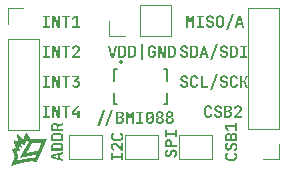
<source format=gbr>
%TF.GenerationSoftware,KiCad,Pcbnew,7.99.0-957-g18dd623122*%
%TF.CreationDate,2023-08-18T16:16:10-04:00*%
%TF.ProjectId,bmi088,626d6930-3838-42e6-9b69-6361645f7063,V1.0*%
%TF.SameCoordinates,Original*%
%TF.FileFunction,Legend,Top*%
%TF.FilePolarity,Positive*%
%FSLAX46Y46*%
G04 Gerber Fmt 4.6, Leading zero omitted, Abs format (unit mm)*
G04 Created by KiCad (PCBNEW 7.99.0-957-g18dd623122) date 2023-08-18 16:16:10*
%MOMM*%
%LPD*%
G01*
G04 APERTURE LIST*
%ADD10C,0.200000*%
%ADD11C,0.120000*%
%ADD12C,0.127000*%
%ADD13R,1.700000X1.700000*%
%ADD14O,1.700000X1.700000*%
%ADD15R,1.000000X1.500000*%
%ADD16R,0.350000X0.590000*%
%ADD17R,0.590000X0.350000*%
G04 APERTURE END LIST*
D10*
G36*
X138986248Y-97604318D02*
G01*
X139596855Y-97604318D01*
X139596855Y-97759412D01*
X139380211Y-97759412D01*
X139380211Y-98480905D01*
X139596855Y-98480905D01*
X139596855Y-98636000D01*
X138986248Y-98636000D01*
X138986248Y-98480905D01*
X139202891Y-98480905D01*
X139202891Y-97759412D01*
X138986248Y-97759412D01*
X138986248Y-97604318D01*
G37*
G36*
X139805682Y-97604318D02*
G01*
X140025257Y-97604318D01*
X140260218Y-98295036D01*
X140263793Y-98305502D01*
X140266764Y-98315142D01*
X140269649Y-98325400D01*
X140272448Y-98336276D01*
X140274715Y-98345812D01*
X140275606Y-98349747D01*
X140277783Y-98359598D01*
X140279889Y-98369305D01*
X140281924Y-98378870D01*
X140284271Y-98390159D01*
X140286515Y-98401241D01*
X140288306Y-98410319D01*
X140290062Y-98421123D01*
X140291817Y-98432010D01*
X140293573Y-98442981D01*
X140295328Y-98454035D01*
X140297084Y-98465172D01*
X140298839Y-98476393D01*
X140299541Y-98480905D01*
X140316394Y-98480905D01*
X140315132Y-98471018D01*
X140313818Y-98460727D01*
X140313463Y-98457946D01*
X140312241Y-98447258D01*
X140311119Y-98437240D01*
X140309928Y-98426432D01*
X140308669Y-98414834D01*
X140307567Y-98404566D01*
X140307113Y-98400305D01*
X140306044Y-98389294D01*
X140304976Y-98377937D01*
X140303907Y-98366234D01*
X140302839Y-98354185D01*
X140301984Y-98344297D01*
X140301129Y-98334188D01*
X140300274Y-98323857D01*
X140299473Y-98313427D01*
X140298778Y-98303142D01*
X140298190Y-98293002D01*
X140297710Y-98283008D01*
X140297336Y-98273158D01*
X140297018Y-98261049D01*
X140296868Y-98249167D01*
X140296855Y-98244478D01*
X140296855Y-97604318D01*
X140455857Y-97604318D01*
X140455857Y-98636000D01*
X140236282Y-98636000D01*
X140005473Y-97945036D01*
X140001904Y-97934134D01*
X139998524Y-97923043D01*
X139995332Y-97911763D01*
X139992817Y-97902219D01*
X139990433Y-97892543D01*
X139988620Y-97884709D01*
X139986443Y-97874858D01*
X139984336Y-97865150D01*
X139982302Y-97855585D01*
X139979955Y-97844297D01*
X139977711Y-97833214D01*
X139975920Y-97824136D01*
X139973842Y-97814248D01*
X139971884Y-97804277D01*
X139970045Y-97794222D01*
X139968325Y-97784084D01*
X139966725Y-97773863D01*
X139965244Y-97763557D01*
X139964684Y-97759412D01*
X139947832Y-97759412D01*
X139949135Y-97771161D01*
X139950451Y-97783054D01*
X139951778Y-97795090D01*
X139952848Y-97804821D01*
X139953927Y-97814644D01*
X139955012Y-97824559D01*
X139956106Y-97834565D01*
X139956380Y-97837081D01*
X139957220Y-97847670D01*
X139958059Y-97858677D01*
X139958899Y-97870100D01*
X139959739Y-97881942D01*
X139960410Y-97891715D01*
X139961082Y-97901756D01*
X139961754Y-97912064D01*
X139962440Y-97922501D01*
X139963036Y-97932931D01*
X139963540Y-97943353D01*
X139963952Y-97953768D01*
X139964272Y-97964175D01*
X139964501Y-97974575D01*
X139964639Y-97984966D01*
X139964684Y-97995351D01*
X139964684Y-98636000D01*
X139805682Y-98636000D01*
X139805682Y-97604318D01*
G37*
G36*
X140602891Y-97604318D02*
G01*
X141337085Y-97604318D01*
X141337085Y-97759412D01*
X141058648Y-97759412D01*
X141058648Y-98636000D01*
X140881328Y-98636000D01*
X140881328Y-97759412D01*
X140602891Y-97759412D01*
X140602891Y-97604318D01*
G37*
G36*
X141496820Y-98480905D02*
G01*
X141778188Y-98480905D01*
X141778188Y-97894234D01*
X141778298Y-97882342D01*
X141778630Y-97870848D01*
X141779184Y-97859750D01*
X141779958Y-97849049D01*
X141780954Y-97838745D01*
X141782172Y-97828838D01*
X141784005Y-97817012D01*
X141785271Y-97810214D01*
X141786307Y-97799889D01*
X141787769Y-97789795D01*
X141789656Y-97779934D01*
X141790888Y-97774555D01*
X141779653Y-97774555D01*
X141771929Y-97781440D01*
X141764205Y-97788324D01*
X141757183Y-97794583D01*
X141748550Y-97800307D01*
X141740275Y-97806279D01*
X141733247Y-97811680D01*
X141725190Y-97817915D01*
X141716894Y-97824102D01*
X141708360Y-97830241D01*
X141706624Y-97831464D01*
X141502437Y-97965553D01*
X141502437Y-97778951D01*
X141750100Y-97604318D01*
X141954042Y-97604318D01*
X141954042Y-98480905D01*
X142172151Y-98480905D01*
X142172151Y-98636000D01*
X141496820Y-98636000D01*
X141496820Y-98480905D01*
G37*
G36*
X138986248Y-100144318D02*
G01*
X139596855Y-100144318D01*
X139596855Y-100299412D01*
X139380211Y-100299412D01*
X139380211Y-101020905D01*
X139596855Y-101020905D01*
X139596855Y-101176000D01*
X138986248Y-101176000D01*
X138986248Y-101020905D01*
X139202891Y-101020905D01*
X139202891Y-100299412D01*
X138986248Y-100299412D01*
X138986248Y-100144318D01*
G37*
G36*
X139805682Y-100144318D02*
G01*
X140025257Y-100144318D01*
X140260218Y-100835036D01*
X140263793Y-100845502D01*
X140266764Y-100855142D01*
X140269649Y-100865400D01*
X140272448Y-100876276D01*
X140274715Y-100885812D01*
X140275606Y-100889747D01*
X140277783Y-100899598D01*
X140279889Y-100909305D01*
X140281924Y-100918870D01*
X140284271Y-100930159D01*
X140286515Y-100941241D01*
X140288306Y-100950319D01*
X140290062Y-100961123D01*
X140291817Y-100972010D01*
X140293573Y-100982981D01*
X140295328Y-100994035D01*
X140297084Y-101005172D01*
X140298839Y-101016393D01*
X140299541Y-101020905D01*
X140316394Y-101020905D01*
X140315132Y-101011018D01*
X140313818Y-101000727D01*
X140313463Y-100997946D01*
X140312241Y-100987258D01*
X140311119Y-100977240D01*
X140309928Y-100966432D01*
X140308669Y-100954834D01*
X140307567Y-100944566D01*
X140307113Y-100940305D01*
X140306044Y-100929294D01*
X140304976Y-100917937D01*
X140303907Y-100906234D01*
X140302839Y-100894185D01*
X140301984Y-100884297D01*
X140301129Y-100874188D01*
X140300274Y-100863857D01*
X140299473Y-100853427D01*
X140298778Y-100843142D01*
X140298190Y-100833002D01*
X140297710Y-100823008D01*
X140297336Y-100813158D01*
X140297018Y-100801049D01*
X140296868Y-100789167D01*
X140296855Y-100784478D01*
X140296855Y-100144318D01*
X140455857Y-100144318D01*
X140455857Y-101176000D01*
X140236282Y-101176000D01*
X140005473Y-100485036D01*
X140001904Y-100474134D01*
X139998524Y-100463043D01*
X139995332Y-100451763D01*
X139992817Y-100442219D01*
X139990433Y-100432543D01*
X139988620Y-100424709D01*
X139986443Y-100414858D01*
X139984336Y-100405150D01*
X139982302Y-100395585D01*
X139979955Y-100384297D01*
X139977711Y-100373214D01*
X139975920Y-100364136D01*
X139973842Y-100354248D01*
X139971884Y-100344277D01*
X139970045Y-100334222D01*
X139968325Y-100324084D01*
X139966725Y-100313863D01*
X139965244Y-100303557D01*
X139964684Y-100299412D01*
X139947832Y-100299412D01*
X139949135Y-100311161D01*
X139950451Y-100323054D01*
X139951778Y-100335090D01*
X139952848Y-100344821D01*
X139953927Y-100354644D01*
X139955012Y-100364559D01*
X139956106Y-100374565D01*
X139956380Y-100377081D01*
X139957220Y-100387670D01*
X139958059Y-100398677D01*
X139958899Y-100410100D01*
X139959739Y-100421942D01*
X139960410Y-100431715D01*
X139961082Y-100441756D01*
X139961754Y-100452064D01*
X139962440Y-100462501D01*
X139963036Y-100472931D01*
X139963540Y-100483353D01*
X139963952Y-100493768D01*
X139964272Y-100504175D01*
X139964501Y-100514575D01*
X139964639Y-100524966D01*
X139964684Y-100535351D01*
X139964684Y-101176000D01*
X139805682Y-101176000D01*
X139805682Y-100144318D01*
G37*
G36*
X140602891Y-100144318D02*
G01*
X141337085Y-100144318D01*
X141337085Y-100299412D01*
X141058648Y-100299412D01*
X141058648Y-101176000D01*
X140881328Y-101176000D01*
X140881328Y-100299412D01*
X140602891Y-100299412D01*
X140602891Y-100144318D01*
G37*
G36*
X141461649Y-100431792D02*
G01*
X141462128Y-100419037D01*
X141463014Y-100406510D01*
X141464309Y-100394210D01*
X141466011Y-100382138D01*
X141468121Y-100370293D01*
X141470639Y-100358676D01*
X141473565Y-100347287D01*
X141476899Y-100336125D01*
X141480640Y-100325190D01*
X141484790Y-100314483D01*
X141487783Y-100307472D01*
X141492593Y-100297131D01*
X141497772Y-100287081D01*
X141503320Y-100277324D01*
X141509238Y-100267859D01*
X141515525Y-100258685D01*
X141522181Y-100249804D01*
X141529206Y-100241214D01*
X141536601Y-100232917D01*
X141544365Y-100224911D01*
X141552498Y-100217197D01*
X141558125Y-100212217D01*
X141566843Y-100204997D01*
X141575871Y-100198081D01*
X141585207Y-100191470D01*
X141594853Y-100185164D01*
X141604808Y-100179162D01*
X141615072Y-100173466D01*
X141625645Y-100168074D01*
X141636527Y-100162987D01*
X141647718Y-100158205D01*
X141659218Y-100153728D01*
X141667057Y-100150912D01*
X141679043Y-100146940D01*
X141691277Y-100143359D01*
X141703761Y-100140168D01*
X141716493Y-100137368D01*
X141729475Y-100134959D01*
X141742706Y-100132940D01*
X141756185Y-100131312D01*
X141769914Y-100130075D01*
X141783891Y-100129229D01*
X141798118Y-100128773D01*
X141807741Y-100128686D01*
X141821621Y-100128877D01*
X141835235Y-100129450D01*
X141848583Y-100130406D01*
X141861665Y-100131743D01*
X141874481Y-100133463D01*
X141887030Y-100135564D01*
X141899313Y-100138048D01*
X141911330Y-100140914D01*
X141923081Y-100144161D01*
X141934566Y-100147791D01*
X141942075Y-100150424D01*
X141953151Y-100154621D01*
X141963939Y-100159154D01*
X141974440Y-100164021D01*
X141984653Y-100169223D01*
X141994578Y-100174760D01*
X142004216Y-100180632D01*
X142013566Y-100186838D01*
X142022629Y-100193380D01*
X142031404Y-100200256D01*
X142039891Y-100207468D01*
X142045389Y-100212461D01*
X142053406Y-100220151D01*
X142061063Y-100228106D01*
X142068359Y-100236328D01*
X142075294Y-100244816D01*
X142081868Y-100253570D01*
X142088082Y-100262590D01*
X142093935Y-100271877D01*
X142099428Y-100281430D01*
X142104560Y-100291248D01*
X142109331Y-100301333D01*
X142112312Y-100308205D01*
X142116458Y-100318720D01*
X142120197Y-100329477D01*
X142123528Y-100340473D01*
X142126451Y-100351710D01*
X142128966Y-100363188D01*
X142131074Y-100374906D01*
X142132773Y-100386864D01*
X142134065Y-100399063D01*
X142134948Y-100411502D01*
X142135424Y-100424182D01*
X142135515Y-100432769D01*
X142135397Y-100442990D01*
X142135043Y-100453139D01*
X142134452Y-100463215D01*
X142133626Y-100473217D01*
X142132563Y-100483147D01*
X142131264Y-100493004D01*
X142129730Y-100502788D01*
X142127959Y-100512499D01*
X142125951Y-100522136D01*
X142123708Y-100531701D01*
X142122081Y-100538037D01*
X142119471Y-100547504D01*
X142116586Y-100556945D01*
X142113426Y-100566360D01*
X142109991Y-100575750D01*
X142106282Y-100585114D01*
X142102298Y-100594452D01*
X142098039Y-100603764D01*
X142093505Y-100613050D01*
X142088697Y-100622311D01*
X142083613Y-100631546D01*
X142080072Y-100637688D01*
X142074524Y-100646856D01*
X142068689Y-100656041D01*
X142062566Y-100665243D01*
X142056155Y-100674462D01*
X142049457Y-100683698D01*
X142042471Y-100692952D01*
X142035197Y-100702223D01*
X142027636Y-100711511D01*
X142019787Y-100720816D01*
X142011650Y-100730138D01*
X142006066Y-100736362D01*
X141997492Y-100745691D01*
X141988621Y-100755084D01*
X141979454Y-100764542D01*
X141969991Y-100774064D01*
X141960231Y-100783650D01*
X141950176Y-100793301D01*
X141939824Y-100803016D01*
X141929175Y-100812795D01*
X141921912Y-100819351D01*
X141914517Y-100825935D01*
X141906990Y-100832547D01*
X141899332Y-100839189D01*
X141751565Y-100963264D01*
X141742792Y-100969625D01*
X141734057Y-100975792D01*
X141725361Y-100981766D01*
X141720546Y-100985002D01*
X141712103Y-100990403D01*
X141703221Y-100995860D01*
X141694056Y-101001202D01*
X141692458Y-101002099D01*
X141682961Y-101007284D01*
X141673701Y-101011849D01*
X141664680Y-101015794D01*
X141662905Y-101016509D01*
X141662905Y-101022127D01*
X141672965Y-101021592D01*
X141683360Y-101021211D01*
X141694092Y-101020982D01*
X141705159Y-101020905D01*
X141715849Y-101020905D01*
X141726001Y-101020905D01*
X141736763Y-101020905D01*
X141746680Y-101020905D01*
X141756867Y-101020905D01*
X141767123Y-101020905D01*
X141777450Y-101020905D01*
X141787847Y-101020905D01*
X141793819Y-101020905D01*
X142148215Y-101020905D01*
X142148215Y-101176000D01*
X141468732Y-101176000D01*
X141468732Y-100991840D01*
X141790888Y-100720487D01*
X141801778Y-100711090D01*
X141812282Y-100701768D01*
X141822401Y-100692520D01*
X141832135Y-100683346D01*
X141841483Y-100674247D01*
X141850445Y-100665223D01*
X141859022Y-100656273D01*
X141867214Y-100647397D01*
X141875020Y-100638596D01*
X141882441Y-100629869D01*
X141889476Y-100621216D01*
X141896126Y-100612638D01*
X141902391Y-100604134D01*
X141908270Y-100595705D01*
X141913763Y-100587350D01*
X141918871Y-100579070D01*
X141925943Y-100566634D01*
X141932318Y-100554057D01*
X141937998Y-100541338D01*
X141942983Y-100528477D01*
X141947272Y-100515475D01*
X141950865Y-100502331D01*
X141953763Y-100489045D01*
X141955966Y-100475618D01*
X141957473Y-100462049D01*
X141958284Y-100448338D01*
X141958439Y-100439119D01*
X141958078Y-100426048D01*
X141956996Y-100413488D01*
X141955193Y-100401438D01*
X141952669Y-100389900D01*
X141949423Y-100378873D01*
X141945456Y-100368356D01*
X141940767Y-100358351D01*
X141935358Y-100348856D01*
X141929227Y-100339872D01*
X141922375Y-100331399D01*
X141917406Y-100326034D01*
X141909498Y-100318483D01*
X141901071Y-100311675D01*
X141892125Y-100305609D01*
X141882659Y-100300286D01*
X141872673Y-100295706D01*
X141862168Y-100291868D01*
X141851143Y-100288773D01*
X141839599Y-100286421D01*
X141827536Y-100284812D01*
X141814953Y-100283945D01*
X141806275Y-100283780D01*
X141792299Y-100284139D01*
X141778855Y-100285214D01*
X141765944Y-100287007D01*
X141753565Y-100289516D01*
X141741718Y-100292743D01*
X141730404Y-100296686D01*
X141719622Y-100301347D01*
X141709372Y-100306724D01*
X141699655Y-100312818D01*
X141690470Y-100319630D01*
X141684643Y-100324569D01*
X141676480Y-100332401D01*
X141669121Y-100340692D01*
X141662564Y-100349442D01*
X141656810Y-100358652D01*
X141651859Y-100368322D01*
X141647711Y-100378450D01*
X141644366Y-100389038D01*
X141641824Y-100400086D01*
X141640084Y-100411593D01*
X141639148Y-100423559D01*
X141638969Y-100431792D01*
X141461649Y-100431792D01*
G37*
G36*
X138986248Y-102684318D02*
G01*
X139596855Y-102684318D01*
X139596855Y-102839412D01*
X139380211Y-102839412D01*
X139380211Y-103560905D01*
X139596855Y-103560905D01*
X139596855Y-103716000D01*
X138986248Y-103716000D01*
X138986248Y-103560905D01*
X139202891Y-103560905D01*
X139202891Y-102839412D01*
X138986248Y-102839412D01*
X138986248Y-102684318D01*
G37*
G36*
X139805682Y-102684318D02*
G01*
X140025257Y-102684318D01*
X140260218Y-103375036D01*
X140263793Y-103385502D01*
X140266764Y-103395142D01*
X140269649Y-103405400D01*
X140272448Y-103416276D01*
X140274715Y-103425812D01*
X140275606Y-103429747D01*
X140277783Y-103439598D01*
X140279889Y-103449305D01*
X140281924Y-103458870D01*
X140284271Y-103470159D01*
X140286515Y-103481241D01*
X140288306Y-103490319D01*
X140290062Y-103501123D01*
X140291817Y-103512010D01*
X140293573Y-103522981D01*
X140295328Y-103534035D01*
X140297084Y-103545172D01*
X140298839Y-103556393D01*
X140299541Y-103560905D01*
X140316394Y-103560905D01*
X140315132Y-103551018D01*
X140313818Y-103540727D01*
X140313463Y-103537946D01*
X140312241Y-103527258D01*
X140311119Y-103517240D01*
X140309928Y-103506432D01*
X140308669Y-103494834D01*
X140307567Y-103484566D01*
X140307113Y-103480305D01*
X140306044Y-103469294D01*
X140304976Y-103457937D01*
X140303907Y-103446234D01*
X140302839Y-103434185D01*
X140301984Y-103424297D01*
X140301129Y-103414188D01*
X140300274Y-103403857D01*
X140299473Y-103393427D01*
X140298778Y-103383142D01*
X140298190Y-103373002D01*
X140297710Y-103363008D01*
X140297336Y-103353158D01*
X140297018Y-103341049D01*
X140296868Y-103329167D01*
X140296855Y-103324478D01*
X140296855Y-102684318D01*
X140455857Y-102684318D01*
X140455857Y-103716000D01*
X140236282Y-103716000D01*
X140005473Y-103025036D01*
X140001904Y-103014134D01*
X139998524Y-103003043D01*
X139995332Y-102991763D01*
X139992817Y-102982219D01*
X139990433Y-102972543D01*
X139988620Y-102964709D01*
X139986443Y-102954858D01*
X139984336Y-102945150D01*
X139982302Y-102935585D01*
X139979955Y-102924297D01*
X139977711Y-102913214D01*
X139975920Y-102904136D01*
X139973842Y-102894248D01*
X139971884Y-102884277D01*
X139970045Y-102874222D01*
X139968325Y-102864084D01*
X139966725Y-102853863D01*
X139965244Y-102843557D01*
X139964684Y-102839412D01*
X139947832Y-102839412D01*
X139949135Y-102851161D01*
X139950451Y-102863054D01*
X139951778Y-102875090D01*
X139952848Y-102884821D01*
X139953927Y-102894644D01*
X139955012Y-102904559D01*
X139956106Y-102914565D01*
X139956380Y-102917081D01*
X139957220Y-102927670D01*
X139958059Y-102938677D01*
X139958899Y-102950100D01*
X139959739Y-102961942D01*
X139960410Y-102971715D01*
X139961082Y-102981756D01*
X139961754Y-102992064D01*
X139962440Y-103002501D01*
X139963036Y-103012931D01*
X139963540Y-103023353D01*
X139963952Y-103033768D01*
X139964272Y-103044175D01*
X139964501Y-103054575D01*
X139964639Y-103064966D01*
X139964684Y-103075351D01*
X139964684Y-103716000D01*
X139805682Y-103716000D01*
X139805682Y-102684318D01*
G37*
G36*
X140602891Y-102684318D02*
G01*
X141337085Y-102684318D01*
X141337085Y-102839412D01*
X141058648Y-102839412D01*
X141058648Y-103716000D01*
X140881328Y-103716000D01*
X140881328Y-102839412D01*
X140602891Y-102839412D01*
X140602891Y-102684318D01*
G37*
G36*
X141806275Y-103731631D02*
G01*
X141792954Y-103731461D01*
X141779826Y-103730953D01*
X141766891Y-103730105D01*
X141754149Y-103728918D01*
X141741600Y-103727391D01*
X141729245Y-103725526D01*
X141717082Y-103723321D01*
X141705113Y-103720778D01*
X141693337Y-103717895D01*
X141681755Y-103714672D01*
X141674140Y-103712336D01*
X141662920Y-103708568D01*
X141651975Y-103704499D01*
X141641305Y-103700130D01*
X141630909Y-103695460D01*
X141620788Y-103690490D01*
X141610942Y-103685219D01*
X141601371Y-103679648D01*
X141592075Y-103673776D01*
X141583053Y-103667604D01*
X141574306Y-103661131D01*
X141568627Y-103656648D01*
X141560360Y-103649694D01*
X141552410Y-103642478D01*
X141544778Y-103634999D01*
X141537463Y-103627259D01*
X141530467Y-103619257D01*
X141523788Y-103610993D01*
X141517426Y-103602467D01*
X141511383Y-103593680D01*
X141505657Y-103584630D01*
X141500249Y-103575318D01*
X141496820Y-103568965D01*
X141492013Y-103559191D01*
X141487575Y-103549193D01*
X141483506Y-103538972D01*
X141479807Y-103528528D01*
X141476477Y-103517860D01*
X141473516Y-103506970D01*
X141470924Y-103495856D01*
X141468701Y-103484518D01*
X141466848Y-103472958D01*
X141465364Y-103461174D01*
X141464580Y-103453194D01*
X141640435Y-103453194D01*
X141642320Y-103463401D01*
X141644862Y-103473230D01*
X141648062Y-103482681D01*
X141651918Y-103491754D01*
X141656431Y-103500449D01*
X141661601Y-103508767D01*
X141667427Y-103516707D01*
X141673911Y-103524269D01*
X141681052Y-103531453D01*
X141688849Y-103538259D01*
X141694412Y-103542587D01*
X141703198Y-103548654D01*
X141712335Y-103554125D01*
X141721825Y-103558998D01*
X141731667Y-103563275D01*
X141741861Y-103566955D01*
X141752407Y-103570039D01*
X141763304Y-103572525D01*
X141774554Y-103574415D01*
X141786156Y-103575708D01*
X141798111Y-103576404D01*
X141806275Y-103576537D01*
X141820295Y-103576135D01*
X141833779Y-103574931D01*
X141846725Y-103572924D01*
X141859135Y-103570114D01*
X141871008Y-103566501D01*
X141882345Y-103562085D01*
X141893145Y-103556867D01*
X141903408Y-103550846D01*
X141913134Y-103544021D01*
X141922324Y-103536394D01*
X141928153Y-103530863D01*
X141936315Y-103522044D01*
X141943674Y-103512714D01*
X141950231Y-103502873D01*
X141955985Y-103492521D01*
X141960936Y-103481658D01*
X141965084Y-103470285D01*
X141968429Y-103458400D01*
X141970971Y-103446004D01*
X141972711Y-103433098D01*
X141973648Y-103419680D01*
X141973826Y-103410452D01*
X141973412Y-103396700D01*
X141972169Y-103383472D01*
X141970097Y-103370768D01*
X141967197Y-103358588D01*
X141963468Y-103346932D01*
X141958911Y-103335799D01*
X141953525Y-103325190D01*
X141947310Y-103315105D01*
X141940267Y-103305544D01*
X141932395Y-103296507D01*
X141926687Y-103290773D01*
X141917559Y-103282741D01*
X141907851Y-103275500D01*
X141897563Y-103269048D01*
X141886696Y-103263387D01*
X141875250Y-103258515D01*
X141863223Y-103254434D01*
X141850617Y-103251142D01*
X141837432Y-103248641D01*
X141823667Y-103246929D01*
X141809322Y-103246008D01*
X141799437Y-103245832D01*
X141677071Y-103245832D01*
X141677071Y-103068023D01*
X141838760Y-102912441D01*
X141847850Y-102904701D01*
X141856803Y-102897236D01*
X141865619Y-102890047D01*
X141874297Y-102883131D01*
X141882838Y-102876491D01*
X141891241Y-102870125D01*
X141899508Y-102864035D01*
X141907636Y-102858219D01*
X141916154Y-102852479D01*
X141924855Y-102846739D01*
X141933740Y-102841000D01*
X141942807Y-102835260D01*
X141942807Y-102827444D01*
X141932175Y-102829451D01*
X141922172Y-102830684D01*
X141911651Y-102831397D01*
X141902019Y-102831596D01*
X141891944Y-102833428D01*
X141881380Y-102835016D01*
X141870328Y-102836359D01*
X141858788Y-102837458D01*
X141846759Y-102838313D01*
X141834241Y-102838923D01*
X141821235Y-102839290D01*
X141811160Y-102839404D01*
X141807741Y-102839412D01*
X141506834Y-102839412D01*
X141506834Y-102684318D01*
X142105961Y-102684318D01*
X142105961Y-102860173D01*
X141900553Y-103043599D01*
X141892829Y-103050310D01*
X141885105Y-103056675D01*
X141878083Y-103062161D01*
X141869863Y-103068367D01*
X141861422Y-103074624D01*
X141857078Y-103077793D01*
X141848823Y-103083048D01*
X141840268Y-103088198D01*
X141835829Y-103090738D01*
X141849175Y-103090952D01*
X141862284Y-103091596D01*
X141875158Y-103092670D01*
X141887795Y-103094172D01*
X141900197Y-103096104D01*
X141912362Y-103098466D01*
X141924291Y-103101256D01*
X141935984Y-103104476D01*
X141947440Y-103108126D01*
X141958661Y-103112204D01*
X141966010Y-103115162D01*
X141976807Y-103119892D01*
X141987308Y-103124922D01*
X141997513Y-103130253D01*
X142007421Y-103135885D01*
X142017033Y-103141817D01*
X142026349Y-103148049D01*
X142035368Y-103154582D01*
X142044092Y-103161416D01*
X142052519Y-103168550D01*
X142060650Y-103175984D01*
X142065906Y-103181108D01*
X142073517Y-103189032D01*
X142080781Y-103197236D01*
X142087696Y-103205719D01*
X142094265Y-103214481D01*
X142100485Y-103223522D01*
X142106357Y-103232842D01*
X142111882Y-103242441D01*
X142117059Y-103252320D01*
X142121889Y-103262477D01*
X142126370Y-103272913D01*
X142129165Y-103280026D01*
X142133093Y-103290900D01*
X142136635Y-103301996D01*
X142139791Y-103313317D01*
X142142560Y-103324860D01*
X142144943Y-103336626D01*
X142146939Y-103348616D01*
X142148549Y-103360829D01*
X142149773Y-103373266D01*
X142150610Y-103385925D01*
X142151061Y-103398808D01*
X142151146Y-103407521D01*
X142150930Y-103421146D01*
X142150279Y-103434543D01*
X142149195Y-103447713D01*
X142147677Y-103460655D01*
X142145726Y-103473370D01*
X142143341Y-103485857D01*
X142140523Y-103498117D01*
X142137270Y-103510149D01*
X142133585Y-103521953D01*
X142129465Y-103533530D01*
X142126478Y-103541122D01*
X142121672Y-103552231D01*
X142116506Y-103563026D01*
X142110979Y-103573508D01*
X142105091Y-103583677D01*
X142098843Y-103593532D01*
X142092234Y-103603074D01*
X142085265Y-103612303D01*
X142077935Y-103621218D01*
X142070244Y-103629820D01*
X142062192Y-103638108D01*
X142056624Y-103643459D01*
X142048037Y-103651212D01*
X142039128Y-103658626D01*
X142029896Y-103665701D01*
X142020343Y-103672436D01*
X142010468Y-103678833D01*
X142000270Y-103684890D01*
X141989751Y-103690608D01*
X141978909Y-103695987D01*
X141967746Y-103701027D01*
X141956261Y-103705727D01*
X141948425Y-103708672D01*
X141936426Y-103712775D01*
X141924153Y-103716475D01*
X141911605Y-103719770D01*
X141898782Y-103722663D01*
X141885685Y-103725151D01*
X141872313Y-103727237D01*
X141858666Y-103728918D01*
X141844744Y-103730196D01*
X141830547Y-103731071D01*
X141816076Y-103731541D01*
X141806275Y-103731631D01*
G37*
G36*
X144779818Y-109865251D02*
G01*
X144779818Y-109254644D01*
X144934912Y-109254644D01*
X144934912Y-109471288D01*
X145656405Y-109471288D01*
X145656405Y-109254644D01*
X145811500Y-109254644D01*
X145811500Y-109865251D01*
X145656405Y-109865251D01*
X145656405Y-109648608D01*
X144934912Y-109648608D01*
X144934912Y-109865251D01*
X144779818Y-109865251D01*
G37*
G36*
X145067292Y-109068287D02*
G01*
X145054537Y-109067808D01*
X145042010Y-109066922D01*
X145029710Y-109065627D01*
X145017638Y-109063925D01*
X145005793Y-109061815D01*
X144994176Y-109059297D01*
X144982787Y-109056371D01*
X144971625Y-109053037D01*
X144960690Y-109049295D01*
X144949983Y-109045146D01*
X144942972Y-109042153D01*
X144932631Y-109037343D01*
X144922581Y-109032164D01*
X144912824Y-109026615D01*
X144903359Y-109020698D01*
X144894185Y-109014411D01*
X144885304Y-109007755D01*
X144876714Y-109000730D01*
X144868417Y-108993335D01*
X144860411Y-108985571D01*
X144852697Y-108977438D01*
X144847717Y-108971811D01*
X144840497Y-108963093D01*
X144833581Y-108954065D01*
X144826970Y-108944729D01*
X144820664Y-108935083D01*
X144814662Y-108925128D01*
X144808966Y-108914864D01*
X144803574Y-108904291D01*
X144798487Y-108893409D01*
X144793705Y-108882218D01*
X144789228Y-108870717D01*
X144786412Y-108862879D01*
X144782440Y-108850893D01*
X144778859Y-108838659D01*
X144775668Y-108826175D01*
X144772868Y-108813442D01*
X144770459Y-108800461D01*
X144768440Y-108787230D01*
X144766812Y-108773751D01*
X144765575Y-108760022D01*
X144764729Y-108746044D01*
X144764273Y-108731818D01*
X144764186Y-108722195D01*
X144764377Y-108708315D01*
X144764950Y-108694700D01*
X144765906Y-108681352D01*
X144767243Y-108668271D01*
X144768963Y-108655455D01*
X144771064Y-108642906D01*
X144773548Y-108630622D01*
X144776414Y-108618605D01*
X144779661Y-108606855D01*
X144783291Y-108595370D01*
X144785924Y-108587861D01*
X144790121Y-108576785D01*
X144794654Y-108565997D01*
X144799521Y-108555496D01*
X144804723Y-108545283D01*
X144810260Y-108535357D01*
X144816132Y-108525720D01*
X144822338Y-108516369D01*
X144828880Y-108507307D01*
X144835756Y-108498532D01*
X144842968Y-108490045D01*
X144847961Y-108484547D01*
X144855651Y-108476530D01*
X144863606Y-108468873D01*
X144871828Y-108461577D01*
X144880316Y-108454642D01*
X144889070Y-108448068D01*
X144898090Y-108441854D01*
X144907377Y-108436000D01*
X144916930Y-108430508D01*
X144926748Y-108425376D01*
X144936833Y-108420605D01*
X144943705Y-108417624D01*
X144954220Y-108413477D01*
X144964977Y-108409739D01*
X144975973Y-108406408D01*
X144987210Y-108403485D01*
X144998688Y-108400970D01*
X145010406Y-108398862D01*
X145022364Y-108397163D01*
X145034563Y-108395871D01*
X145047002Y-108394987D01*
X145059682Y-108394512D01*
X145068269Y-108394421D01*
X145078490Y-108394539D01*
X145088639Y-108394893D01*
X145098715Y-108395484D01*
X145108717Y-108396310D01*
X145118647Y-108397373D01*
X145128504Y-108398671D01*
X145138288Y-108400206D01*
X145147999Y-108401977D01*
X145157636Y-108403984D01*
X145167201Y-108406228D01*
X145173537Y-108407854D01*
X145183004Y-108410465D01*
X145192445Y-108413350D01*
X145201860Y-108416510D01*
X145211250Y-108419944D01*
X145220614Y-108423654D01*
X145229952Y-108427638D01*
X145239264Y-108431897D01*
X145248550Y-108436431D01*
X145257811Y-108441239D01*
X145267046Y-108446323D01*
X145273188Y-108449864D01*
X145282356Y-108455412D01*
X145291541Y-108461247D01*
X145300743Y-108467370D01*
X145309962Y-108473781D01*
X145319198Y-108480479D01*
X145328452Y-108487465D01*
X145337723Y-108494739D01*
X145347011Y-108502300D01*
X145356316Y-108510149D01*
X145365638Y-108518286D01*
X145371862Y-108523870D01*
X145381191Y-108532444D01*
X145390584Y-108541315D01*
X145400042Y-108550482D01*
X145409564Y-108559945D01*
X145419150Y-108569705D01*
X145428801Y-108579760D01*
X145438516Y-108590112D01*
X145448295Y-108600760D01*
X145454851Y-108608024D01*
X145461435Y-108615419D01*
X145468047Y-108622945D01*
X145474689Y-108630604D01*
X145598764Y-108778371D01*
X145605125Y-108787144D01*
X145611292Y-108795879D01*
X145617266Y-108804575D01*
X145620502Y-108809390D01*
X145625903Y-108817832D01*
X145631360Y-108826715D01*
X145636702Y-108835879D01*
X145637599Y-108837478D01*
X145642784Y-108846975D01*
X145647349Y-108856235D01*
X145651294Y-108865255D01*
X145652009Y-108867031D01*
X145657627Y-108867031D01*
X145657092Y-108856971D01*
X145656711Y-108846576D01*
X145656482Y-108835844D01*
X145656405Y-108824777D01*
X145656405Y-108814086D01*
X145656405Y-108803935D01*
X145656405Y-108793173D01*
X145656405Y-108783256D01*
X145656405Y-108773069D01*
X145656405Y-108762813D01*
X145656405Y-108752486D01*
X145656405Y-108742089D01*
X145656405Y-108736117D01*
X145656405Y-108381720D01*
X145811500Y-108381720D01*
X145811500Y-109061204D01*
X145627340Y-109061204D01*
X145355987Y-108739048D01*
X145346590Y-108728158D01*
X145337268Y-108717654D01*
X145328020Y-108707535D01*
X145318846Y-108697801D01*
X145309747Y-108688453D01*
X145300723Y-108679491D01*
X145291773Y-108670913D01*
X145282897Y-108662722D01*
X145274096Y-108654916D01*
X145265369Y-108647495D01*
X145256716Y-108640459D01*
X145248138Y-108633810D01*
X145239634Y-108627545D01*
X145231205Y-108621666D01*
X145222850Y-108616173D01*
X145214570Y-108611064D01*
X145202134Y-108603993D01*
X145189557Y-108597618D01*
X145176838Y-108591938D01*
X145163977Y-108586953D01*
X145150975Y-108582664D01*
X145137831Y-108579070D01*
X145124545Y-108576172D01*
X145111118Y-108573970D01*
X145097549Y-108572463D01*
X145083838Y-108571652D01*
X145074619Y-108571497D01*
X145061548Y-108571858D01*
X145048988Y-108572940D01*
X145036938Y-108574743D01*
X145025400Y-108577267D01*
X145014373Y-108580513D01*
X145003856Y-108584480D01*
X144993851Y-108589168D01*
X144984356Y-108594578D01*
X144975372Y-108600709D01*
X144966899Y-108607561D01*
X144961534Y-108612530D01*
X144953983Y-108620437D01*
X144947175Y-108628865D01*
X144941109Y-108637811D01*
X144935786Y-108647277D01*
X144931206Y-108657263D01*
X144927368Y-108667768D01*
X144924273Y-108678792D01*
X144921921Y-108690336D01*
X144920312Y-108702400D01*
X144919445Y-108714983D01*
X144919280Y-108723660D01*
X144919639Y-108737637D01*
X144920714Y-108751080D01*
X144922507Y-108763992D01*
X144925016Y-108776371D01*
X144928243Y-108788218D01*
X144932186Y-108799532D01*
X144936847Y-108810314D01*
X144942224Y-108820564D01*
X144948318Y-108830281D01*
X144955130Y-108839466D01*
X144960069Y-108845293D01*
X144967901Y-108853456D01*
X144976192Y-108860815D01*
X144984942Y-108867372D01*
X144994152Y-108873126D01*
X145003822Y-108878076D01*
X145013950Y-108882225D01*
X145024538Y-108885570D01*
X145035586Y-108888112D01*
X145047093Y-108889852D01*
X145059059Y-108890788D01*
X145067292Y-108890967D01*
X145067292Y-109068287D01*
G37*
G36*
X145827131Y-107874428D02*
G01*
X145826936Y-107888548D01*
X145826350Y-107902423D01*
X145825373Y-107916054D01*
X145824005Y-107929440D01*
X145822247Y-107942581D01*
X145820099Y-107955477D01*
X145817559Y-107968129D01*
X145814629Y-107980536D01*
X145811308Y-107992699D01*
X145807596Y-108004616D01*
X145804905Y-108012425D01*
X145800568Y-108023853D01*
X145795892Y-108034962D01*
X145790876Y-108045754D01*
X145785522Y-108056229D01*
X145779828Y-108066385D01*
X145773795Y-108076224D01*
X145767423Y-108085745D01*
X145760712Y-108094949D01*
X145753662Y-108103834D01*
X145746272Y-108112403D01*
X145741158Y-108117938D01*
X145733176Y-108125918D01*
X145724894Y-108133554D01*
X145716312Y-108140847D01*
X145707429Y-108147797D01*
X145698246Y-108154403D01*
X145688762Y-108160665D01*
X145678977Y-108166584D01*
X145668892Y-108172160D01*
X145658507Y-108177392D01*
X145647821Y-108182281D01*
X145640530Y-108185349D01*
X145629335Y-108189627D01*
X145617918Y-108193484D01*
X145606277Y-108196920D01*
X145594413Y-108199935D01*
X145582326Y-108202530D01*
X145570016Y-108204703D01*
X145557482Y-108206457D01*
X145544725Y-108207789D01*
X145531745Y-108208701D01*
X145518542Y-108209191D01*
X145509615Y-108209285D01*
X145081702Y-108209285D01*
X145068352Y-108209075D01*
X145055229Y-108208443D01*
X145042334Y-108207392D01*
X145029667Y-108205919D01*
X145017227Y-108204026D01*
X145005014Y-108201711D01*
X144993030Y-108198977D01*
X144981272Y-108195821D01*
X144969743Y-108192245D01*
X144958440Y-108188248D01*
X144951032Y-108185349D01*
X144940104Y-108180689D01*
X144929485Y-108175686D01*
X144919175Y-108170340D01*
X144909175Y-108164650D01*
X144899483Y-108158616D01*
X144890101Y-108152239D01*
X144881028Y-108145518D01*
X144872264Y-108138454D01*
X144863809Y-108131047D01*
X144855663Y-108123296D01*
X144850404Y-108117938D01*
X144842745Y-108109575D01*
X144835429Y-108100882D01*
X144828456Y-108091858D01*
X144821827Y-108082504D01*
X144815542Y-108072819D01*
X144809600Y-108062803D01*
X144804002Y-108052457D01*
X144798747Y-108041780D01*
X144793835Y-108030773D01*
X144789267Y-108019435D01*
X144786412Y-108011692D01*
X144782440Y-107999807D01*
X144778859Y-107987690D01*
X144775668Y-107975341D01*
X144772868Y-107962760D01*
X144770459Y-107949947D01*
X144768440Y-107936903D01*
X144766812Y-107923626D01*
X144765575Y-107910118D01*
X144764729Y-107896378D01*
X144764273Y-107882406D01*
X144764186Y-107872963D01*
X144764373Y-107859381D01*
X144764933Y-107846023D01*
X144765867Y-107832889D01*
X144767174Y-107819977D01*
X144768855Y-107807289D01*
X144770910Y-107794824D01*
X144773337Y-107782582D01*
X144776139Y-107770564D01*
X144779314Y-107758768D01*
X144782862Y-107747197D01*
X144785435Y-107739606D01*
X144789576Y-107728403D01*
X144794031Y-107717510D01*
X144798798Y-107706925D01*
X144803879Y-107696650D01*
X144809274Y-107686683D01*
X144814982Y-107677026D01*
X144821003Y-107667678D01*
X144827338Y-107658639D01*
X144833986Y-107649910D01*
X144840948Y-107641489D01*
X144845763Y-107636047D01*
X144853241Y-107628144D01*
X144861019Y-107620554D01*
X144869098Y-107613277D01*
X144877477Y-107606314D01*
X144886156Y-107599665D01*
X144895137Y-107593328D01*
X144904417Y-107587305D01*
X144913999Y-107581596D01*
X144923880Y-107576200D01*
X144934063Y-107571117D01*
X144941018Y-107567903D01*
X144951656Y-107563338D01*
X144962505Y-107559168D01*
X144973564Y-107555392D01*
X144984833Y-107552012D01*
X144996313Y-107549027D01*
X145008003Y-107546437D01*
X145019903Y-107544241D01*
X145032014Y-107542441D01*
X145044335Y-107541036D01*
X145056866Y-107540025D01*
X145065338Y-107539571D01*
X145065338Y-107715426D01*
X145052733Y-107716321D01*
X145040657Y-107717907D01*
X145029108Y-107720185D01*
X145018088Y-107723154D01*
X145007596Y-107726814D01*
X144997632Y-107731165D01*
X144988196Y-107736208D01*
X144979288Y-107741941D01*
X144970908Y-107748366D01*
X144963056Y-107755483D01*
X144958115Y-107760611D01*
X144951175Y-107768737D01*
X144944917Y-107777361D01*
X144939342Y-107786482D01*
X144934450Y-107796102D01*
X144930241Y-107806220D01*
X144926714Y-107816836D01*
X144923869Y-107827950D01*
X144921708Y-107839562D01*
X144920228Y-107851672D01*
X144919432Y-107864280D01*
X144919280Y-107872963D01*
X144919652Y-107886697D01*
X144920766Y-107899873D01*
X144922623Y-107912491D01*
X144925222Y-107924551D01*
X144928565Y-107936053D01*
X144932650Y-107946997D01*
X144937478Y-107957382D01*
X144943048Y-107967210D01*
X144949362Y-107976479D01*
X144956418Y-107985190D01*
X144961534Y-107990688D01*
X144969740Y-107998326D01*
X144978513Y-108005213D01*
X144987853Y-108011349D01*
X144997759Y-108016734D01*
X145008232Y-108021367D01*
X145019271Y-108025249D01*
X145030877Y-108028379D01*
X145043050Y-108030759D01*
X145055790Y-108032387D01*
X145069097Y-108033263D01*
X145078282Y-108033430D01*
X145513035Y-108033430D01*
X145526719Y-108033059D01*
X145539837Y-108031945D01*
X145552387Y-108030088D01*
X145564372Y-108027488D01*
X145575789Y-108024146D01*
X145586640Y-108020061D01*
X145596924Y-108015233D01*
X145606641Y-108009662D01*
X145615791Y-108003349D01*
X145624375Y-107996293D01*
X145629783Y-107991176D01*
X145637334Y-107982970D01*
X145644143Y-107974197D01*
X145650208Y-107964858D01*
X145655531Y-107954952D01*
X145660112Y-107944479D01*
X145663949Y-107933439D01*
X145667044Y-107921833D01*
X145669396Y-107909660D01*
X145671005Y-107896920D01*
X145671872Y-107883614D01*
X145672037Y-107874428D01*
X145671685Y-107861226D01*
X145670629Y-107848548D01*
X145668868Y-107836393D01*
X145666404Y-107824763D01*
X145663236Y-107813656D01*
X145659363Y-107803073D01*
X145654786Y-107793014D01*
X145649505Y-107783478D01*
X145643521Y-107774466D01*
X145636832Y-107765978D01*
X145631981Y-107760611D01*
X145624245Y-107753034D01*
X145616058Y-107746148D01*
X145607421Y-107739953D01*
X145598333Y-107734450D01*
X145588794Y-107729638D01*
X145578804Y-107725517D01*
X145568363Y-107722087D01*
X145557472Y-107719349D01*
X145546129Y-107717302D01*
X145534336Y-107715946D01*
X145526224Y-107715426D01*
X145526224Y-107539571D01*
X145538896Y-107540318D01*
X145551357Y-107541460D01*
X145563608Y-107542997D01*
X145575649Y-107544929D01*
X145587479Y-107547256D01*
X145599099Y-107549978D01*
X145610508Y-107553095D01*
X145621708Y-107556607D01*
X145632696Y-107560514D01*
X145643475Y-107564816D01*
X145650543Y-107567903D01*
X145660883Y-107572783D01*
X145670925Y-107577990D01*
X145680672Y-107583522D01*
X145690122Y-107589381D01*
X145699276Y-107595567D01*
X145708134Y-107602078D01*
X145716696Y-107608916D01*
X145724961Y-107616080D01*
X145732930Y-107623571D01*
X145740603Y-107631387D01*
X145745554Y-107636780D01*
X145752725Y-107645075D01*
X145759582Y-107653658D01*
X145766125Y-107662529D01*
X145772356Y-107671687D01*
X145778273Y-107681133D01*
X145783876Y-107690867D01*
X145789166Y-107700888D01*
X145794143Y-107711197D01*
X145798806Y-107721794D01*
X145803156Y-107732678D01*
X145805882Y-107740094D01*
X145809679Y-107751443D01*
X145813103Y-107763049D01*
X145816154Y-107774913D01*
X145818831Y-107787035D01*
X145821134Y-107799414D01*
X145823064Y-107812051D01*
X145824620Y-107824945D01*
X145825803Y-107838097D01*
X145826612Y-107851506D01*
X145827048Y-107865173D01*
X145827131Y-107874428D01*
G37*
G36*
X153014634Y-106271631D02*
G01*
X153000514Y-106271436D01*
X152986639Y-106270850D01*
X152973008Y-106269873D01*
X152959622Y-106268505D01*
X152946481Y-106266747D01*
X152933585Y-106264599D01*
X152920933Y-106262059D01*
X152908526Y-106259129D01*
X152896364Y-106255808D01*
X152884446Y-106252096D01*
X152876637Y-106249405D01*
X152865210Y-106245068D01*
X152854100Y-106240392D01*
X152843308Y-106235376D01*
X152832834Y-106230022D01*
X152822677Y-106224328D01*
X152812838Y-106218295D01*
X152803317Y-106211923D01*
X152794113Y-106205212D01*
X152785228Y-106198162D01*
X152776660Y-106190772D01*
X152771124Y-106185658D01*
X152763144Y-106177676D01*
X152755508Y-106169394D01*
X152748215Y-106160812D01*
X152741265Y-106151929D01*
X152734659Y-106142746D01*
X152728397Y-106133262D01*
X152722478Y-106123477D01*
X152716902Y-106113392D01*
X152711670Y-106103007D01*
X152706781Y-106092321D01*
X152703713Y-106085030D01*
X152699435Y-106073835D01*
X152695579Y-106062418D01*
X152692143Y-106050777D01*
X152689127Y-106038913D01*
X152686533Y-106026826D01*
X152684359Y-106014516D01*
X152682606Y-106001982D01*
X152681273Y-105989225D01*
X152680362Y-105976245D01*
X152679871Y-105963042D01*
X152679777Y-105954115D01*
X152679777Y-105526202D01*
X152679988Y-105512852D01*
X152680619Y-105499729D01*
X152681671Y-105486834D01*
X152683143Y-105474167D01*
X152685037Y-105461727D01*
X152687351Y-105449514D01*
X152690086Y-105437530D01*
X152693241Y-105425772D01*
X152696817Y-105414243D01*
X152700815Y-105402940D01*
X152703713Y-105395532D01*
X152708373Y-105384604D01*
X152713376Y-105373985D01*
X152718723Y-105363675D01*
X152724413Y-105353675D01*
X152730446Y-105343983D01*
X152736823Y-105334601D01*
X152743544Y-105325528D01*
X152750608Y-105316764D01*
X152758015Y-105308309D01*
X152765766Y-105300163D01*
X152771124Y-105294904D01*
X152779487Y-105287245D01*
X152788180Y-105279929D01*
X152797204Y-105272956D01*
X152806558Y-105266327D01*
X152816243Y-105260042D01*
X152826259Y-105254100D01*
X152836605Y-105248502D01*
X152847282Y-105243247D01*
X152858289Y-105238335D01*
X152869627Y-105233767D01*
X152877370Y-105230912D01*
X152889255Y-105226940D01*
X152901372Y-105223359D01*
X152913721Y-105220168D01*
X152926302Y-105217368D01*
X152939115Y-105214959D01*
X152952160Y-105212940D01*
X152965436Y-105211312D01*
X152978944Y-105210075D01*
X152992684Y-105209229D01*
X153006656Y-105208773D01*
X153016100Y-105208686D01*
X153029681Y-105208873D01*
X153043039Y-105209433D01*
X153056174Y-105210367D01*
X153069085Y-105211674D01*
X153081773Y-105213355D01*
X153094238Y-105215410D01*
X153106480Y-105217837D01*
X153118498Y-105220639D01*
X153130294Y-105223814D01*
X153141866Y-105227362D01*
X153149456Y-105229935D01*
X153160659Y-105234076D01*
X153171553Y-105238531D01*
X153182137Y-105243298D01*
X153192412Y-105248379D01*
X153202379Y-105253774D01*
X153212036Y-105259482D01*
X153221384Y-105265503D01*
X153230423Y-105271838D01*
X153239153Y-105278486D01*
X153247573Y-105285448D01*
X153253015Y-105290263D01*
X153260919Y-105297741D01*
X153268508Y-105305519D01*
X153275785Y-105313598D01*
X153282748Y-105321977D01*
X153289398Y-105330656D01*
X153295734Y-105339637D01*
X153301757Y-105348917D01*
X153307466Y-105358499D01*
X153312862Y-105368380D01*
X153317945Y-105378563D01*
X153321159Y-105385518D01*
X153325724Y-105396156D01*
X153329894Y-105407005D01*
X153333670Y-105418064D01*
X153337050Y-105429333D01*
X153340035Y-105440813D01*
X153342626Y-105452503D01*
X153344821Y-105464403D01*
X153346621Y-105476514D01*
X153348027Y-105488835D01*
X153349037Y-105501366D01*
X153349491Y-105509838D01*
X153173636Y-105509838D01*
X153172741Y-105497233D01*
X153171155Y-105485157D01*
X153168877Y-105473608D01*
X153165908Y-105462588D01*
X153162248Y-105452096D01*
X153157897Y-105442132D01*
X153152854Y-105432696D01*
X153147121Y-105423788D01*
X153140696Y-105415408D01*
X153133579Y-105407556D01*
X153128451Y-105402615D01*
X153120326Y-105395675D01*
X153111702Y-105389417D01*
X153102580Y-105383842D01*
X153092960Y-105378950D01*
X153082842Y-105374741D01*
X153072226Y-105371214D01*
X153061112Y-105368369D01*
X153049500Y-105366208D01*
X153037390Y-105364728D01*
X153024782Y-105363932D01*
X153016100Y-105363780D01*
X153002365Y-105364152D01*
X152989189Y-105365266D01*
X152976571Y-105367123D01*
X152964511Y-105369722D01*
X152953009Y-105373065D01*
X152942065Y-105377150D01*
X152931680Y-105381978D01*
X152921852Y-105387548D01*
X152912583Y-105393862D01*
X152903872Y-105400918D01*
X152898375Y-105406034D01*
X152890736Y-105414240D01*
X152883849Y-105423013D01*
X152877713Y-105432353D01*
X152872328Y-105442259D01*
X152867695Y-105452732D01*
X152863813Y-105463771D01*
X152860683Y-105475377D01*
X152858303Y-105487550D01*
X152856676Y-105500290D01*
X152855799Y-105513597D01*
X152855632Y-105522782D01*
X152855632Y-105957535D01*
X152856003Y-105971219D01*
X152857118Y-105984337D01*
X152858974Y-105996887D01*
X152861574Y-106008872D01*
X152864916Y-106020289D01*
X152869002Y-106031140D01*
X152873829Y-106041424D01*
X152879400Y-106051141D01*
X152885713Y-106060291D01*
X152892769Y-106068875D01*
X152897886Y-106074283D01*
X152906092Y-106081834D01*
X152914865Y-106088643D01*
X152924204Y-106094708D01*
X152934110Y-106100031D01*
X152944583Y-106104612D01*
X152955623Y-106108449D01*
X152967229Y-106111544D01*
X152979402Y-106113896D01*
X152992142Y-106115505D01*
X153005448Y-106116372D01*
X153014634Y-106116537D01*
X153027836Y-106116185D01*
X153040514Y-106115129D01*
X153052669Y-106113368D01*
X153064299Y-106110904D01*
X153075406Y-106107736D01*
X153085989Y-106103863D01*
X153096049Y-106099286D01*
X153105584Y-106094005D01*
X153114596Y-106088021D01*
X153123084Y-106081332D01*
X153128451Y-106076481D01*
X153136028Y-106068745D01*
X153142914Y-106060558D01*
X153149109Y-106051921D01*
X153154612Y-106042833D01*
X153159424Y-106033294D01*
X153163545Y-106023304D01*
X153166975Y-106012863D01*
X153169713Y-106001972D01*
X153171760Y-105990629D01*
X153173116Y-105978836D01*
X153173636Y-105970724D01*
X153349491Y-105970724D01*
X153348744Y-105983396D01*
X153347602Y-105995857D01*
X153346065Y-106008108D01*
X153344133Y-106020149D01*
X153341806Y-106031979D01*
X153339084Y-106043599D01*
X153335967Y-106055008D01*
X153332455Y-106066208D01*
X153328548Y-106077196D01*
X153324246Y-106087975D01*
X153321159Y-106095043D01*
X153316279Y-106105383D01*
X153311072Y-106115425D01*
X153305540Y-106125172D01*
X153299681Y-106134622D01*
X153293496Y-106143776D01*
X153286984Y-106152634D01*
X153280146Y-106161196D01*
X153272982Y-106169461D01*
X153265492Y-106177430D01*
X153257675Y-106185103D01*
X153252282Y-106190054D01*
X153243987Y-106197225D01*
X153235404Y-106204082D01*
X153226533Y-106210625D01*
X153217375Y-106216856D01*
X153207929Y-106222773D01*
X153198195Y-106228376D01*
X153188174Y-106233666D01*
X153177865Y-106238643D01*
X153167268Y-106243306D01*
X153156384Y-106247656D01*
X153148968Y-106250382D01*
X153137619Y-106254179D01*
X153126013Y-106257603D01*
X153114149Y-106260654D01*
X153102027Y-106263331D01*
X153089648Y-106265634D01*
X153077012Y-106267564D01*
X153064117Y-106269120D01*
X153050965Y-106270303D01*
X153037556Y-106271112D01*
X153023889Y-106271548D01*
X153014634Y-106271631D01*
G37*
G36*
X153502143Y-105983913D02*
G01*
X153680684Y-105983913D01*
X153681603Y-105995567D01*
X153683260Y-106006713D01*
X153685656Y-106017354D01*
X153688790Y-106027487D01*
X153692663Y-106037114D01*
X153697274Y-106046235D01*
X153702623Y-106054849D01*
X153708711Y-106062956D01*
X153715538Y-106070557D01*
X153723103Y-106077651D01*
X153728556Y-106082099D01*
X153737268Y-106088253D01*
X153746551Y-106093802D01*
X153756405Y-106098746D01*
X153766830Y-106103084D01*
X153777826Y-106106817D01*
X153789393Y-106109945D01*
X153801530Y-106112467D01*
X153814239Y-106114384D01*
X153827519Y-106115696D01*
X153841370Y-106116402D01*
X153850922Y-106116537D01*
X153865390Y-106116221D01*
X153879209Y-106115275D01*
X153892380Y-106113697D01*
X153904903Y-106111488D01*
X153916778Y-106108648D01*
X153928004Y-106105177D01*
X153938582Y-106101074D01*
X153948512Y-106096341D01*
X153957793Y-106090976D01*
X153966427Y-106084981D01*
X153971822Y-106080633D01*
X153979373Y-106073643D01*
X153986182Y-106066228D01*
X153992247Y-106058387D01*
X153997570Y-106050122D01*
X154002151Y-106041431D01*
X154005988Y-106032316D01*
X154009083Y-106022775D01*
X154011435Y-106012810D01*
X154013044Y-106002419D01*
X154013911Y-105991604D01*
X154014076Y-105984157D01*
X154013797Y-105974294D01*
X154012557Y-105961517D01*
X154010324Y-105949168D01*
X154007099Y-105937245D01*
X154002882Y-105925751D01*
X153997673Y-105914683D01*
X153991472Y-105904044D01*
X153984278Y-105893831D01*
X153982324Y-105891345D01*
X153974039Y-105881823D01*
X153964937Y-105873042D01*
X153955019Y-105865001D01*
X153944284Y-105857700D01*
X153935696Y-105852711D01*
X153926649Y-105848138D01*
X153917143Y-105843981D01*
X153907178Y-105840241D01*
X153896753Y-105836917D01*
X153893176Y-105835902D01*
X153780580Y-105804394D01*
X153764826Y-105799711D01*
X153749561Y-105794697D01*
X153734784Y-105789354D01*
X153720496Y-105783680D01*
X153706696Y-105777676D01*
X153693385Y-105771342D01*
X153680562Y-105764677D01*
X153668228Y-105757683D01*
X153656382Y-105750359D01*
X153645025Y-105742704D01*
X153634156Y-105734719D01*
X153623776Y-105726405D01*
X153613884Y-105717760D01*
X153604481Y-105708785D01*
X153595566Y-105699480D01*
X153587139Y-105689845D01*
X153579213Y-105679896D01*
X153571798Y-105669649D01*
X153564894Y-105659104D01*
X153558502Y-105648262D01*
X153552621Y-105637122D01*
X153547252Y-105625685D01*
X153542393Y-105613950D01*
X153538047Y-105601917D01*
X153534211Y-105589587D01*
X153530887Y-105576959D01*
X153528075Y-105564033D01*
X153525773Y-105550809D01*
X153523984Y-105537288D01*
X153522705Y-105523469D01*
X153521938Y-105509353D01*
X153521682Y-105494939D01*
X153521886Y-105482910D01*
X153522498Y-105471096D01*
X153523518Y-105459497D01*
X153524945Y-105448113D01*
X153526781Y-105436943D01*
X153529024Y-105425988D01*
X153531675Y-105415247D01*
X153534734Y-105404722D01*
X153538201Y-105394410D01*
X153542076Y-105384314D01*
X153544885Y-105377702D01*
X153549445Y-105367989D01*
X153554331Y-105358543D01*
X153559543Y-105349362D01*
X153565081Y-105340448D01*
X153570946Y-105331799D01*
X153577137Y-105323417D01*
X153583654Y-105315302D01*
X153590498Y-105307452D01*
X153597668Y-105299868D01*
X153605164Y-105292551D01*
X153610342Y-105287821D01*
X153618424Y-105280960D01*
X153626823Y-105274391D01*
X153635540Y-105268114D01*
X153644575Y-105262130D01*
X153653927Y-105256437D01*
X153663597Y-105251036D01*
X153673585Y-105245927D01*
X153683890Y-105241109D01*
X153694513Y-105236584D01*
X153705454Y-105232351D01*
X153712924Y-105229691D01*
X153724419Y-105225937D01*
X153736189Y-105222553D01*
X153748233Y-105219537D01*
X153760552Y-105216891D01*
X153773146Y-105214614D01*
X153786014Y-105212707D01*
X153799157Y-105211168D01*
X153812576Y-105209999D01*
X153826268Y-105209199D01*
X153840236Y-105208768D01*
X153849700Y-105208686D01*
X153863009Y-105208856D01*
X153876099Y-105209365D01*
X153888969Y-105210212D01*
X153901621Y-105211400D01*
X153914054Y-105212926D01*
X153926268Y-105214791D01*
X153938263Y-105216996D01*
X153950038Y-105219540D01*
X153961595Y-105222423D01*
X153972933Y-105225645D01*
X153980370Y-105227981D01*
X153991305Y-105231752D01*
X154001943Y-105235827D01*
X154012285Y-105240207D01*
X154022331Y-105244891D01*
X154032080Y-105249881D01*
X154041533Y-105255175D01*
X154050690Y-105260775D01*
X154059551Y-105266679D01*
X154068115Y-105272887D01*
X154076384Y-105279401D01*
X154081731Y-105283913D01*
X154089497Y-105290876D01*
X154096950Y-105298118D01*
X154104089Y-105305639D01*
X154110914Y-105313440D01*
X154117427Y-105321519D01*
X154123626Y-105329877D01*
X154129511Y-105338515D01*
X154135083Y-105347431D01*
X154140342Y-105356627D01*
X154145287Y-105366102D01*
X154148409Y-105372573D01*
X154152844Y-105382481D01*
X154156896Y-105392603D01*
X154160566Y-105402940D01*
X154163854Y-105413491D01*
X154166760Y-105424258D01*
X154169284Y-105435239D01*
X154171425Y-105446434D01*
X154173185Y-105457844D01*
X154174562Y-105469469D01*
X154175558Y-105481309D01*
X154176009Y-105489321D01*
X153997223Y-105489321D01*
X153996385Y-105478466D01*
X153994876Y-105468066D01*
X153992698Y-105458122D01*
X153989850Y-105448632D01*
X153985011Y-105436687D01*
X153978981Y-105425551D01*
X153971761Y-105415224D01*
X153963350Y-105405706D01*
X153953748Y-105396997D01*
X153945864Y-105391061D01*
X153937508Y-105385709D01*
X153928679Y-105380940D01*
X153919378Y-105376756D01*
X153909605Y-105373155D01*
X153899360Y-105370138D01*
X153888642Y-105367705D01*
X153877453Y-105365856D01*
X153865790Y-105364591D01*
X153853656Y-105363910D01*
X153845304Y-105363780D01*
X153832647Y-105364085D01*
X153820506Y-105365000D01*
X153808879Y-105366524D01*
X153797768Y-105368658D01*
X153787172Y-105371401D01*
X153777092Y-105374754D01*
X153767526Y-105378717D01*
X153758476Y-105383289D01*
X153749941Y-105388471D01*
X153741921Y-105394263D01*
X153736860Y-105398463D01*
X153727644Y-105407389D01*
X153719656Y-105416949D01*
X153712898Y-105427142D01*
X153707368Y-105437969D01*
X153703067Y-105449429D01*
X153699995Y-105461523D01*
X153698152Y-105474251D01*
X153697576Y-105484212D01*
X153697537Y-105487612D01*
X153698010Y-105499937D01*
X153699430Y-105511757D01*
X153701796Y-105523072D01*
X153705109Y-105533880D01*
X153709368Y-105544183D01*
X153714573Y-105553981D01*
X153720725Y-105563272D01*
X153727823Y-105572058D01*
X153735868Y-105580339D01*
X153744859Y-105588114D01*
X153754797Y-105595383D01*
X153765681Y-105602146D01*
X153777511Y-105608404D01*
X153790288Y-105614156D01*
X153804012Y-105619402D01*
X153818682Y-105624143D01*
X153936895Y-105658826D01*
X153952145Y-105663311D01*
X153966937Y-105668157D01*
X153981271Y-105673363D01*
X153995147Y-105678930D01*
X154008565Y-105684858D01*
X154021525Y-105691146D01*
X154034028Y-105697795D01*
X154046072Y-105704804D01*
X154057658Y-105712175D01*
X154068786Y-105719906D01*
X154079457Y-105727997D01*
X154089669Y-105736449D01*
X154099424Y-105745262D01*
X154108720Y-105754435D01*
X154117559Y-105763969D01*
X154125939Y-105773864D01*
X154133866Y-105784097D01*
X154141281Y-105794644D01*
X154148184Y-105805506D01*
X154154577Y-105816683D01*
X154160458Y-105828175D01*
X154165827Y-105839981D01*
X154170685Y-105852103D01*
X154175032Y-105864539D01*
X154178867Y-105877290D01*
X154182191Y-105890357D01*
X154185004Y-105903737D01*
X154187305Y-105917433D01*
X154189095Y-105931444D01*
X154190373Y-105945769D01*
X154191141Y-105960409D01*
X154191396Y-105975364D01*
X154191179Y-105987631D01*
X154190529Y-105999699D01*
X154189445Y-106011570D01*
X154187927Y-106023244D01*
X154185976Y-106034720D01*
X154183591Y-106045998D01*
X154180772Y-106057079D01*
X154177520Y-106067963D01*
X154173834Y-106078649D01*
X154169715Y-106089138D01*
X154166728Y-106096020D01*
X154161966Y-106106139D01*
X154156839Y-106115979D01*
X154151347Y-106125539D01*
X154145490Y-106134821D01*
X154139268Y-106143823D01*
X154132682Y-106152546D01*
X154125730Y-106160991D01*
X154118413Y-106169156D01*
X154110732Y-106177042D01*
X154102686Y-106184649D01*
X154097118Y-106189565D01*
X154088531Y-106196697D01*
X154079622Y-106203527D01*
X154070390Y-106210058D01*
X154060837Y-106216287D01*
X154050962Y-106222216D01*
X154040764Y-106227845D01*
X154030245Y-106233173D01*
X154019403Y-106238200D01*
X154008240Y-106242927D01*
X153996755Y-106247354D01*
X153988919Y-106250138D01*
X153976920Y-106253979D01*
X153964647Y-106257442D01*
X153952099Y-106260528D01*
X153939277Y-106263235D01*
X153926179Y-106265565D01*
X153912807Y-106267517D01*
X153899160Y-106269091D01*
X153885238Y-106270288D01*
X153871041Y-106271106D01*
X153856570Y-106271547D01*
X153846770Y-106271631D01*
X153832643Y-106271449D01*
X153818748Y-106270901D01*
X153805086Y-106269989D01*
X153791655Y-106268712D01*
X153778456Y-106267069D01*
X153765488Y-106265062D01*
X153752753Y-106262690D01*
X153740249Y-106259953D01*
X153727977Y-106256851D01*
X153715937Y-106253384D01*
X153708040Y-106250870D01*
X153696471Y-106246834D01*
X153685211Y-106242510D01*
X153674260Y-106237898D01*
X153663618Y-106232999D01*
X153653285Y-106227812D01*
X153643262Y-106222337D01*
X153633547Y-106216575D01*
X153624142Y-106210525D01*
X153615046Y-106204187D01*
X153606259Y-106197562D01*
X153600573Y-106192985D01*
X153592318Y-106185843D01*
X153584407Y-106178430D01*
X153576839Y-106170748D01*
X153569615Y-106162794D01*
X153562734Y-106154570D01*
X153556197Y-106146076D01*
X153550003Y-106137311D01*
X153544153Y-106128276D01*
X153538646Y-106118970D01*
X153533482Y-106109394D01*
X153530231Y-106102859D01*
X153525668Y-106092808D01*
X153521504Y-106082529D01*
X153517739Y-106072022D01*
X153514374Y-106061288D01*
X153511408Y-106050327D01*
X153508841Y-106039138D01*
X153506674Y-106027721D01*
X153504906Y-106016077D01*
X153503537Y-106004205D01*
X153502567Y-105992106D01*
X153502143Y-105983913D01*
G37*
G36*
X154704247Y-105224483D02*
G01*
X154718084Y-105224979D01*
X154731650Y-105225805D01*
X154744946Y-105226962D01*
X154757971Y-105228450D01*
X154770726Y-105230268D01*
X154783210Y-105232417D01*
X154795424Y-105234896D01*
X154807367Y-105237706D01*
X154819040Y-105240847D01*
X154826672Y-105243124D01*
X154837866Y-105246744D01*
X154848734Y-105250643D01*
X154859275Y-105254822D01*
X154869491Y-105259279D01*
X154879380Y-105264015D01*
X154888942Y-105269030D01*
X154898179Y-105274325D01*
X154907089Y-105279898D01*
X154915673Y-105285751D01*
X154923930Y-105291882D01*
X154929254Y-105296125D01*
X154937009Y-105302715D01*
X154944429Y-105309572D01*
X154951515Y-105316694D01*
X154958265Y-105324083D01*
X154964681Y-105331738D01*
X154970762Y-105339659D01*
X154976508Y-105347847D01*
X154981919Y-105356300D01*
X154986995Y-105365020D01*
X154991736Y-105374006D01*
X154994711Y-105380145D01*
X154998858Y-105389548D01*
X155002596Y-105399167D01*
X155005927Y-105409000D01*
X155008850Y-105419048D01*
X155011365Y-105429310D01*
X155013473Y-105439788D01*
X155015172Y-105450479D01*
X155016464Y-105461386D01*
X155017348Y-105472507D01*
X155017823Y-105483843D01*
X155017914Y-105491519D01*
X155017711Y-105503225D01*
X155017101Y-105514650D01*
X155016085Y-105525794D01*
X155014663Y-105536659D01*
X155012834Y-105547242D01*
X155010598Y-105557545D01*
X155007956Y-105567568D01*
X155004908Y-105577310D01*
X155001453Y-105586771D01*
X154997592Y-105595952D01*
X154993325Y-105604853D01*
X154988651Y-105613473D01*
X154980878Y-105625877D01*
X154972190Y-105637650D01*
X154965890Y-105645148D01*
X154959238Y-105652304D01*
X154948703Y-105662279D01*
X154937497Y-105671343D01*
X154925622Y-105679498D01*
X154913077Y-105686742D01*
X154899862Y-105693076D01*
X154890680Y-105696793D01*
X154881200Y-105700106D01*
X154871423Y-105703014D01*
X154861348Y-105705517D01*
X154850975Y-105707616D01*
X154840305Y-105709311D01*
X154829337Y-105710600D01*
X154823741Y-105711094D01*
X154823741Y-105728435D01*
X154836057Y-105728682D01*
X154848032Y-105729423D01*
X154859665Y-105730659D01*
X154870956Y-105732389D01*
X154881906Y-105734613D01*
X154892514Y-105737331D01*
X154902781Y-105740543D01*
X154912706Y-105744250D01*
X154922290Y-105748450D01*
X154931532Y-105753145D01*
X154940433Y-105758335D01*
X154948992Y-105764018D01*
X154957209Y-105770196D01*
X154965085Y-105776868D01*
X154972619Y-105784034D01*
X154979812Y-105791694D01*
X154986644Y-105799764D01*
X154993036Y-105808161D01*
X154998986Y-105816884D01*
X155004496Y-105825934D01*
X155009565Y-105835309D01*
X155014193Y-105845011D01*
X155018381Y-105855040D01*
X155022127Y-105865394D01*
X155025433Y-105876075D01*
X155028298Y-105887082D01*
X155030722Y-105898416D01*
X155032706Y-105910075D01*
X155034249Y-105922061D01*
X155035351Y-105934374D01*
X155036012Y-105947012D01*
X155036232Y-105959977D01*
X155036028Y-105972505D01*
X155035416Y-105984810D01*
X155034397Y-105996891D01*
X155032969Y-106008749D01*
X155031134Y-106020384D01*
X155028891Y-106031796D01*
X155026239Y-106042984D01*
X155023181Y-106053950D01*
X155019714Y-106064692D01*
X155015839Y-106075210D01*
X155013029Y-106082099D01*
X155008498Y-106092174D01*
X155003607Y-106101974D01*
X154998355Y-106111499D01*
X154992742Y-106120750D01*
X154986768Y-106129726D01*
X154980434Y-106138427D01*
X154973739Y-106146853D01*
X154966684Y-106155005D01*
X154959268Y-106162882D01*
X154951491Y-106170484D01*
X154946107Y-106175399D01*
X154937792Y-106182524D01*
X154929151Y-106189336D01*
X154920183Y-106195833D01*
X154910890Y-106202018D01*
X154901270Y-106207889D01*
X154891324Y-106213447D01*
X154881051Y-106218691D01*
X154870452Y-106223622D01*
X154859527Y-106228240D01*
X154848276Y-106232544D01*
X154840594Y-106235239D01*
X154828870Y-106238949D01*
X154816872Y-106242294D01*
X154804598Y-106245275D01*
X154792050Y-106247890D01*
X154779228Y-106250140D01*
X154766130Y-106252026D01*
X154752758Y-106253546D01*
X154739111Y-106254702D01*
X154725189Y-106255493D01*
X154710992Y-106255918D01*
X154701375Y-106256000D01*
X154367984Y-106256000D01*
X154367984Y-105802685D01*
X154539687Y-105802685D01*
X154539687Y-106100905D01*
X154690140Y-106100905D01*
X154704621Y-106100560D01*
X154718479Y-106099523D01*
X154731715Y-106097795D01*
X154744328Y-106095375D01*
X154756318Y-106092265D01*
X154767686Y-106088463D01*
X154778432Y-106083970D01*
X154788555Y-106078786D01*
X154798055Y-106072911D01*
X154806933Y-106066344D01*
X154812506Y-106061582D01*
X154820319Y-106053936D01*
X154827364Y-106045746D01*
X154833640Y-106037009D01*
X154839147Y-106027728D01*
X154843886Y-106017901D01*
X154847857Y-106007529D01*
X154851059Y-105996612D01*
X154853493Y-105985149D01*
X154855158Y-105973142D01*
X154856054Y-105960589D01*
X154856225Y-105951917D01*
X154855841Y-105938957D01*
X154854688Y-105926546D01*
X154852767Y-105914685D01*
X154850077Y-105903374D01*
X154846619Y-105892612D01*
X154842392Y-105882400D01*
X154837397Y-105872737D01*
X154831633Y-105863623D01*
X154825101Y-105855060D01*
X154817800Y-105847045D01*
X154812506Y-105842008D01*
X154804043Y-105834980D01*
X154794958Y-105828644D01*
X154785250Y-105822999D01*
X154774919Y-105818045D01*
X154763966Y-105813783D01*
X154752391Y-105810211D01*
X154740192Y-105807331D01*
X154727372Y-105805142D01*
X154713929Y-105803645D01*
X154699863Y-105802838D01*
X154690140Y-105802685D01*
X154539687Y-105802685D01*
X154367984Y-105802685D01*
X154367984Y-105379412D01*
X154539687Y-105379412D01*
X154539687Y-105647591D01*
X154687453Y-105647591D01*
X154700121Y-105647273D01*
X154712295Y-105646320D01*
X154723975Y-105644731D01*
X154735161Y-105642507D01*
X154745853Y-105639648D01*
X154756052Y-105636153D01*
X154765757Y-105632023D01*
X154774969Y-105627257D01*
X154783686Y-105621856D01*
X154791910Y-105615820D01*
X154797118Y-105611443D01*
X154804408Y-105604433D01*
X154810980Y-105596960D01*
X154816836Y-105589023D01*
X154821974Y-105580622D01*
X154826395Y-105571758D01*
X154830100Y-105562430D01*
X154833087Y-105552638D01*
X154835358Y-105542383D01*
X154836911Y-105531664D01*
X154837748Y-105520481D01*
X154837907Y-105512769D01*
X154837555Y-105501283D01*
X154836499Y-105490274D01*
X154834739Y-105479742D01*
X154832274Y-105469686D01*
X154829106Y-105460107D01*
X154825233Y-105451005D01*
X154818974Y-105439609D01*
X154811464Y-105429061D01*
X154805010Y-105421706D01*
X154797851Y-105414827D01*
X154790087Y-105408498D01*
X154781817Y-105402791D01*
X154773040Y-105397707D01*
X154763756Y-105393246D01*
X154753966Y-105389407D01*
X154743669Y-105386191D01*
X154732866Y-105383597D01*
X154721556Y-105381625D01*
X154709739Y-105380277D01*
X154697416Y-105379550D01*
X154688919Y-105379412D01*
X154539687Y-105379412D01*
X154367984Y-105379412D01*
X154367984Y-105224318D01*
X154690140Y-105224318D01*
X154704247Y-105224483D01*
G37*
G36*
X155177649Y-105511792D02*
G01*
X155178128Y-105499037D01*
X155179014Y-105486510D01*
X155180309Y-105474210D01*
X155182011Y-105462138D01*
X155184121Y-105450293D01*
X155186639Y-105438676D01*
X155189565Y-105427287D01*
X155192899Y-105416125D01*
X155196640Y-105405190D01*
X155200790Y-105394483D01*
X155203783Y-105387472D01*
X155208593Y-105377131D01*
X155213772Y-105367081D01*
X155219320Y-105357324D01*
X155225238Y-105347859D01*
X155231525Y-105338685D01*
X155238181Y-105329804D01*
X155245206Y-105321214D01*
X155252601Y-105312917D01*
X155260365Y-105304911D01*
X155268498Y-105297197D01*
X155274125Y-105292217D01*
X155282843Y-105284997D01*
X155291871Y-105278081D01*
X155301207Y-105271470D01*
X155310853Y-105265164D01*
X155320808Y-105259162D01*
X155331072Y-105253466D01*
X155341645Y-105248074D01*
X155352527Y-105242987D01*
X155363718Y-105238205D01*
X155375218Y-105233728D01*
X155383057Y-105230912D01*
X155395043Y-105226940D01*
X155407277Y-105223359D01*
X155419761Y-105220168D01*
X155432493Y-105217368D01*
X155445475Y-105214959D01*
X155458706Y-105212940D01*
X155472185Y-105211312D01*
X155485914Y-105210075D01*
X155499891Y-105209229D01*
X155514118Y-105208773D01*
X155523741Y-105208686D01*
X155537621Y-105208877D01*
X155551235Y-105209450D01*
X155564583Y-105210406D01*
X155577665Y-105211743D01*
X155590481Y-105213463D01*
X155603030Y-105215564D01*
X155615313Y-105218048D01*
X155627330Y-105220914D01*
X155639081Y-105224161D01*
X155650566Y-105227791D01*
X155658075Y-105230424D01*
X155669151Y-105234621D01*
X155679939Y-105239154D01*
X155690440Y-105244021D01*
X155700653Y-105249223D01*
X155710578Y-105254760D01*
X155720216Y-105260632D01*
X155729566Y-105266838D01*
X155738629Y-105273380D01*
X155747404Y-105280256D01*
X155755891Y-105287468D01*
X155761389Y-105292461D01*
X155769406Y-105300151D01*
X155777063Y-105308106D01*
X155784359Y-105316328D01*
X155791294Y-105324816D01*
X155797868Y-105333570D01*
X155804082Y-105342590D01*
X155809935Y-105351877D01*
X155815428Y-105361430D01*
X155820560Y-105371248D01*
X155825331Y-105381333D01*
X155828312Y-105388205D01*
X155832458Y-105398720D01*
X155836197Y-105409477D01*
X155839528Y-105420473D01*
X155842451Y-105431710D01*
X155844966Y-105443188D01*
X155847074Y-105454906D01*
X155848773Y-105466864D01*
X155850065Y-105479063D01*
X155850948Y-105491502D01*
X155851424Y-105504182D01*
X155851515Y-105512769D01*
X155851397Y-105522990D01*
X155851043Y-105533139D01*
X155850452Y-105543215D01*
X155849626Y-105553217D01*
X155848563Y-105563147D01*
X155847264Y-105573004D01*
X155845730Y-105582788D01*
X155843959Y-105592499D01*
X155841951Y-105602136D01*
X155839708Y-105611701D01*
X155838081Y-105618037D01*
X155835471Y-105627504D01*
X155832586Y-105636945D01*
X155829426Y-105646360D01*
X155825991Y-105655750D01*
X155822282Y-105665114D01*
X155818298Y-105674452D01*
X155814039Y-105683764D01*
X155809505Y-105693050D01*
X155804697Y-105702311D01*
X155799613Y-105711546D01*
X155796072Y-105717688D01*
X155790524Y-105726856D01*
X155784689Y-105736041D01*
X155778566Y-105745243D01*
X155772155Y-105754462D01*
X155765457Y-105763698D01*
X155758471Y-105772952D01*
X155751197Y-105782223D01*
X155743636Y-105791511D01*
X155735787Y-105800816D01*
X155727650Y-105810138D01*
X155722066Y-105816362D01*
X155713492Y-105825691D01*
X155704621Y-105835084D01*
X155695454Y-105844542D01*
X155685991Y-105854064D01*
X155676231Y-105863650D01*
X155666176Y-105873301D01*
X155655824Y-105883016D01*
X155645175Y-105892795D01*
X155637912Y-105899351D01*
X155630517Y-105905935D01*
X155622990Y-105912547D01*
X155615332Y-105919189D01*
X155467565Y-106043264D01*
X155458792Y-106049625D01*
X155450057Y-106055792D01*
X155441361Y-106061766D01*
X155436546Y-106065002D01*
X155428103Y-106070403D01*
X155419221Y-106075860D01*
X155410056Y-106081202D01*
X155408458Y-106082099D01*
X155398961Y-106087284D01*
X155389701Y-106091849D01*
X155380680Y-106095794D01*
X155378905Y-106096509D01*
X155378905Y-106102127D01*
X155388965Y-106101592D01*
X155399360Y-106101211D01*
X155410092Y-106100982D01*
X155421159Y-106100905D01*
X155431849Y-106100905D01*
X155442001Y-106100905D01*
X155452763Y-106100905D01*
X155462680Y-106100905D01*
X155472867Y-106100905D01*
X155483123Y-106100905D01*
X155493450Y-106100905D01*
X155503847Y-106100905D01*
X155509819Y-106100905D01*
X155864215Y-106100905D01*
X155864215Y-106256000D01*
X155184732Y-106256000D01*
X155184732Y-106071840D01*
X155506888Y-105800487D01*
X155517778Y-105791090D01*
X155528282Y-105781768D01*
X155538401Y-105772520D01*
X155548135Y-105763346D01*
X155557483Y-105754247D01*
X155566445Y-105745223D01*
X155575022Y-105736273D01*
X155583214Y-105727397D01*
X155591020Y-105718596D01*
X155598441Y-105709869D01*
X155605476Y-105701216D01*
X155612126Y-105692638D01*
X155618391Y-105684134D01*
X155624270Y-105675705D01*
X155629763Y-105667350D01*
X155634871Y-105659070D01*
X155641943Y-105646634D01*
X155648318Y-105634057D01*
X155653998Y-105621338D01*
X155658983Y-105608477D01*
X155663272Y-105595475D01*
X155666865Y-105582331D01*
X155669763Y-105569045D01*
X155671966Y-105555618D01*
X155673473Y-105542049D01*
X155674284Y-105528338D01*
X155674439Y-105519119D01*
X155674078Y-105506048D01*
X155672996Y-105493488D01*
X155671193Y-105481438D01*
X155668669Y-105469900D01*
X155665423Y-105458873D01*
X155661456Y-105448356D01*
X155656767Y-105438351D01*
X155651358Y-105428856D01*
X155645227Y-105419872D01*
X155638375Y-105411399D01*
X155633406Y-105406034D01*
X155625498Y-105398483D01*
X155617071Y-105391675D01*
X155608125Y-105385609D01*
X155598659Y-105380286D01*
X155588673Y-105375706D01*
X155578168Y-105371868D01*
X155567143Y-105368773D01*
X155555599Y-105366421D01*
X155543536Y-105364812D01*
X155530953Y-105363945D01*
X155522275Y-105363780D01*
X155508299Y-105364139D01*
X155494855Y-105365214D01*
X155481944Y-105367007D01*
X155469565Y-105369516D01*
X155457718Y-105372743D01*
X155446404Y-105376686D01*
X155435622Y-105381347D01*
X155425372Y-105386724D01*
X155415655Y-105392818D01*
X155406470Y-105399630D01*
X155400643Y-105404569D01*
X155392480Y-105412401D01*
X155385121Y-105420692D01*
X155378564Y-105429442D01*
X155372810Y-105438652D01*
X155367859Y-105448322D01*
X155363711Y-105458450D01*
X155360366Y-105469038D01*
X155357824Y-105480086D01*
X155356084Y-105491593D01*
X155355148Y-105503559D01*
X155354969Y-105511792D01*
X155177649Y-105511792D01*
G37*
G36*
X155479131Y-109552865D02*
G01*
X155478936Y-109566985D01*
X155478350Y-109580860D01*
X155477373Y-109594491D01*
X155476005Y-109607877D01*
X155474247Y-109621018D01*
X155472099Y-109633914D01*
X155469559Y-109646566D01*
X155466629Y-109658973D01*
X155463308Y-109671135D01*
X155459596Y-109683053D01*
X155456905Y-109690862D01*
X155452568Y-109702289D01*
X155447892Y-109713399D01*
X155442876Y-109724191D01*
X155437522Y-109734665D01*
X155431828Y-109744822D01*
X155425795Y-109754661D01*
X155419423Y-109764182D01*
X155412712Y-109773386D01*
X155405662Y-109782271D01*
X155398272Y-109790839D01*
X155393158Y-109796375D01*
X155385176Y-109804355D01*
X155376894Y-109811991D01*
X155368312Y-109819284D01*
X155359429Y-109826234D01*
X155350246Y-109832840D01*
X155340762Y-109839102D01*
X155330977Y-109845021D01*
X155320892Y-109850597D01*
X155310507Y-109855829D01*
X155299821Y-109860718D01*
X155292530Y-109863786D01*
X155281335Y-109868064D01*
X155269918Y-109871920D01*
X155258277Y-109875356D01*
X155246413Y-109878372D01*
X155234326Y-109880966D01*
X155222016Y-109883140D01*
X155209482Y-109884893D01*
X155196725Y-109886226D01*
X155183745Y-109887137D01*
X155170542Y-109887628D01*
X155161615Y-109887722D01*
X154733702Y-109887722D01*
X154720352Y-109887511D01*
X154707229Y-109886880D01*
X154694334Y-109885828D01*
X154681667Y-109884356D01*
X154669227Y-109882462D01*
X154657014Y-109880148D01*
X154645030Y-109877413D01*
X154633272Y-109874258D01*
X154621743Y-109870682D01*
X154610440Y-109866684D01*
X154603032Y-109863786D01*
X154592104Y-109859126D01*
X154581485Y-109854123D01*
X154571175Y-109848776D01*
X154561175Y-109843086D01*
X154551483Y-109837053D01*
X154542101Y-109830676D01*
X154533028Y-109823955D01*
X154524264Y-109816891D01*
X154515809Y-109809484D01*
X154507663Y-109801733D01*
X154502404Y-109796375D01*
X154494745Y-109788012D01*
X154487429Y-109779319D01*
X154480456Y-109770295D01*
X154473827Y-109760941D01*
X154467542Y-109751256D01*
X154461600Y-109741240D01*
X154456002Y-109730894D01*
X154450747Y-109720217D01*
X154445835Y-109709210D01*
X154441267Y-109697872D01*
X154438412Y-109690129D01*
X154434440Y-109678244D01*
X154430859Y-109666127D01*
X154427668Y-109653778D01*
X154424868Y-109641197D01*
X154422459Y-109628384D01*
X154420440Y-109615339D01*
X154418812Y-109602063D01*
X154417575Y-109588555D01*
X154416729Y-109574815D01*
X154416273Y-109560843D01*
X154416186Y-109551399D01*
X154416373Y-109537818D01*
X154416933Y-109524460D01*
X154417867Y-109511325D01*
X154419174Y-109498414D01*
X154420855Y-109485726D01*
X154422910Y-109473261D01*
X154425337Y-109461019D01*
X154428139Y-109449001D01*
X154431314Y-109437205D01*
X154434862Y-109425633D01*
X154437435Y-109418043D01*
X154441576Y-109406840D01*
X154446031Y-109395946D01*
X154450798Y-109385362D01*
X154455879Y-109375087D01*
X154461274Y-109365120D01*
X154466982Y-109355463D01*
X154473003Y-109346115D01*
X154479338Y-109337076D01*
X154485986Y-109328346D01*
X154492948Y-109319926D01*
X154497763Y-109314484D01*
X154505241Y-109306580D01*
X154513019Y-109298991D01*
X154521098Y-109291714D01*
X154529477Y-109284751D01*
X154538156Y-109278101D01*
X154547137Y-109271765D01*
X154556417Y-109265742D01*
X154565999Y-109260033D01*
X154575880Y-109254637D01*
X154586063Y-109249554D01*
X154593018Y-109246340D01*
X154603656Y-109241775D01*
X154614505Y-109237605D01*
X154625564Y-109233829D01*
X154636833Y-109230449D01*
X154648313Y-109227464D01*
X154660003Y-109224873D01*
X154671903Y-109222678D01*
X154684014Y-109220878D01*
X154696335Y-109219472D01*
X154708866Y-109218462D01*
X154717338Y-109218008D01*
X154717338Y-109393863D01*
X154704733Y-109394758D01*
X154692657Y-109396344D01*
X154681108Y-109398622D01*
X154670088Y-109401591D01*
X154659596Y-109405251D01*
X154649632Y-109409602D01*
X154640196Y-109414645D01*
X154631288Y-109420378D01*
X154622908Y-109426803D01*
X154615056Y-109433920D01*
X154610115Y-109439048D01*
X154603175Y-109447173D01*
X154596917Y-109455797D01*
X154591342Y-109464919D01*
X154586450Y-109474539D01*
X154582241Y-109484657D01*
X154578714Y-109495273D01*
X154575869Y-109506387D01*
X154573708Y-109517999D01*
X154572228Y-109530109D01*
X154571432Y-109542717D01*
X154571280Y-109551399D01*
X154571652Y-109565134D01*
X154572766Y-109578310D01*
X154574623Y-109590928D01*
X154577222Y-109602988D01*
X154580565Y-109614490D01*
X154584650Y-109625434D01*
X154589478Y-109635819D01*
X154595048Y-109645647D01*
X154601362Y-109654916D01*
X154608418Y-109663627D01*
X154613534Y-109669124D01*
X154621740Y-109676763D01*
X154630513Y-109683650D01*
X154639853Y-109689786D01*
X154649759Y-109695171D01*
X154660232Y-109699804D01*
X154671271Y-109703686D01*
X154682877Y-109706816D01*
X154695050Y-109709196D01*
X154707790Y-109710823D01*
X154721097Y-109711700D01*
X154730282Y-109711867D01*
X155165035Y-109711867D01*
X155178719Y-109711496D01*
X155191837Y-109710381D01*
X155204387Y-109708525D01*
X155216372Y-109705925D01*
X155227789Y-109702583D01*
X155238640Y-109698497D01*
X155248924Y-109693670D01*
X155258641Y-109688099D01*
X155267791Y-109681786D01*
X155276375Y-109674730D01*
X155281783Y-109669613D01*
X155289334Y-109661407D01*
X155296143Y-109652634D01*
X155302208Y-109643295D01*
X155307531Y-109633389D01*
X155312112Y-109622916D01*
X155315949Y-109611876D01*
X155319044Y-109600270D01*
X155321396Y-109588097D01*
X155323005Y-109575357D01*
X155323872Y-109562051D01*
X155324037Y-109552865D01*
X155323685Y-109539663D01*
X155322629Y-109526985D01*
X155320868Y-109514830D01*
X155318404Y-109503200D01*
X155315236Y-109492093D01*
X155311363Y-109481510D01*
X155306786Y-109471450D01*
X155301505Y-109461915D01*
X155295521Y-109452903D01*
X155288832Y-109444415D01*
X155283981Y-109439048D01*
X155276245Y-109431471D01*
X155268058Y-109424585D01*
X155259421Y-109418390D01*
X155250333Y-109412887D01*
X155240794Y-109408075D01*
X155230804Y-109403954D01*
X155220363Y-109400524D01*
X155209472Y-109397786D01*
X155198129Y-109395739D01*
X155186336Y-109394383D01*
X155178224Y-109393863D01*
X155178224Y-109218008D01*
X155190896Y-109218755D01*
X155203357Y-109219897D01*
X155215608Y-109221434D01*
X155227649Y-109223366D01*
X155239479Y-109225693D01*
X155251099Y-109228415D01*
X155262508Y-109231532D01*
X155273708Y-109235044D01*
X155284696Y-109238951D01*
X155295475Y-109243253D01*
X155302543Y-109246340D01*
X155312883Y-109251220D01*
X155322925Y-109256427D01*
X155332672Y-109261959D01*
X155342122Y-109267818D01*
X155351276Y-109274003D01*
X155360134Y-109280515D01*
X155368696Y-109287353D01*
X155376961Y-109294517D01*
X155384930Y-109302007D01*
X155392603Y-109309824D01*
X155397554Y-109315217D01*
X155404725Y-109323512D01*
X155411582Y-109332095D01*
X155418125Y-109340966D01*
X155424356Y-109350124D01*
X155430273Y-109359570D01*
X155435876Y-109369304D01*
X155441166Y-109379325D01*
X155446143Y-109389634D01*
X155450806Y-109400231D01*
X155455156Y-109411115D01*
X155457882Y-109418531D01*
X155461679Y-109429880D01*
X155465103Y-109441486D01*
X155468154Y-109453350D01*
X155470831Y-109465472D01*
X155473134Y-109477851D01*
X155475064Y-109490487D01*
X155476620Y-109503382D01*
X155477803Y-109516534D01*
X155478612Y-109529943D01*
X155479048Y-109543610D01*
X155479131Y-109552865D01*
G37*
G36*
X155191413Y-109065356D02*
G01*
X155191413Y-108886815D01*
X155203067Y-108885896D01*
X155214213Y-108884239D01*
X155224854Y-108881843D01*
X155234987Y-108878709D01*
X155244614Y-108874836D01*
X155253735Y-108870225D01*
X155262349Y-108864876D01*
X155270456Y-108858788D01*
X155278057Y-108851961D01*
X155285151Y-108844396D01*
X155289599Y-108838943D01*
X155295753Y-108830231D01*
X155301302Y-108820948D01*
X155306246Y-108811094D01*
X155310584Y-108800669D01*
X155314317Y-108789673D01*
X155317445Y-108778106D01*
X155319967Y-108765969D01*
X155321884Y-108753260D01*
X155323196Y-108739980D01*
X155323902Y-108726129D01*
X155324037Y-108716577D01*
X155323721Y-108702109D01*
X155322775Y-108688290D01*
X155321197Y-108675119D01*
X155318988Y-108662596D01*
X155316148Y-108650721D01*
X155312677Y-108639495D01*
X155308574Y-108628917D01*
X155303841Y-108618987D01*
X155298476Y-108609706D01*
X155292481Y-108601072D01*
X155288133Y-108595677D01*
X155281143Y-108588126D01*
X155273728Y-108581317D01*
X155265887Y-108575252D01*
X155257622Y-108569929D01*
X155248931Y-108565348D01*
X155239816Y-108561511D01*
X155230275Y-108558416D01*
X155220310Y-108556064D01*
X155209919Y-108554455D01*
X155199104Y-108553588D01*
X155191657Y-108553423D01*
X155181794Y-108553702D01*
X155169017Y-108554942D01*
X155156668Y-108557175D01*
X155144745Y-108560400D01*
X155133251Y-108564617D01*
X155122183Y-108569826D01*
X155111544Y-108576027D01*
X155101331Y-108583221D01*
X155098845Y-108585175D01*
X155089323Y-108593460D01*
X155080542Y-108602562D01*
X155072501Y-108612480D01*
X155065200Y-108623215D01*
X155060211Y-108631803D01*
X155055638Y-108640850D01*
X155051481Y-108650356D01*
X155047741Y-108660321D01*
X155044417Y-108670746D01*
X155043402Y-108674323D01*
X155011894Y-108786919D01*
X155007211Y-108802673D01*
X155002197Y-108817938D01*
X154996854Y-108832715D01*
X154991180Y-108847003D01*
X154985176Y-108860803D01*
X154978842Y-108874114D01*
X154972177Y-108886937D01*
X154965183Y-108899271D01*
X154957859Y-108911117D01*
X154950204Y-108922474D01*
X154942219Y-108933343D01*
X154933905Y-108943723D01*
X154925260Y-108953615D01*
X154916285Y-108963018D01*
X154906980Y-108971933D01*
X154897345Y-108980360D01*
X154887396Y-108988286D01*
X154877149Y-108995701D01*
X154866604Y-109002605D01*
X154855762Y-109008997D01*
X154844622Y-109014878D01*
X154833185Y-109020247D01*
X154821450Y-109025106D01*
X154809417Y-109029452D01*
X154797087Y-109033288D01*
X154784459Y-109036612D01*
X154771533Y-109039424D01*
X154758309Y-109041726D01*
X154744788Y-109043515D01*
X154730969Y-109044794D01*
X154716853Y-109045561D01*
X154702439Y-109045817D01*
X154690410Y-109045613D01*
X154678596Y-109045001D01*
X154666997Y-109043981D01*
X154655613Y-109042554D01*
X154644443Y-109040718D01*
X154633488Y-109038475D01*
X154622747Y-109035824D01*
X154612222Y-109032765D01*
X154601910Y-109029298D01*
X154591814Y-109025423D01*
X154585202Y-109022614D01*
X154575489Y-109018054D01*
X154566043Y-109013168D01*
X154556862Y-109007956D01*
X154547948Y-109002418D01*
X154539299Y-108996553D01*
X154530917Y-108990362D01*
X154522802Y-108983845D01*
X154514952Y-108977001D01*
X154507368Y-108969831D01*
X154500051Y-108962335D01*
X154495321Y-108957157D01*
X154488460Y-108949075D01*
X154481891Y-108940676D01*
X154475614Y-108931959D01*
X154469630Y-108922924D01*
X154463937Y-108913572D01*
X154458536Y-108903902D01*
X154453427Y-108893914D01*
X154448609Y-108883609D01*
X154444084Y-108872986D01*
X154439851Y-108862045D01*
X154437191Y-108854575D01*
X154433437Y-108843080D01*
X154430053Y-108831310D01*
X154427037Y-108819266D01*
X154424391Y-108806947D01*
X154422114Y-108794353D01*
X154420207Y-108781485D01*
X154418668Y-108768342D01*
X154417499Y-108754923D01*
X154416699Y-108741231D01*
X154416268Y-108727263D01*
X154416186Y-108717799D01*
X154416356Y-108704490D01*
X154416865Y-108691400D01*
X154417712Y-108678530D01*
X154418900Y-108665878D01*
X154420426Y-108653445D01*
X154422291Y-108641231D01*
X154424496Y-108629236D01*
X154427040Y-108617461D01*
X154429923Y-108605904D01*
X154433145Y-108594566D01*
X154435481Y-108587129D01*
X154439252Y-108576194D01*
X154443327Y-108565556D01*
X154447707Y-108555214D01*
X154452391Y-108545168D01*
X154457381Y-108535419D01*
X154462675Y-108525966D01*
X154468275Y-108516809D01*
X154474179Y-108507948D01*
X154480387Y-108499384D01*
X154486901Y-108491115D01*
X154491413Y-108485768D01*
X154498376Y-108478002D01*
X154505618Y-108470549D01*
X154513139Y-108463410D01*
X154520940Y-108456585D01*
X154529019Y-108450072D01*
X154537377Y-108443873D01*
X154546015Y-108437988D01*
X154554931Y-108432416D01*
X154564127Y-108427157D01*
X154573602Y-108422212D01*
X154580073Y-108419090D01*
X154589981Y-108414655D01*
X154600103Y-108410603D01*
X154610440Y-108406933D01*
X154620991Y-108403645D01*
X154631758Y-108400739D01*
X154642739Y-108398215D01*
X154653934Y-108396074D01*
X154665344Y-108394314D01*
X154676969Y-108392937D01*
X154688809Y-108391941D01*
X154696821Y-108391490D01*
X154696821Y-108570276D01*
X154685966Y-108571114D01*
X154675566Y-108572623D01*
X154665622Y-108574801D01*
X154656132Y-108577649D01*
X154644187Y-108582488D01*
X154633051Y-108588518D01*
X154622724Y-108595738D01*
X154613206Y-108604149D01*
X154604497Y-108613751D01*
X154598561Y-108621635D01*
X154593209Y-108629991D01*
X154588440Y-108638820D01*
X154584256Y-108648121D01*
X154580655Y-108657894D01*
X154577638Y-108668139D01*
X154575205Y-108678857D01*
X154573356Y-108690046D01*
X154572091Y-108701709D01*
X154571410Y-108713843D01*
X154571280Y-108722195D01*
X154571585Y-108734852D01*
X154572500Y-108746993D01*
X154574024Y-108758620D01*
X154576158Y-108769731D01*
X154578901Y-108780327D01*
X154582254Y-108790407D01*
X154586217Y-108799973D01*
X154590789Y-108809023D01*
X154595971Y-108817558D01*
X154601763Y-108825578D01*
X154605963Y-108830639D01*
X154614889Y-108839855D01*
X154624449Y-108847843D01*
X154634642Y-108854601D01*
X154645469Y-108860131D01*
X154656929Y-108864432D01*
X154669023Y-108867504D01*
X154681751Y-108869347D01*
X154691712Y-108869923D01*
X154695112Y-108869962D01*
X154707437Y-108869489D01*
X154719257Y-108868069D01*
X154730572Y-108865703D01*
X154741380Y-108862390D01*
X154751683Y-108858131D01*
X154761481Y-108852926D01*
X154770772Y-108846774D01*
X154779558Y-108839676D01*
X154787839Y-108831631D01*
X154795614Y-108822640D01*
X154802883Y-108812702D01*
X154809646Y-108801818D01*
X154815904Y-108789988D01*
X154821656Y-108777211D01*
X154826902Y-108763487D01*
X154831643Y-108748817D01*
X154866326Y-108630604D01*
X154870811Y-108615354D01*
X154875657Y-108600562D01*
X154880863Y-108586228D01*
X154886430Y-108572352D01*
X154892358Y-108558934D01*
X154898646Y-108545974D01*
X154905295Y-108533471D01*
X154912304Y-108521427D01*
X154919675Y-108509841D01*
X154927406Y-108498713D01*
X154935497Y-108488042D01*
X154943949Y-108477830D01*
X154952762Y-108468075D01*
X154961935Y-108458779D01*
X154971469Y-108449940D01*
X154981364Y-108441560D01*
X154991597Y-108433633D01*
X155002144Y-108426218D01*
X155013006Y-108419315D01*
X155024183Y-108412922D01*
X155035675Y-108407041D01*
X155047481Y-108401672D01*
X155059603Y-108396814D01*
X155072039Y-108392467D01*
X155084790Y-108388632D01*
X155097857Y-108385308D01*
X155111237Y-108382495D01*
X155124933Y-108380194D01*
X155138944Y-108378404D01*
X155153269Y-108377126D01*
X155167909Y-108376358D01*
X155182864Y-108376103D01*
X155195131Y-108376320D01*
X155207199Y-108376970D01*
X155219070Y-108378054D01*
X155230744Y-108379572D01*
X155242220Y-108381523D01*
X155253498Y-108383908D01*
X155264579Y-108386727D01*
X155275463Y-108389979D01*
X155286149Y-108393665D01*
X155296638Y-108397784D01*
X155303520Y-108400771D01*
X155313639Y-108405533D01*
X155323479Y-108410660D01*
X155333039Y-108416152D01*
X155342321Y-108422009D01*
X155351323Y-108428231D01*
X155360046Y-108434817D01*
X155368491Y-108441769D01*
X155376656Y-108449086D01*
X155384542Y-108456767D01*
X155392149Y-108464813D01*
X155397065Y-108470381D01*
X155404197Y-108478968D01*
X155411027Y-108487877D01*
X155417558Y-108497109D01*
X155423787Y-108506662D01*
X155429716Y-108516537D01*
X155435345Y-108526735D01*
X155440673Y-108537254D01*
X155445700Y-108548096D01*
X155450427Y-108559259D01*
X155454854Y-108570744D01*
X155457638Y-108578580D01*
X155461479Y-108590579D01*
X155464942Y-108602852D01*
X155468028Y-108615400D01*
X155470735Y-108628222D01*
X155473065Y-108641320D01*
X155475017Y-108654692D01*
X155476591Y-108668339D01*
X155477788Y-108682261D01*
X155478606Y-108696458D01*
X155479047Y-108710929D01*
X155479131Y-108720729D01*
X155478949Y-108734856D01*
X155478401Y-108748751D01*
X155477489Y-108762413D01*
X155476212Y-108775844D01*
X155474569Y-108789043D01*
X155472562Y-108802011D01*
X155470190Y-108814746D01*
X155467453Y-108827250D01*
X155464351Y-108839522D01*
X155460884Y-108851562D01*
X155458370Y-108859459D01*
X155454334Y-108871028D01*
X155450010Y-108882288D01*
X155445398Y-108893239D01*
X155440499Y-108903881D01*
X155435312Y-108914214D01*
X155429837Y-108924237D01*
X155424075Y-108933952D01*
X155418025Y-108943357D01*
X155411687Y-108952453D01*
X155405062Y-108961240D01*
X155400485Y-108966926D01*
X155393343Y-108975181D01*
X155385930Y-108983092D01*
X155378248Y-108990660D01*
X155370294Y-108997884D01*
X155362070Y-109004765D01*
X155353576Y-109011302D01*
X155344811Y-109017496D01*
X155335776Y-109023346D01*
X155326470Y-109028853D01*
X155316894Y-109034017D01*
X155310359Y-109037268D01*
X155300308Y-109041831D01*
X155290029Y-109045995D01*
X155279522Y-109049760D01*
X155268788Y-109053125D01*
X155257827Y-109056091D01*
X155246638Y-109058658D01*
X155235221Y-109060825D01*
X155223577Y-109062593D01*
X155211705Y-109063962D01*
X155199606Y-109064932D01*
X155191413Y-109065356D01*
G37*
G36*
X155180005Y-107531471D02*
G01*
X155192310Y-107532083D01*
X155204391Y-107533102D01*
X155216249Y-107534530D01*
X155227884Y-107536365D01*
X155239296Y-107538608D01*
X155250484Y-107541260D01*
X155261450Y-107544318D01*
X155272192Y-107547785D01*
X155282710Y-107551660D01*
X155289599Y-107554470D01*
X155299674Y-107559001D01*
X155309474Y-107563892D01*
X155318999Y-107569144D01*
X155328250Y-107574757D01*
X155337226Y-107580731D01*
X155345927Y-107587065D01*
X155354353Y-107593760D01*
X155362505Y-107600815D01*
X155370382Y-107608231D01*
X155377984Y-107616008D01*
X155382899Y-107621392D01*
X155390024Y-107629707D01*
X155396836Y-107638348D01*
X155403333Y-107647316D01*
X155409518Y-107656609D01*
X155415389Y-107666229D01*
X155420947Y-107676175D01*
X155426191Y-107686448D01*
X155431122Y-107697047D01*
X155435740Y-107707972D01*
X155440044Y-107719223D01*
X155442739Y-107726905D01*
X155446449Y-107738629D01*
X155449794Y-107750627D01*
X155452775Y-107762901D01*
X155455390Y-107775449D01*
X155457640Y-107788271D01*
X155459526Y-107801369D01*
X155461046Y-107814741D01*
X155462202Y-107828388D01*
X155462993Y-107842310D01*
X155463418Y-107856507D01*
X155463500Y-107866124D01*
X155463500Y-108199515D01*
X154431818Y-108199515D01*
X154431818Y-108027812D01*
X154586912Y-108027812D01*
X154855091Y-108027812D01*
X155010185Y-108027812D01*
X155308405Y-108027812D01*
X155308405Y-107877359D01*
X155308060Y-107862878D01*
X155307023Y-107849020D01*
X155305295Y-107835784D01*
X155302875Y-107823171D01*
X155299765Y-107811181D01*
X155295963Y-107799813D01*
X155291470Y-107789067D01*
X155286286Y-107778944D01*
X155280411Y-107769444D01*
X155273844Y-107760566D01*
X155269082Y-107754993D01*
X155261436Y-107747180D01*
X155253246Y-107740135D01*
X155244509Y-107733859D01*
X155235228Y-107728352D01*
X155225401Y-107723613D01*
X155215029Y-107719642D01*
X155204112Y-107716440D01*
X155192649Y-107714006D01*
X155180642Y-107712341D01*
X155168089Y-107711445D01*
X155159417Y-107711274D01*
X155146457Y-107711658D01*
X155134046Y-107712811D01*
X155122185Y-107714732D01*
X155110874Y-107717422D01*
X155100112Y-107720880D01*
X155089900Y-107725107D01*
X155080237Y-107730102D01*
X155071123Y-107735866D01*
X155062560Y-107742398D01*
X155054545Y-107749699D01*
X155049508Y-107754993D01*
X155042480Y-107763456D01*
X155036144Y-107772541D01*
X155030499Y-107782249D01*
X155025545Y-107792580D01*
X155021283Y-107803533D01*
X155017711Y-107815108D01*
X155014831Y-107827307D01*
X155012642Y-107840127D01*
X155011145Y-107853570D01*
X155010338Y-107867636D01*
X155010185Y-107877359D01*
X155010185Y-108027812D01*
X154855091Y-108027812D01*
X154855091Y-107880046D01*
X154854773Y-107867378D01*
X154853820Y-107855204D01*
X154852231Y-107843524D01*
X154850007Y-107832338D01*
X154847148Y-107821646D01*
X154843653Y-107811447D01*
X154839523Y-107801742D01*
X154834757Y-107792530D01*
X154829356Y-107783813D01*
X154823320Y-107775589D01*
X154818943Y-107770381D01*
X154811933Y-107763091D01*
X154804460Y-107756519D01*
X154796523Y-107750663D01*
X154788122Y-107745525D01*
X154779258Y-107741104D01*
X154769930Y-107737399D01*
X154760138Y-107734412D01*
X154749883Y-107732141D01*
X154739164Y-107730588D01*
X154727981Y-107729751D01*
X154720269Y-107729592D01*
X154708783Y-107729944D01*
X154697774Y-107731000D01*
X154687242Y-107732760D01*
X154677186Y-107735225D01*
X154667607Y-107738393D01*
X154658505Y-107742266D01*
X154647109Y-107748525D01*
X154636561Y-107756035D01*
X154629206Y-107762489D01*
X154622327Y-107769648D01*
X154615998Y-107777412D01*
X154610291Y-107785682D01*
X154605207Y-107794459D01*
X154600746Y-107803743D01*
X154596907Y-107813533D01*
X154593691Y-107823830D01*
X154591097Y-107834633D01*
X154589125Y-107845943D01*
X154587777Y-107857760D01*
X154587050Y-107870083D01*
X154586912Y-107878580D01*
X154586912Y-108027812D01*
X154431818Y-108027812D01*
X154431818Y-107877359D01*
X154431983Y-107863252D01*
X154432479Y-107849415D01*
X154433305Y-107835849D01*
X154434462Y-107822553D01*
X154435950Y-107809528D01*
X154437768Y-107796773D01*
X154439917Y-107784289D01*
X154442396Y-107772075D01*
X154445206Y-107760132D01*
X154448347Y-107748459D01*
X154450624Y-107740827D01*
X154454244Y-107729633D01*
X154458143Y-107718765D01*
X154462322Y-107708224D01*
X154466779Y-107698008D01*
X154471515Y-107688119D01*
X154476530Y-107678557D01*
X154481825Y-107669320D01*
X154487398Y-107660410D01*
X154493251Y-107651826D01*
X154499382Y-107643569D01*
X154503625Y-107638245D01*
X154510215Y-107630490D01*
X154517072Y-107623070D01*
X154524194Y-107615984D01*
X154531583Y-107609234D01*
X154539238Y-107602818D01*
X154547159Y-107596737D01*
X154555347Y-107590991D01*
X154563800Y-107585580D01*
X154572520Y-107580504D01*
X154581506Y-107575763D01*
X154587645Y-107572788D01*
X154597048Y-107568641D01*
X154606667Y-107564903D01*
X154616500Y-107561572D01*
X154626548Y-107558649D01*
X154636810Y-107556134D01*
X154647288Y-107554026D01*
X154657979Y-107552327D01*
X154668886Y-107551035D01*
X154680007Y-107550151D01*
X154691343Y-107549676D01*
X154699019Y-107549585D01*
X154710725Y-107549788D01*
X154722150Y-107550398D01*
X154733294Y-107551414D01*
X154744159Y-107552836D01*
X154754742Y-107554665D01*
X154765045Y-107556901D01*
X154775068Y-107559543D01*
X154784810Y-107562591D01*
X154794271Y-107566046D01*
X154803452Y-107569907D01*
X154812353Y-107574174D01*
X154820973Y-107578848D01*
X154833377Y-107586621D01*
X154845150Y-107595309D01*
X154852648Y-107601609D01*
X154859804Y-107608261D01*
X154869779Y-107618796D01*
X154878843Y-107630002D01*
X154886998Y-107641877D01*
X154894242Y-107654422D01*
X154900576Y-107667637D01*
X154904293Y-107676819D01*
X154907606Y-107686299D01*
X154910514Y-107696076D01*
X154913017Y-107706151D01*
X154915116Y-107716524D01*
X154916811Y-107727194D01*
X154918100Y-107738162D01*
X154918594Y-107743758D01*
X154935935Y-107743758D01*
X154936182Y-107731442D01*
X154936923Y-107719467D01*
X154938159Y-107707834D01*
X154939889Y-107696543D01*
X154942113Y-107685593D01*
X154944831Y-107674985D01*
X154948043Y-107664718D01*
X154951750Y-107654793D01*
X154955950Y-107645209D01*
X154960645Y-107635967D01*
X154965835Y-107627066D01*
X154971518Y-107618507D01*
X154977696Y-107610290D01*
X154984368Y-107602414D01*
X154991534Y-107594880D01*
X154999194Y-107587687D01*
X155007264Y-107580855D01*
X155015661Y-107574463D01*
X155024384Y-107568513D01*
X155033434Y-107563003D01*
X155042809Y-107557934D01*
X155052511Y-107553306D01*
X155062540Y-107549118D01*
X155072894Y-107545372D01*
X155083575Y-107542066D01*
X155094582Y-107539201D01*
X155105916Y-107536777D01*
X155117575Y-107534793D01*
X155129561Y-107533250D01*
X155141874Y-107532148D01*
X155154512Y-107531487D01*
X155167477Y-107531267D01*
X155180005Y-107531471D01*
G37*
G36*
X155308405Y-107354679D02*
G01*
X155308405Y-107073311D01*
X154721734Y-107073311D01*
X154709842Y-107073201D01*
X154698348Y-107072869D01*
X154687250Y-107072315D01*
X154676549Y-107071541D01*
X154666245Y-107070545D01*
X154656338Y-107069327D01*
X154644512Y-107067494D01*
X154637714Y-107066228D01*
X154627389Y-107065192D01*
X154617295Y-107063730D01*
X154607434Y-107061843D01*
X154602055Y-107060611D01*
X154602055Y-107071846D01*
X154608940Y-107079570D01*
X154615824Y-107087294D01*
X154622083Y-107094316D01*
X154627807Y-107102949D01*
X154633779Y-107111224D01*
X154639180Y-107118252D01*
X154645415Y-107126309D01*
X154651602Y-107134605D01*
X154657741Y-107143139D01*
X154658964Y-107144875D01*
X154793053Y-107349062D01*
X154606451Y-107349062D01*
X154431818Y-107101399D01*
X154431818Y-106897457D01*
X155308405Y-106897457D01*
X155308405Y-106679348D01*
X155463500Y-106679348D01*
X155463500Y-107354679D01*
X155308405Y-107354679D01*
G37*
G36*
X144491205Y-100144318D02*
G01*
X144672677Y-100144318D01*
X144852929Y-100914660D01*
X144855792Y-100925415D01*
X144858398Y-100936311D01*
X144860748Y-100947348D01*
X144862840Y-100958524D01*
X144863920Y-100964974D01*
X144865761Y-100975995D01*
X144867439Y-100986619D01*
X144868954Y-100996845D01*
X144870304Y-101006674D01*
X144871003Y-101012113D01*
X144872273Y-101022157D01*
X144873520Y-101032202D01*
X144874744Y-101042246D01*
X144875945Y-101052290D01*
X144876620Y-101058030D01*
X144883703Y-101058030D01*
X144884974Y-101047986D01*
X144886221Y-101037941D01*
X144887445Y-101027897D01*
X144888645Y-101017852D01*
X144889321Y-101012113D01*
X144890908Y-101001106D01*
X144892498Y-100991050D01*
X144894274Y-100980597D01*
X144896238Y-100969746D01*
X144897137Y-100964974D01*
X144898994Y-100955317D01*
X144901227Y-100944180D01*
X144903529Y-100933184D01*
X144905901Y-100922328D01*
X144907639Y-100914660D01*
X145089112Y-100144318D01*
X145267897Y-100144318D01*
X144994834Y-101176000D01*
X144757185Y-101176000D01*
X144491205Y-100144318D01*
G37*
G36*
X145726079Y-100144526D02*
G01*
X145740223Y-100145151D01*
X145754118Y-100146192D01*
X145767763Y-100147649D01*
X145781160Y-100149523D01*
X145794307Y-100151814D01*
X145807206Y-100154521D01*
X145819856Y-100157644D01*
X145832256Y-100161184D01*
X145844408Y-100165140D01*
X145852370Y-100168009D01*
X145864070Y-100172621D01*
X145875448Y-100177572D01*
X145886505Y-100182862D01*
X145897239Y-100188491D01*
X145907651Y-100194460D01*
X145917741Y-100200767D01*
X145927509Y-100207414D01*
X145936955Y-100214400D01*
X145946079Y-100221725D01*
X145954881Y-100229390D01*
X145960570Y-100234688D01*
X145968862Y-100242898D01*
X145976793Y-100251409D01*
X145984364Y-100260220D01*
X145991574Y-100269332D01*
X145998423Y-100278744D01*
X146004912Y-100288457D01*
X146011040Y-100298471D01*
X146016807Y-100308785D01*
X146022214Y-100319399D01*
X146027260Y-100330314D01*
X146030423Y-100337758D01*
X146034832Y-100349140D01*
X146038807Y-100360753D01*
X146042348Y-100372598D01*
X146045456Y-100384676D01*
X146048130Y-100396985D01*
X146050370Y-100409525D01*
X146052177Y-100422298D01*
X146053550Y-100435303D01*
X146054490Y-100448539D01*
X146054996Y-100462007D01*
X146055092Y-100471115D01*
X146055092Y-100847981D01*
X146054875Y-100861822D01*
X146054225Y-100875410D01*
X146053141Y-100888744D01*
X146051623Y-100901825D01*
X146049672Y-100914653D01*
X146047287Y-100927228D01*
X146044468Y-100939549D01*
X146041216Y-100951617D01*
X146037530Y-100963431D01*
X146033411Y-100974992D01*
X146030423Y-100982559D01*
X146025618Y-100993675D01*
X146020451Y-101004490D01*
X146014925Y-101015004D01*
X146009037Y-101025218D01*
X146002789Y-101035131D01*
X145996180Y-101044744D01*
X145989210Y-101054056D01*
X145981880Y-101063068D01*
X145974189Y-101071779D01*
X145966138Y-101080190D01*
X145960570Y-101085630D01*
X145951983Y-101093520D01*
X145943073Y-101101071D01*
X145933842Y-101108283D01*
X145924288Y-101115156D01*
X145914413Y-101121690D01*
X145904216Y-101127885D01*
X145893696Y-101133740D01*
X145882855Y-101139256D01*
X145871692Y-101144433D01*
X145860206Y-101149271D01*
X145852370Y-101152308D01*
X145840385Y-101156542D01*
X145828150Y-101160359D01*
X145815667Y-101163760D01*
X145802934Y-101166745D01*
X145789953Y-101169313D01*
X145776722Y-101171465D01*
X145763242Y-101173200D01*
X145749514Y-101174519D01*
X145735536Y-101175421D01*
X145721309Y-101175907D01*
X145711687Y-101176000D01*
X145399300Y-101176000D01*
X145399300Y-100299412D01*
X145575155Y-100299412D01*
X145575155Y-101020905D01*
X145711687Y-101020905D01*
X145725656Y-101020497D01*
X145739081Y-101019274D01*
X145751960Y-101017234D01*
X145764294Y-101014379D01*
X145776083Y-101010709D01*
X145787326Y-101006222D01*
X145798025Y-101000920D01*
X145808178Y-100994802D01*
X145817785Y-100987868D01*
X145826848Y-100980119D01*
X145832587Y-100974499D01*
X145840662Y-100965547D01*
X145847943Y-100956092D01*
X145854429Y-100946135D01*
X145860121Y-100935676D01*
X145865019Y-100924714D01*
X145869123Y-100913250D01*
X145872432Y-100901284D01*
X145874948Y-100888816D01*
X145876669Y-100875845D01*
X145877595Y-100862372D01*
X145877772Y-100853110D01*
X145877772Y-100465741D01*
X145877375Y-100451940D01*
X145876183Y-100438653D01*
X145874197Y-100425882D01*
X145871418Y-100413626D01*
X145867843Y-100401885D01*
X145863475Y-100390660D01*
X145858312Y-100379949D01*
X145852355Y-100369754D01*
X145845604Y-100360074D01*
X145838058Y-100350909D01*
X145832587Y-100345085D01*
X145823888Y-100336923D01*
X145814643Y-100329564D01*
X145804854Y-100323007D01*
X145794519Y-100317253D01*
X145783639Y-100312302D01*
X145772214Y-100308154D01*
X145760243Y-100304809D01*
X145747728Y-100302267D01*
X145734667Y-100300527D01*
X145721060Y-100299590D01*
X145711687Y-100299412D01*
X145575155Y-100299412D01*
X145399300Y-100299412D01*
X145399300Y-100144318D01*
X145711687Y-100144318D01*
X145726079Y-100144526D01*
G37*
G36*
X146565298Y-100144526D02*
G01*
X146579441Y-100145151D01*
X146593336Y-100146192D01*
X146606982Y-100147649D01*
X146620378Y-100149523D01*
X146633526Y-100151814D01*
X146646424Y-100154521D01*
X146659074Y-100157644D01*
X146671475Y-100161184D01*
X146683626Y-100165140D01*
X146691589Y-100168009D01*
X146703289Y-100172621D01*
X146714667Y-100177572D01*
X146725723Y-100182862D01*
X146736457Y-100188491D01*
X146746869Y-100194460D01*
X146756959Y-100200767D01*
X146766727Y-100207414D01*
X146776173Y-100214400D01*
X146785297Y-100221725D01*
X146794099Y-100229390D01*
X146799788Y-100234688D01*
X146808080Y-100242898D01*
X146816011Y-100251409D01*
X146823582Y-100260220D01*
X146830792Y-100269332D01*
X146837641Y-100278744D01*
X146844130Y-100288457D01*
X146850258Y-100298471D01*
X146856025Y-100308785D01*
X146861432Y-100319399D01*
X146866478Y-100330314D01*
X146869642Y-100337758D01*
X146874050Y-100349140D01*
X146878025Y-100360753D01*
X146881567Y-100372598D01*
X146884674Y-100384676D01*
X146887348Y-100396985D01*
X146889589Y-100409525D01*
X146891395Y-100422298D01*
X146892769Y-100435303D01*
X146893708Y-100448539D01*
X146894214Y-100462007D01*
X146894310Y-100471115D01*
X146894310Y-100847981D01*
X146894094Y-100861822D01*
X146893443Y-100875410D01*
X146892359Y-100888744D01*
X146890841Y-100901825D01*
X146888890Y-100914653D01*
X146886505Y-100927228D01*
X146883687Y-100939549D01*
X146880434Y-100951617D01*
X146876749Y-100963431D01*
X146872629Y-100974992D01*
X146869642Y-100982559D01*
X146864836Y-100993675D01*
X146859670Y-101004490D01*
X146854143Y-101015004D01*
X146848255Y-101025218D01*
X146842007Y-101035131D01*
X146835398Y-101044744D01*
X146828429Y-101054056D01*
X146821099Y-101063068D01*
X146813408Y-101071779D01*
X146805356Y-101080190D01*
X146799788Y-101085630D01*
X146791201Y-101093520D01*
X146782292Y-101101071D01*
X146773060Y-101108283D01*
X146763507Y-101115156D01*
X146753632Y-101121690D01*
X146743434Y-101127885D01*
X146732915Y-101133740D01*
X146722073Y-101139256D01*
X146710910Y-101144433D01*
X146699425Y-101149271D01*
X146691589Y-101152308D01*
X146679603Y-101156542D01*
X146667369Y-101160359D01*
X146654885Y-101163760D01*
X146642153Y-101166745D01*
X146629171Y-101169313D01*
X146615940Y-101171465D01*
X146602461Y-101173200D01*
X146588732Y-101174519D01*
X146574754Y-101175421D01*
X146560528Y-101175907D01*
X146550905Y-101176000D01*
X146238518Y-101176000D01*
X146238518Y-100299412D01*
X146414373Y-100299412D01*
X146414373Y-101020905D01*
X146550905Y-101020905D01*
X146564875Y-101020497D01*
X146578299Y-101019274D01*
X146591179Y-101017234D01*
X146603513Y-101014379D01*
X146615301Y-101010709D01*
X146626545Y-101006222D01*
X146637243Y-101000920D01*
X146647396Y-100994802D01*
X146657004Y-100987868D01*
X146666066Y-100980119D01*
X146671805Y-100974499D01*
X146679880Y-100965547D01*
X146687161Y-100956092D01*
X146693647Y-100946135D01*
X146699340Y-100935676D01*
X146704238Y-100924714D01*
X146708341Y-100913250D01*
X146711651Y-100901284D01*
X146714166Y-100888816D01*
X146715887Y-100875845D01*
X146716814Y-100862372D01*
X146716990Y-100853110D01*
X146716990Y-100465741D01*
X146716593Y-100451940D01*
X146715402Y-100438653D01*
X146713416Y-100425882D01*
X146710636Y-100413626D01*
X146707062Y-100401885D01*
X146702693Y-100390660D01*
X146697531Y-100379949D01*
X146691574Y-100369754D01*
X146684822Y-100360074D01*
X146677277Y-100350909D01*
X146671805Y-100345085D01*
X146663106Y-100336923D01*
X146653862Y-100329564D01*
X146644072Y-100323007D01*
X146633738Y-100317253D01*
X146622858Y-100312302D01*
X146611432Y-100308154D01*
X146599462Y-100304809D01*
X146586946Y-100302267D01*
X146573885Y-100300527D01*
X146560279Y-100299590D01*
X146550905Y-100299412D01*
X146414373Y-100299412D01*
X146238518Y-100299412D01*
X146238518Y-100144318D01*
X146550905Y-100144318D01*
X146565298Y-100144526D01*
G37*
G36*
X147308546Y-99988002D02*
G01*
X147484401Y-99988002D01*
X147484401Y-101332315D01*
X147308546Y-101332315D01*
X147308546Y-99988002D01*
G37*
G36*
X147900102Y-100872894D02*
G01*
X147900102Y-100443027D01*
X147900313Y-100429899D01*
X147900944Y-100416986D01*
X147901996Y-100404288D01*
X147903468Y-100391804D01*
X147905362Y-100379536D01*
X147907676Y-100367481D01*
X147910411Y-100355642D01*
X147913566Y-100344017D01*
X147917143Y-100332607D01*
X147921140Y-100321411D01*
X147924038Y-100314066D01*
X147928704Y-100303274D01*
X147933727Y-100292786D01*
X147939106Y-100282603D01*
X147944841Y-100272725D01*
X147950932Y-100263151D01*
X147957380Y-100253883D01*
X147964184Y-100244919D01*
X147971345Y-100236260D01*
X147978862Y-100227906D01*
X147986735Y-100219856D01*
X147992182Y-100214660D01*
X148000669Y-100207088D01*
X148009461Y-100199851D01*
X148018558Y-100192948D01*
X148027960Y-100186381D01*
X148037666Y-100180148D01*
X148047678Y-100174251D01*
X148057994Y-100168688D01*
X148068615Y-100163460D01*
X148079541Y-100158567D01*
X148090771Y-100154009D01*
X148098428Y-100151157D01*
X148110182Y-100147141D01*
X148122181Y-100143520D01*
X148134425Y-100140294D01*
X148146914Y-100137464D01*
X148159647Y-100135028D01*
X148172625Y-100132987D01*
X148185848Y-100131341D01*
X148199315Y-100130091D01*
X148213027Y-100129235D01*
X148226984Y-100128774D01*
X148236425Y-100128686D01*
X148253812Y-100128979D01*
X148270802Y-100129858D01*
X148287395Y-100131322D01*
X148303592Y-100133373D01*
X148319391Y-100136009D01*
X148334794Y-100139231D01*
X148349799Y-100143038D01*
X148364408Y-100147432D01*
X148378620Y-100152411D01*
X148392435Y-100157976D01*
X148405853Y-100164127D01*
X148418874Y-100170864D01*
X148431499Y-100178186D01*
X148443726Y-100186095D01*
X148455556Y-100194589D01*
X148466990Y-100203669D01*
X148477975Y-100213249D01*
X148488399Y-100223304D01*
X148498263Y-100233834D01*
X148507565Y-100244839D01*
X148516306Y-100256319D01*
X148524486Y-100268275D01*
X148532106Y-100280705D01*
X148539164Y-100293611D01*
X148545661Y-100306992D01*
X148551597Y-100320848D01*
X148556973Y-100335179D01*
X148561787Y-100349985D01*
X148566040Y-100365267D01*
X148569732Y-100381023D01*
X148572864Y-100397255D01*
X148575434Y-100413962D01*
X148398114Y-100413962D01*
X148396252Y-100402832D01*
X148393780Y-100392157D01*
X148390699Y-100381938D01*
X148387008Y-100372173D01*
X148382708Y-100362864D01*
X148377798Y-100354010D01*
X148372278Y-100345611D01*
X148366148Y-100337666D01*
X148359409Y-100330177D01*
X148352060Y-100323144D01*
X148346823Y-100318707D01*
X148338548Y-100312465D01*
X148329844Y-100306837D01*
X148320711Y-100301824D01*
X148311148Y-100297424D01*
X148301156Y-100293638D01*
X148290735Y-100290466D01*
X148279884Y-100287907D01*
X148268604Y-100285963D01*
X148256894Y-100284633D01*
X148244756Y-100283917D01*
X148236425Y-100283780D01*
X148222734Y-100284147D01*
X148209597Y-100285249D01*
X148197014Y-100287084D01*
X148184985Y-100289654D01*
X148173510Y-100292957D01*
X148162588Y-100296995D01*
X148152220Y-100301767D01*
X148142407Y-100307273D01*
X148133147Y-100313514D01*
X148124440Y-100320488D01*
X148118944Y-100325546D01*
X148111262Y-100333595D01*
X148104335Y-100342173D01*
X148098164Y-100351278D01*
X148092749Y-100360912D01*
X148088089Y-100371073D01*
X148084185Y-100381763D01*
X148081037Y-100392981D01*
X148078644Y-100404726D01*
X148077007Y-100417000D01*
X148076125Y-100429802D01*
X148075957Y-100438630D01*
X148075957Y-100874360D01*
X148076335Y-100888059D01*
X148077469Y-100901222D01*
X148079358Y-100913847D01*
X148082002Y-100925937D01*
X148085403Y-100937489D01*
X148089559Y-100948505D01*
X148094470Y-100958985D01*
X148100137Y-100968927D01*
X148106560Y-100978333D01*
X148113739Y-100987203D01*
X148118944Y-100992817D01*
X148127281Y-101000631D01*
X148136172Y-101007675D01*
X148145616Y-101013951D01*
X148155615Y-101019459D01*
X148166167Y-101024198D01*
X148177273Y-101028169D01*
X148188933Y-101031371D01*
X148201147Y-101033804D01*
X148213915Y-101035469D01*
X148227236Y-101036366D01*
X148236425Y-101036537D01*
X148250116Y-101036168D01*
X148263252Y-101035060D01*
X148275835Y-101033214D01*
X148287865Y-101030629D01*
X148299340Y-101027306D01*
X148310262Y-101023245D01*
X148320629Y-101018445D01*
X148330443Y-101012906D01*
X148339703Y-101006629D01*
X148348409Y-100999614D01*
X148353906Y-100994527D01*
X148361588Y-100986347D01*
X148368514Y-100977651D01*
X148374685Y-100968441D01*
X148380101Y-100958715D01*
X148384760Y-100948474D01*
X148388664Y-100937718D01*
X148391813Y-100926446D01*
X148394206Y-100914660D01*
X148395843Y-100902358D01*
X148396724Y-100889541D01*
X148396892Y-100880710D01*
X148396892Y-100783990D01*
X148219572Y-100783990D01*
X148219572Y-100628896D01*
X148572747Y-100628896D01*
X148572747Y-100878267D01*
X148572537Y-100891480D01*
X148571906Y-100904465D01*
X148570854Y-100917223D01*
X148569381Y-100929753D01*
X148567488Y-100942056D01*
X148565174Y-100954131D01*
X148562439Y-100965978D01*
X148559283Y-100977598D01*
X148555707Y-100988990D01*
X148551710Y-101000155D01*
X148548811Y-101007472D01*
X148544150Y-101018180D01*
X148539140Y-101028595D01*
X148533783Y-101038719D01*
X148528078Y-101048551D01*
X148522025Y-101058090D01*
X148515624Y-101067338D01*
X148508876Y-101076294D01*
X148501779Y-101084958D01*
X148494335Y-101093330D01*
X148486544Y-101101410D01*
X148481156Y-101106635D01*
X148472835Y-101114161D01*
X148464175Y-101121352D01*
X148455175Y-101128209D01*
X148445836Y-101134730D01*
X148436158Y-101140917D01*
X148426141Y-101146769D01*
X148415785Y-101152286D01*
X148405090Y-101157468D01*
X148394055Y-101162315D01*
X148382681Y-101166827D01*
X148374911Y-101169649D01*
X148363069Y-101173578D01*
X148350991Y-101177120D01*
X148338677Y-101180275D01*
X148326127Y-101183044D01*
X148313341Y-101185427D01*
X148300318Y-101187424D01*
X148287060Y-101189034D01*
X148273565Y-101190257D01*
X148259834Y-101191094D01*
X148245867Y-101191545D01*
X148236425Y-101191631D01*
X148222305Y-101191429D01*
X148208429Y-101190824D01*
X148194799Y-101189815D01*
X148181413Y-101188402D01*
X148168272Y-101186586D01*
X148155375Y-101184367D01*
X148142724Y-101181744D01*
X148130317Y-101178717D01*
X148118154Y-101175286D01*
X148106237Y-101171452D01*
X148098428Y-101168672D01*
X148086994Y-101164158D01*
X148075865Y-101159318D01*
X148065041Y-101154152D01*
X148054521Y-101148660D01*
X148044307Y-101142841D01*
X148034397Y-101136695D01*
X148024792Y-101130224D01*
X148015492Y-101123426D01*
X148006497Y-101116302D01*
X147997806Y-101108852D01*
X147992182Y-101103704D01*
X147984071Y-101095727D01*
X147976317Y-101087458D01*
X147968919Y-101078897D01*
X147961877Y-101070044D01*
X147955191Y-101060899D01*
X147948862Y-101051462D01*
X147942890Y-101041734D01*
X147937273Y-101031713D01*
X147932013Y-101021400D01*
X147927109Y-101010796D01*
X147924038Y-101003564D01*
X147919761Y-100992455D01*
X147915904Y-100981110D01*
X147912468Y-100969529D01*
X147909452Y-100957711D01*
X147906858Y-100945658D01*
X147904684Y-100933368D01*
X147902931Y-100920842D01*
X147901598Y-100908080D01*
X147900687Y-100895082D01*
X147900196Y-100881848D01*
X147900102Y-100872894D01*
G37*
G36*
X148750556Y-100144318D02*
G01*
X148970130Y-100144318D01*
X149205092Y-100835036D01*
X149208667Y-100845502D01*
X149211638Y-100855142D01*
X149214523Y-100865400D01*
X149217322Y-100876276D01*
X149219589Y-100885812D01*
X149220479Y-100889747D01*
X149222657Y-100899598D01*
X149224763Y-100909305D01*
X149226798Y-100918870D01*
X149229145Y-100930159D01*
X149231389Y-100941241D01*
X149233180Y-100950319D01*
X149234935Y-100961123D01*
X149236691Y-100972010D01*
X149238446Y-100982981D01*
X149240202Y-100994035D01*
X149241957Y-101005172D01*
X149243713Y-101016393D01*
X149244415Y-101020905D01*
X149261268Y-101020905D01*
X149260006Y-101011018D01*
X149258692Y-101000727D01*
X149258337Y-100997946D01*
X149257115Y-100987258D01*
X149255993Y-100977240D01*
X149254802Y-100966432D01*
X149253543Y-100954834D01*
X149252441Y-100944566D01*
X149251987Y-100940305D01*
X149250918Y-100929294D01*
X149249849Y-100917937D01*
X149248781Y-100906234D01*
X149247712Y-100894185D01*
X149246857Y-100884297D01*
X149246003Y-100874188D01*
X149245148Y-100863857D01*
X149244346Y-100853427D01*
X149243652Y-100843142D01*
X149243064Y-100833002D01*
X149242583Y-100823008D01*
X149242209Y-100813158D01*
X149241892Y-100801049D01*
X149241742Y-100789167D01*
X149241728Y-100784478D01*
X149241728Y-100144318D01*
X149400730Y-100144318D01*
X149400730Y-101176000D01*
X149181156Y-101176000D01*
X148950347Y-100485036D01*
X148946777Y-100474134D01*
X148943397Y-100463043D01*
X148940206Y-100451763D01*
X148937691Y-100442219D01*
X148935307Y-100432543D01*
X148933494Y-100424709D01*
X148931316Y-100414858D01*
X148929210Y-100405150D01*
X148927176Y-100395585D01*
X148924829Y-100384297D01*
X148922585Y-100373214D01*
X148920793Y-100364136D01*
X148918716Y-100354248D01*
X148916758Y-100344277D01*
X148914919Y-100334222D01*
X148913199Y-100324084D01*
X148911598Y-100313863D01*
X148910117Y-100303557D01*
X148909558Y-100299412D01*
X148892705Y-100299412D01*
X148894009Y-100311161D01*
X148895324Y-100323054D01*
X148896652Y-100335090D01*
X148897722Y-100344821D01*
X148898800Y-100354644D01*
X148899886Y-100364559D01*
X148900979Y-100374565D01*
X148901254Y-100377081D01*
X148902093Y-100387670D01*
X148902933Y-100398677D01*
X148903773Y-100410100D01*
X148904612Y-100421942D01*
X148905284Y-100431715D01*
X148905956Y-100441756D01*
X148906627Y-100452064D01*
X148907314Y-100462501D01*
X148907909Y-100472931D01*
X148908413Y-100483353D01*
X148908825Y-100493768D01*
X148909146Y-100504175D01*
X148909375Y-100514575D01*
X148909512Y-100524966D01*
X148909558Y-100535351D01*
X148909558Y-101176000D01*
X148750556Y-101176000D01*
X148750556Y-100144318D01*
G37*
G36*
X149922171Y-100144526D02*
G01*
X149936315Y-100145151D01*
X149950210Y-100146192D01*
X149963855Y-100147649D01*
X149977252Y-100149523D01*
X149990400Y-100151814D01*
X150003298Y-100154521D01*
X150015948Y-100157644D01*
X150028348Y-100161184D01*
X150040500Y-100165140D01*
X150048463Y-100168009D01*
X150060163Y-100172621D01*
X150071541Y-100177572D01*
X150082597Y-100182862D01*
X150093331Y-100188491D01*
X150103743Y-100194460D01*
X150113833Y-100200767D01*
X150123601Y-100207414D01*
X150133047Y-100214400D01*
X150142171Y-100221725D01*
X150150973Y-100229390D01*
X150156662Y-100234688D01*
X150164954Y-100242898D01*
X150172885Y-100251409D01*
X150180456Y-100260220D01*
X150187666Y-100269332D01*
X150194515Y-100278744D01*
X150201004Y-100288457D01*
X150207132Y-100298471D01*
X150212899Y-100308785D01*
X150218306Y-100319399D01*
X150223352Y-100330314D01*
X150226516Y-100337758D01*
X150230924Y-100349140D01*
X150234899Y-100360753D01*
X150238440Y-100372598D01*
X150241548Y-100384676D01*
X150244222Y-100396985D01*
X150246462Y-100409525D01*
X150248269Y-100422298D01*
X150249642Y-100435303D01*
X150250582Y-100448539D01*
X150251088Y-100462007D01*
X150251184Y-100471115D01*
X150251184Y-100847981D01*
X150250967Y-100861822D01*
X150250317Y-100875410D01*
X150249233Y-100888744D01*
X150247715Y-100901825D01*
X150245764Y-100914653D01*
X150243379Y-100927228D01*
X150240560Y-100939549D01*
X150237308Y-100951617D01*
X150233622Y-100963431D01*
X150229503Y-100974992D01*
X150226516Y-100982559D01*
X150221710Y-100993675D01*
X150216544Y-101004490D01*
X150211017Y-101015004D01*
X150205129Y-101025218D01*
X150198881Y-101035131D01*
X150192272Y-101044744D01*
X150185302Y-101054056D01*
X150177972Y-101063068D01*
X150170281Y-101071779D01*
X150162230Y-101080190D01*
X150156662Y-101085630D01*
X150148075Y-101093520D01*
X150139165Y-101101071D01*
X150129934Y-101108283D01*
X150120381Y-101115156D01*
X150110505Y-101121690D01*
X150100308Y-101127885D01*
X150089788Y-101133740D01*
X150078947Y-101139256D01*
X150067784Y-101144433D01*
X150056298Y-101149271D01*
X150048463Y-101152308D01*
X150036477Y-101156542D01*
X150024242Y-101160359D01*
X150011759Y-101163760D01*
X149999026Y-101166745D01*
X149986045Y-101169313D01*
X149972814Y-101171465D01*
X149959334Y-101173200D01*
X149945606Y-101174519D01*
X149931628Y-101175421D01*
X149917401Y-101175907D01*
X149907779Y-101176000D01*
X149595392Y-101176000D01*
X149595392Y-100299412D01*
X149771247Y-100299412D01*
X149771247Y-101020905D01*
X149907779Y-101020905D01*
X149921748Y-101020497D01*
X149935173Y-101019274D01*
X149948052Y-101017234D01*
X149960386Y-101014379D01*
X149972175Y-101010709D01*
X149983419Y-101006222D01*
X149994117Y-101000920D01*
X150004270Y-100994802D01*
X150013878Y-100987868D01*
X150022940Y-100980119D01*
X150028679Y-100974499D01*
X150036754Y-100965547D01*
X150044035Y-100956092D01*
X150050521Y-100946135D01*
X150056213Y-100935676D01*
X150061111Y-100924714D01*
X150065215Y-100913250D01*
X150068525Y-100901284D01*
X150071040Y-100888816D01*
X150072761Y-100875845D01*
X150073687Y-100862372D01*
X150073864Y-100853110D01*
X150073864Y-100465741D01*
X150073467Y-100451940D01*
X150072275Y-100438653D01*
X150070290Y-100425882D01*
X150067510Y-100413626D01*
X150063935Y-100401885D01*
X150059567Y-100390660D01*
X150054404Y-100379949D01*
X150048447Y-100369754D01*
X150041696Y-100360074D01*
X150034150Y-100350909D01*
X150028679Y-100345085D01*
X150019980Y-100336923D01*
X150010736Y-100329564D01*
X150000946Y-100323007D01*
X149990611Y-100317253D01*
X149979731Y-100312302D01*
X149968306Y-100308154D01*
X149956335Y-100304809D01*
X149943820Y-100302267D01*
X149930759Y-100300527D01*
X149917152Y-100299590D01*
X149907779Y-100299412D01*
X149771247Y-100299412D01*
X149595392Y-100299412D01*
X149595392Y-100144318D01*
X149907779Y-100144318D01*
X149922171Y-100144526D01*
G37*
G36*
X138986248Y-105224318D02*
G01*
X139596855Y-105224318D01*
X139596855Y-105379412D01*
X139380211Y-105379412D01*
X139380211Y-106100905D01*
X139596855Y-106100905D01*
X139596855Y-106256000D01*
X138986248Y-106256000D01*
X138986248Y-106100905D01*
X139202891Y-106100905D01*
X139202891Y-105379412D01*
X138986248Y-105379412D01*
X138986248Y-105224318D01*
G37*
G36*
X139805682Y-105224318D02*
G01*
X140025257Y-105224318D01*
X140260218Y-105915036D01*
X140263793Y-105925502D01*
X140266764Y-105935142D01*
X140269649Y-105945400D01*
X140272448Y-105956276D01*
X140274715Y-105965812D01*
X140275606Y-105969747D01*
X140277783Y-105979598D01*
X140279889Y-105989305D01*
X140281924Y-105998870D01*
X140284271Y-106010159D01*
X140286515Y-106021241D01*
X140288306Y-106030319D01*
X140290062Y-106041123D01*
X140291817Y-106052010D01*
X140293573Y-106062981D01*
X140295328Y-106074035D01*
X140297084Y-106085172D01*
X140298839Y-106096393D01*
X140299541Y-106100905D01*
X140316394Y-106100905D01*
X140315132Y-106091018D01*
X140313818Y-106080727D01*
X140313463Y-106077946D01*
X140312241Y-106067258D01*
X140311119Y-106057240D01*
X140309928Y-106046432D01*
X140308669Y-106034834D01*
X140307567Y-106024566D01*
X140307113Y-106020305D01*
X140306044Y-106009294D01*
X140304976Y-105997937D01*
X140303907Y-105986234D01*
X140302839Y-105974185D01*
X140301984Y-105964297D01*
X140301129Y-105954188D01*
X140300274Y-105943857D01*
X140299473Y-105933427D01*
X140298778Y-105923142D01*
X140298190Y-105913002D01*
X140297710Y-105903008D01*
X140297336Y-105893158D01*
X140297018Y-105881049D01*
X140296868Y-105869167D01*
X140296855Y-105864478D01*
X140296855Y-105224318D01*
X140455857Y-105224318D01*
X140455857Y-106256000D01*
X140236282Y-106256000D01*
X140005473Y-105565036D01*
X140001904Y-105554134D01*
X139998524Y-105543043D01*
X139995332Y-105531763D01*
X139992817Y-105522219D01*
X139990433Y-105512543D01*
X139988620Y-105504709D01*
X139986443Y-105494858D01*
X139984336Y-105485150D01*
X139982302Y-105475585D01*
X139979955Y-105464297D01*
X139977711Y-105453214D01*
X139975920Y-105444136D01*
X139973842Y-105434248D01*
X139971884Y-105424277D01*
X139970045Y-105414222D01*
X139968325Y-105404084D01*
X139966725Y-105393863D01*
X139965244Y-105383557D01*
X139964684Y-105379412D01*
X139947832Y-105379412D01*
X139949135Y-105391161D01*
X139950451Y-105403054D01*
X139951778Y-105415090D01*
X139952848Y-105424821D01*
X139953927Y-105434644D01*
X139955012Y-105444559D01*
X139956106Y-105454565D01*
X139956380Y-105457081D01*
X139957220Y-105467670D01*
X139958059Y-105478677D01*
X139958899Y-105490100D01*
X139959739Y-105501942D01*
X139960410Y-105511715D01*
X139961082Y-105521756D01*
X139961754Y-105532064D01*
X139962440Y-105542501D01*
X139963036Y-105552931D01*
X139963540Y-105563353D01*
X139963952Y-105573768D01*
X139964272Y-105584175D01*
X139964501Y-105594575D01*
X139964639Y-105604966D01*
X139964684Y-105615351D01*
X139964684Y-106256000D01*
X139805682Y-106256000D01*
X139805682Y-105224318D01*
G37*
G36*
X140602891Y-105224318D02*
G01*
X141337085Y-105224318D01*
X141337085Y-105379412D01*
X141058648Y-105379412D01*
X141058648Y-106256000D01*
X140881328Y-106256000D01*
X140881328Y-105379412D01*
X140602891Y-105379412D01*
X140602891Y-105224318D01*
G37*
G36*
X141876617Y-105224318D02*
G01*
X142073721Y-105224318D01*
X141644587Y-105845427D01*
X141644587Y-105897695D01*
X141938655Y-105897695D01*
X141938655Y-105677632D01*
X142114510Y-105677632D01*
X142114510Y-106256000D01*
X141938655Y-106256000D01*
X141938655Y-106052789D01*
X141477280Y-106052789D01*
X141477280Y-105805371D01*
X141876617Y-105224318D01*
G37*
G36*
X140731500Y-109353074D02*
G01*
X140465763Y-109413646D01*
X140465763Y-109707715D01*
X140731500Y-109768043D01*
X140731500Y-109948294D01*
X139699818Y-109675230D01*
X139699818Y-109564100D01*
X139826091Y-109564100D01*
X139836777Y-109565550D01*
X139847829Y-109566970D01*
X139857800Y-109568187D01*
X139868051Y-109569381D01*
X139871032Y-109569718D01*
X139881122Y-109571259D01*
X139891854Y-109572954D01*
X139901770Y-109574562D01*
X139912176Y-109576286D01*
X139915240Y-109576801D01*
X139925961Y-109578757D01*
X139936751Y-109580995D01*
X139947612Y-109583513D01*
X139958543Y-109586311D01*
X139964821Y-109588036D01*
X140325079Y-109674009D01*
X140325079Y-109447352D01*
X139964821Y-109533325D01*
X139953850Y-109535748D01*
X139942949Y-109538101D01*
X139932118Y-109540383D01*
X139921357Y-109542595D01*
X139915240Y-109543828D01*
X139904693Y-109545860D01*
X139894637Y-109547681D01*
X139883745Y-109549506D01*
X139873494Y-109551055D01*
X139871032Y-109551399D01*
X139860700Y-109552670D01*
X139850649Y-109553917D01*
X139840878Y-109555141D01*
X139830055Y-109556511D01*
X139826091Y-109557017D01*
X139826091Y-109564100D01*
X139699818Y-109564100D01*
X139699818Y-109437582D01*
X140731500Y-109171602D01*
X140731500Y-109353074D01*
G37*
G36*
X140417322Y-108384624D02*
G01*
X140430910Y-108385274D01*
X140444244Y-108386358D01*
X140457325Y-108387876D01*
X140470153Y-108389827D01*
X140482728Y-108392212D01*
X140495049Y-108395031D01*
X140507117Y-108398283D01*
X140518931Y-108401969D01*
X140530492Y-108406088D01*
X140538059Y-108409076D01*
X140549175Y-108413881D01*
X140559990Y-108419048D01*
X140570504Y-108424574D01*
X140580718Y-108430462D01*
X140590631Y-108436710D01*
X140600244Y-108443319D01*
X140609556Y-108450289D01*
X140618568Y-108457619D01*
X140627279Y-108465310D01*
X140635690Y-108473361D01*
X140641130Y-108478929D01*
X140649020Y-108487516D01*
X140656571Y-108496426D01*
X140663783Y-108505657D01*
X140670656Y-108515211D01*
X140677190Y-108525086D01*
X140683385Y-108535283D01*
X140689240Y-108545803D01*
X140694756Y-108556644D01*
X140699933Y-108567807D01*
X140704771Y-108579293D01*
X140707808Y-108587129D01*
X140712042Y-108599114D01*
X140715859Y-108611349D01*
X140719260Y-108623832D01*
X140722245Y-108636565D01*
X140724813Y-108649546D01*
X140726965Y-108662777D01*
X140728700Y-108676257D01*
X140730019Y-108689985D01*
X140730921Y-108703963D01*
X140731407Y-108718190D01*
X140731500Y-108727812D01*
X140731500Y-109040199D01*
X139699818Y-109040199D01*
X139699818Y-108864344D01*
X139854912Y-108864344D01*
X140576405Y-108864344D01*
X140576405Y-108727812D01*
X140575997Y-108713843D01*
X140574774Y-108700418D01*
X140572734Y-108687539D01*
X140569879Y-108675205D01*
X140566209Y-108663416D01*
X140561722Y-108652173D01*
X140556420Y-108641474D01*
X140550302Y-108631321D01*
X140543368Y-108621714D01*
X140535619Y-108612651D01*
X140529999Y-108606912D01*
X140521047Y-108598837D01*
X140511592Y-108591556D01*
X140501635Y-108585070D01*
X140491176Y-108579378D01*
X140480214Y-108574480D01*
X140468750Y-108570376D01*
X140456784Y-108567067D01*
X140444316Y-108564551D01*
X140431345Y-108562830D01*
X140417872Y-108561904D01*
X140408610Y-108561727D01*
X140021241Y-108561727D01*
X140007440Y-108562124D01*
X139994153Y-108563316D01*
X139981382Y-108565302D01*
X139969126Y-108568081D01*
X139957385Y-108571656D01*
X139946160Y-108576024D01*
X139935449Y-108581187D01*
X139925254Y-108587144D01*
X139915574Y-108593895D01*
X139906409Y-108601441D01*
X139900585Y-108606912D01*
X139892423Y-108615611D01*
X139885064Y-108624856D01*
X139878507Y-108634645D01*
X139872753Y-108644980D01*
X139867802Y-108655860D01*
X139863654Y-108667285D01*
X139860309Y-108679256D01*
X139857767Y-108691771D01*
X139856027Y-108704832D01*
X139855090Y-108718439D01*
X139854912Y-108727812D01*
X139854912Y-108864344D01*
X139699818Y-108864344D01*
X139699818Y-108727812D01*
X139700026Y-108713420D01*
X139700651Y-108699276D01*
X139701692Y-108685381D01*
X139703149Y-108671736D01*
X139705023Y-108658339D01*
X139707314Y-108645192D01*
X139710021Y-108632293D01*
X139713144Y-108619643D01*
X139716684Y-108607243D01*
X139720640Y-108595091D01*
X139723509Y-108587129D01*
X139728121Y-108575429D01*
X139733072Y-108564051D01*
X139738362Y-108552994D01*
X139743991Y-108542260D01*
X139749960Y-108531848D01*
X139756267Y-108521758D01*
X139762914Y-108511990D01*
X139769900Y-108502544D01*
X139777225Y-108493420D01*
X139784890Y-108484618D01*
X139790188Y-108478929D01*
X139798398Y-108470637D01*
X139806909Y-108462706D01*
X139815720Y-108455135D01*
X139824832Y-108447925D01*
X139834244Y-108441076D01*
X139843957Y-108434587D01*
X139853971Y-108428459D01*
X139864285Y-108422692D01*
X139874899Y-108417285D01*
X139885814Y-108412239D01*
X139893258Y-108409076D01*
X139904640Y-108404667D01*
X139916253Y-108400692D01*
X139928098Y-108397151D01*
X139940176Y-108394043D01*
X139952485Y-108391369D01*
X139965025Y-108389129D01*
X139977798Y-108387322D01*
X139990803Y-108385949D01*
X140004039Y-108385009D01*
X140017507Y-108384503D01*
X140026615Y-108384407D01*
X140403481Y-108384407D01*
X140417322Y-108384624D01*
G37*
G36*
X140417322Y-107545405D02*
G01*
X140430910Y-107546056D01*
X140444244Y-107547140D01*
X140457325Y-107548658D01*
X140470153Y-107550609D01*
X140482728Y-107552994D01*
X140495049Y-107555812D01*
X140507117Y-107559065D01*
X140518931Y-107562750D01*
X140530492Y-107566870D01*
X140538059Y-107569857D01*
X140549175Y-107574663D01*
X140559990Y-107579829D01*
X140570504Y-107585356D01*
X140580718Y-107591244D01*
X140590631Y-107597492D01*
X140600244Y-107604101D01*
X140609556Y-107611070D01*
X140618568Y-107618400D01*
X140627279Y-107626091D01*
X140635690Y-107634143D01*
X140641130Y-107639711D01*
X140649020Y-107648298D01*
X140656571Y-107657207D01*
X140663783Y-107666439D01*
X140670656Y-107675992D01*
X140677190Y-107685867D01*
X140683385Y-107696065D01*
X140689240Y-107706584D01*
X140694756Y-107717426D01*
X140699933Y-107728589D01*
X140704771Y-107740074D01*
X140707808Y-107747910D01*
X140712042Y-107759896D01*
X140715859Y-107772130D01*
X140719260Y-107784614D01*
X140722245Y-107797346D01*
X140724813Y-107810328D01*
X140726965Y-107823559D01*
X140728700Y-107837038D01*
X140730019Y-107850767D01*
X140730921Y-107864745D01*
X140731407Y-107878971D01*
X140731500Y-107888594D01*
X140731500Y-108200981D01*
X139699818Y-108200981D01*
X139699818Y-108025126D01*
X139854912Y-108025126D01*
X140576405Y-108025126D01*
X140576405Y-107888594D01*
X140575997Y-107874624D01*
X140574774Y-107861200D01*
X140572734Y-107848320D01*
X140569879Y-107835986D01*
X140566209Y-107824198D01*
X140561722Y-107812954D01*
X140556420Y-107802256D01*
X140550302Y-107792103D01*
X140543368Y-107782495D01*
X140535619Y-107773433D01*
X140529999Y-107767694D01*
X140521047Y-107759619D01*
X140511592Y-107752338D01*
X140501635Y-107745852D01*
X140491176Y-107740159D01*
X140480214Y-107735261D01*
X140468750Y-107731158D01*
X140456784Y-107727848D01*
X140444316Y-107725333D01*
X140431345Y-107723612D01*
X140417872Y-107722685D01*
X140408610Y-107722509D01*
X140021241Y-107722509D01*
X140007440Y-107722906D01*
X139994153Y-107724097D01*
X139981382Y-107726083D01*
X139969126Y-107728863D01*
X139957385Y-107732437D01*
X139946160Y-107736806D01*
X139935449Y-107741968D01*
X139925254Y-107747925D01*
X139915574Y-107754677D01*
X139906409Y-107762222D01*
X139900585Y-107767694D01*
X139892423Y-107776393D01*
X139885064Y-107785637D01*
X139878507Y-107795427D01*
X139872753Y-107805761D01*
X139867802Y-107816641D01*
X139863654Y-107828067D01*
X139860309Y-107840037D01*
X139857767Y-107852553D01*
X139856027Y-107865614D01*
X139855090Y-107879220D01*
X139854912Y-107888594D01*
X139854912Y-108025126D01*
X139699818Y-108025126D01*
X139699818Y-107888594D01*
X139700026Y-107874201D01*
X139700651Y-107860058D01*
X139701692Y-107846163D01*
X139703149Y-107832517D01*
X139705023Y-107819121D01*
X139707314Y-107805973D01*
X139710021Y-107793075D01*
X139713144Y-107780425D01*
X139716684Y-107768024D01*
X139720640Y-107755873D01*
X139723509Y-107747910D01*
X139728121Y-107736210D01*
X139733072Y-107724832D01*
X139738362Y-107713776D01*
X139743991Y-107703042D01*
X139749960Y-107692630D01*
X139756267Y-107682540D01*
X139762914Y-107672772D01*
X139769900Y-107663326D01*
X139777225Y-107654202D01*
X139784890Y-107645400D01*
X139790188Y-107639711D01*
X139798398Y-107631419D01*
X139806909Y-107623488D01*
X139815720Y-107615917D01*
X139824832Y-107608707D01*
X139834244Y-107601858D01*
X139843957Y-107595369D01*
X139853971Y-107589241D01*
X139864285Y-107583474D01*
X139874899Y-107578067D01*
X139885814Y-107573021D01*
X139893258Y-107569857D01*
X139904640Y-107565449D01*
X139916253Y-107561474D01*
X139928098Y-107557932D01*
X139940176Y-107554825D01*
X139952485Y-107552151D01*
X139965025Y-107549910D01*
X139977798Y-107548104D01*
X139990803Y-107546730D01*
X140004039Y-107545791D01*
X140017507Y-107545285D01*
X140026615Y-107545189D01*
X140403481Y-107545189D01*
X140417322Y-107545405D01*
G37*
G36*
X140731500Y-106869369D02*
G01*
X140325079Y-107052062D01*
X140325079Y-107182976D01*
X140731500Y-107182976D01*
X140731500Y-107358831D01*
X139699818Y-107358831D01*
X139699818Y-107182976D01*
X139854912Y-107182976D01*
X140184396Y-107182976D01*
X140184396Y-107026905D01*
X140184005Y-107013435D01*
X140182833Y-107000501D01*
X140180879Y-106988104D01*
X140178144Y-106976244D01*
X140174628Y-106964920D01*
X140170331Y-106954133D01*
X140165252Y-106943883D01*
X140159391Y-106934169D01*
X140152749Y-106924992D01*
X140145326Y-106916352D01*
X140139943Y-106910890D01*
X140131344Y-106903208D01*
X140122218Y-106896281D01*
X140112563Y-106890110D01*
X140102380Y-106884695D01*
X140091668Y-106880035D01*
X140080429Y-106876131D01*
X140068662Y-106872983D01*
X140056366Y-106870590D01*
X140043543Y-106868953D01*
X140030191Y-106868071D01*
X140020997Y-106867903D01*
X140007069Y-106868287D01*
X139993677Y-106869440D01*
X139980822Y-106871361D01*
X139968504Y-106874051D01*
X139956722Y-106877510D01*
X139945477Y-106881736D01*
X139934769Y-106886732D01*
X139924597Y-106892495D01*
X139914963Y-106899028D01*
X139905864Y-106906329D01*
X139900097Y-106911623D01*
X139892022Y-106920023D01*
X139884741Y-106928922D01*
X139878255Y-106938319D01*
X139872562Y-106948213D01*
X139867664Y-106958606D01*
X139863561Y-106969497D01*
X139860251Y-106980886D01*
X139857736Y-106992772D01*
X139856015Y-107005157D01*
X139855088Y-107018040D01*
X139854912Y-107026905D01*
X139854912Y-107182976D01*
X139699818Y-107182976D01*
X139699818Y-107026905D01*
X139700015Y-107012781D01*
X139700608Y-106998893D01*
X139701595Y-106985241D01*
X139702978Y-106971825D01*
X139704755Y-106958645D01*
X139706927Y-106945701D01*
X139709495Y-106932994D01*
X139712457Y-106920522D01*
X139715815Y-106908287D01*
X139719567Y-106896288D01*
X139722288Y-106888420D01*
X139726660Y-106876820D01*
X139731350Y-106865559D01*
X139736357Y-106854638D01*
X139741682Y-106844055D01*
X139747325Y-106833812D01*
X139753286Y-106823908D01*
X139759564Y-106814343D01*
X139766160Y-106805118D01*
X139773074Y-106796231D01*
X139780305Y-106787684D01*
X139785303Y-106782174D01*
X139793059Y-106774150D01*
X139801125Y-106766475D01*
X139809500Y-106759147D01*
X139818184Y-106752166D01*
X139827177Y-106745534D01*
X139836479Y-106739249D01*
X139846091Y-106733312D01*
X139856011Y-106727723D01*
X139866241Y-106722482D01*
X139876779Y-106717588D01*
X139883977Y-106714519D01*
X139894946Y-106710241D01*
X139906148Y-106706384D01*
X139917581Y-106702948D01*
X139929246Y-106699933D01*
X139941143Y-106697338D01*
X139953271Y-106695164D01*
X139965632Y-106693411D01*
X139978224Y-106692079D01*
X139991048Y-106691167D01*
X140004104Y-106690676D01*
X140012937Y-106690583D01*
X140025858Y-106690778D01*
X140038548Y-106691365D01*
X140051007Y-106692343D01*
X140063236Y-106693712D01*
X140075233Y-106695473D01*
X140087000Y-106697624D01*
X140098536Y-106700167D01*
X140109840Y-106703100D01*
X140120914Y-106706425D01*
X140131757Y-106710141D01*
X140142370Y-106714249D01*
X140152751Y-106718747D01*
X140162901Y-106723637D01*
X140172821Y-106728918D01*
X140182509Y-106734590D01*
X140191967Y-106740653D01*
X140201119Y-106747033D01*
X140209949Y-106753716D01*
X140218460Y-106760703D01*
X140226650Y-106767993D01*
X140234519Y-106775586D01*
X140242067Y-106783483D01*
X140249295Y-106791683D01*
X140256203Y-106800187D01*
X140262790Y-106808994D01*
X140269056Y-106818104D01*
X140275002Y-106827518D01*
X140280627Y-106837235D01*
X140285932Y-106847256D01*
X140290916Y-106857580D01*
X140295579Y-106868208D01*
X140299922Y-106879138D01*
X140731500Y-106676417D01*
X140731500Y-106869369D01*
G37*
G36*
X151352637Y-97604318D02*
G01*
X151453998Y-97941861D01*
X151456991Y-97951440D01*
X151459775Y-97961369D01*
X151462348Y-97971649D01*
X151464710Y-97982280D01*
X151465966Y-97988512D01*
X151468068Y-97999413D01*
X151470100Y-98010103D01*
X151472061Y-98020584D01*
X151473953Y-98030853D01*
X151475003Y-98036628D01*
X151476591Y-98046336D01*
X151478059Y-98056045D01*
X151479408Y-98065754D01*
X151480635Y-98075462D01*
X151481743Y-98085171D01*
X151482086Y-98088407D01*
X151493321Y-98088407D01*
X151494463Y-98078698D01*
X151495691Y-98068990D01*
X151497005Y-98059281D01*
X151498404Y-98049572D01*
X151499890Y-98039864D01*
X151500404Y-98036628D01*
X151501780Y-98026478D01*
X151503342Y-98016118D01*
X151505092Y-98005547D01*
X151507029Y-97994767D01*
X151508220Y-97988512D01*
X151510462Y-97977681D01*
X151512915Y-97967201D01*
X151515578Y-97957071D01*
X151518451Y-97947292D01*
X151520188Y-97941861D01*
X151614465Y-97604318D01*
X151829643Y-97604318D01*
X151829643Y-98636000D01*
X151667954Y-98636000D01*
X151667954Y-97967018D01*
X151668038Y-97954869D01*
X151668225Y-97945021D01*
X151668519Y-97935059D01*
X151668920Y-97924982D01*
X151669427Y-97914791D01*
X151670042Y-97904485D01*
X151670763Y-97894064D01*
X151671374Y-97886174D01*
X151672244Y-97875733D01*
X151673145Y-97865535D01*
X151674076Y-97855583D01*
X151675283Y-97843485D01*
X151676537Y-97831769D01*
X151677840Y-97820434D01*
X151679190Y-97809482D01*
X151680251Y-97799147D01*
X151681357Y-97788904D01*
X151682510Y-97778753D01*
X151683708Y-97768693D01*
X151684952Y-97758725D01*
X151686242Y-97748848D01*
X151687578Y-97739063D01*
X151688959Y-97729370D01*
X151672107Y-97729370D01*
X151669441Y-97741042D01*
X151666788Y-97752702D01*
X151664146Y-97764350D01*
X151661516Y-97775986D01*
X151658899Y-97787610D01*
X151656293Y-97799223D01*
X151655254Y-97803864D01*
X151652987Y-97814240D01*
X151650612Y-97824758D01*
X151648131Y-97835420D01*
X151645541Y-97846225D01*
X151642845Y-97857173D01*
X151640041Y-97868264D01*
X151638890Y-97872741D01*
X151636077Y-97883782D01*
X151633289Y-97894465D01*
X151630525Y-97904790D01*
X151627784Y-97914758D01*
X151625067Y-97924368D01*
X151621839Y-97935428D01*
X151621304Y-97937221D01*
X151552428Y-98190989D01*
X151417361Y-98190989D01*
X151344333Y-97937221D01*
X151341227Y-97927267D01*
X151338169Y-97917099D01*
X151335159Y-97906717D01*
X151332197Y-97896119D01*
X151329282Y-97885307D01*
X151326415Y-97874280D01*
X151325282Y-97869810D01*
X151322505Y-97858697D01*
X151319824Y-97847799D01*
X151317239Y-97837116D01*
X151314749Y-97826647D01*
X151312354Y-97816393D01*
X151310055Y-97806354D01*
X151309162Y-97802399D01*
X151306526Y-97790827D01*
X151303962Y-97779315D01*
X151301470Y-97767862D01*
X151299049Y-97756470D01*
X151296699Y-97745136D01*
X151294421Y-97733863D01*
X151293530Y-97729370D01*
X151278143Y-97729370D01*
X151279547Y-97739063D01*
X151280952Y-97748848D01*
X151282356Y-97758725D01*
X151283760Y-97768693D01*
X151285165Y-97778753D01*
X151286569Y-97788904D01*
X151287974Y-97799147D01*
X151289378Y-97809482D01*
X151290306Y-97820434D01*
X151291258Y-97831769D01*
X151292233Y-97843485D01*
X151293233Y-97855583D01*
X151294049Y-97865535D01*
X151294881Y-97875733D01*
X151295728Y-97886174D01*
X151296530Y-97896680D01*
X151297224Y-97907072D01*
X151297812Y-97917349D01*
X151298293Y-97927512D01*
X151298667Y-97937560D01*
X151298934Y-97947494D01*
X151299094Y-97957314D01*
X151299148Y-97967018D01*
X151299148Y-98636000D01*
X151138924Y-98636000D01*
X151138924Y-97604318D01*
X151352637Y-97604318D01*
G37*
G36*
X152017466Y-97604318D02*
G01*
X152628073Y-97604318D01*
X152628073Y-97759412D01*
X152411430Y-97759412D01*
X152411430Y-98480905D01*
X152628073Y-98480905D01*
X152628073Y-98636000D01*
X152017466Y-98636000D01*
X152017466Y-98480905D01*
X152234109Y-98480905D01*
X152234109Y-97759412D01*
X152017466Y-97759412D01*
X152017466Y-97604318D01*
G37*
G36*
X152817361Y-98363913D02*
G01*
X152995903Y-98363913D01*
X152996822Y-98375567D01*
X152998479Y-98386713D01*
X153000875Y-98397354D01*
X153004009Y-98407487D01*
X153007881Y-98417114D01*
X153012492Y-98426235D01*
X153017842Y-98434849D01*
X153023930Y-98442956D01*
X153030756Y-98450557D01*
X153038321Y-98457651D01*
X153043774Y-98462099D01*
X153052486Y-98468253D01*
X153061769Y-98473802D01*
X153071623Y-98478746D01*
X153082048Y-98483084D01*
X153093044Y-98486817D01*
X153104611Y-98489945D01*
X153116749Y-98492467D01*
X153129458Y-98494384D01*
X153142738Y-98495696D01*
X153156589Y-98496402D01*
X153166140Y-98496537D01*
X153180608Y-98496221D01*
X153194427Y-98495275D01*
X153207599Y-98493697D01*
X153220122Y-98491488D01*
X153231996Y-98488648D01*
X153243223Y-98485177D01*
X153253801Y-98481074D01*
X153263730Y-98476341D01*
X153273012Y-98470976D01*
X153281645Y-98464981D01*
X153287040Y-98460633D01*
X153294592Y-98453643D01*
X153301400Y-98446228D01*
X153307466Y-98438387D01*
X153312789Y-98430122D01*
X153317369Y-98421431D01*
X153321207Y-98412316D01*
X153324301Y-98402775D01*
X153326653Y-98392810D01*
X153328263Y-98382419D01*
X153329129Y-98371604D01*
X153329294Y-98364157D01*
X153329015Y-98354294D01*
X153327775Y-98341517D01*
X153325542Y-98329168D01*
X153322318Y-98317245D01*
X153318101Y-98305751D01*
X153312891Y-98294683D01*
X153306690Y-98284044D01*
X153299496Y-98273831D01*
X153297543Y-98271345D01*
X153289258Y-98261823D01*
X153280156Y-98253042D01*
X153270237Y-98245001D01*
X153259502Y-98237700D01*
X153250915Y-98232711D01*
X153241868Y-98228138D01*
X153232362Y-98223981D01*
X153222396Y-98220241D01*
X153211971Y-98216917D01*
X153208394Y-98215902D01*
X153095798Y-98184394D01*
X153080045Y-98179711D01*
X153064779Y-98174697D01*
X153050003Y-98169354D01*
X153035714Y-98163680D01*
X153021915Y-98157676D01*
X153008603Y-98151342D01*
X152995781Y-98144677D01*
X152983446Y-98137683D01*
X152971601Y-98130359D01*
X152960243Y-98122704D01*
X152949375Y-98114719D01*
X152938994Y-98106405D01*
X152929102Y-98097760D01*
X152919699Y-98088785D01*
X152910784Y-98079480D01*
X152902358Y-98069845D01*
X152894431Y-98059896D01*
X152887016Y-98049649D01*
X152880113Y-98039104D01*
X152873720Y-98028262D01*
X152867839Y-98017122D01*
X152862470Y-98005685D01*
X152857612Y-97993950D01*
X152853265Y-97981917D01*
X152849430Y-97969587D01*
X152846106Y-97956959D01*
X152843293Y-97944033D01*
X152840992Y-97930809D01*
X152839202Y-97917288D01*
X152837924Y-97903469D01*
X152837156Y-97889353D01*
X152836901Y-97874939D01*
X152837105Y-97862910D01*
X152837716Y-97851096D01*
X152838736Y-97839497D01*
X152840164Y-97828113D01*
X152841999Y-97816943D01*
X152844242Y-97805988D01*
X152846893Y-97795247D01*
X152849952Y-97784722D01*
X152853419Y-97774410D01*
X152857294Y-97764314D01*
X152860104Y-97757702D01*
X152864663Y-97747989D01*
X152869549Y-97738543D01*
X152874761Y-97729362D01*
X152880300Y-97720448D01*
X152886164Y-97711799D01*
X152892355Y-97703417D01*
X152898873Y-97695302D01*
X152905716Y-97687452D01*
X152912886Y-97679868D01*
X152920382Y-97672551D01*
X152925561Y-97667821D01*
X152933642Y-97660960D01*
X152942042Y-97654391D01*
X152950758Y-97648114D01*
X152959793Y-97642130D01*
X152969145Y-97636437D01*
X152978815Y-97631036D01*
X152988803Y-97625927D01*
X152999109Y-97621109D01*
X153009732Y-97616584D01*
X153020673Y-97612351D01*
X153028143Y-97609691D01*
X153039638Y-97605937D01*
X153051407Y-97602553D01*
X153063451Y-97599537D01*
X153075770Y-97596891D01*
X153088364Y-97594614D01*
X153101233Y-97592707D01*
X153114376Y-97591168D01*
X153127794Y-97589999D01*
X153141487Y-97589199D01*
X153155454Y-97588768D01*
X153164919Y-97588686D01*
X153178228Y-97588856D01*
X153191317Y-97589365D01*
X153204188Y-97590212D01*
X153216840Y-97591400D01*
X153229272Y-97592926D01*
X153241486Y-97594791D01*
X153253481Y-97596996D01*
X153265257Y-97599540D01*
X153276814Y-97602423D01*
X153288152Y-97605645D01*
X153295589Y-97607981D01*
X153306523Y-97611752D01*
X153317161Y-97615827D01*
X153327503Y-97620207D01*
X153337549Y-97624891D01*
X153347298Y-97629881D01*
X153356752Y-97635175D01*
X153365909Y-97640775D01*
X153374769Y-97646679D01*
X153383334Y-97652887D01*
X153391602Y-97659401D01*
X153396950Y-97663913D01*
X153404716Y-97670876D01*
X153412168Y-97678118D01*
X153419307Y-97685639D01*
X153426133Y-97693440D01*
X153432645Y-97701519D01*
X153438844Y-97709877D01*
X153444729Y-97718515D01*
X153450301Y-97727431D01*
X153455560Y-97736627D01*
X153460505Y-97746102D01*
X153463628Y-97752573D01*
X153468062Y-97762481D01*
X153472114Y-97772603D01*
X153475784Y-97782940D01*
X153479072Y-97793491D01*
X153481978Y-97804258D01*
X153484502Y-97815239D01*
X153486644Y-97826434D01*
X153488403Y-97837844D01*
X153489781Y-97849469D01*
X153490776Y-97861309D01*
X153491227Y-97869321D01*
X153312442Y-97869321D01*
X153311603Y-97858466D01*
X153310095Y-97848066D01*
X153307916Y-97838122D01*
X153305068Y-97828632D01*
X153300229Y-97816687D01*
X153294200Y-97805551D01*
X153286979Y-97795224D01*
X153278568Y-97785706D01*
X153268966Y-97776997D01*
X153261082Y-97771061D01*
X153252726Y-97765709D01*
X153243898Y-97760940D01*
X153234597Y-97756756D01*
X153224824Y-97753155D01*
X153214578Y-97750138D01*
X153203861Y-97747705D01*
X153192671Y-97745856D01*
X153181009Y-97744591D01*
X153168874Y-97743910D01*
X153160523Y-97743780D01*
X153147866Y-97744085D01*
X153135724Y-97745000D01*
X153124098Y-97746524D01*
X153112987Y-97748658D01*
X153102391Y-97751401D01*
X153092310Y-97754754D01*
X153082745Y-97758717D01*
X153073694Y-97763289D01*
X153065159Y-97768471D01*
X153057139Y-97774263D01*
X153052079Y-97778463D01*
X153042862Y-97787389D01*
X153034875Y-97796949D01*
X153028116Y-97807142D01*
X153022586Y-97817969D01*
X153018285Y-97829429D01*
X153015213Y-97841523D01*
X153013370Y-97854251D01*
X153012794Y-97864212D01*
X153012756Y-97867612D01*
X153013229Y-97879937D01*
X153014648Y-97891757D01*
X153017015Y-97903072D01*
X153020327Y-97913880D01*
X153024586Y-97924183D01*
X153029792Y-97933981D01*
X153035943Y-97943272D01*
X153043042Y-97952058D01*
X153051086Y-97960339D01*
X153060078Y-97968114D01*
X153070015Y-97975383D01*
X153080899Y-97982146D01*
X153092730Y-97988404D01*
X153105507Y-97994156D01*
X153119230Y-97999402D01*
X153133900Y-98004143D01*
X153252114Y-98038826D01*
X153267364Y-98043311D01*
X153282155Y-98048157D01*
X153296489Y-98053363D01*
X153310366Y-98058930D01*
X153323784Y-98064858D01*
X153336744Y-98071146D01*
X153349246Y-98077795D01*
X153361290Y-98084804D01*
X153372876Y-98092175D01*
X153384005Y-98099906D01*
X153394675Y-98107997D01*
X153404887Y-98116449D01*
X153414642Y-98125262D01*
X153423938Y-98134435D01*
X153432777Y-98143969D01*
X153441158Y-98153864D01*
X153449084Y-98164097D01*
X153456499Y-98174644D01*
X153463403Y-98185506D01*
X153469795Y-98196683D01*
X153475676Y-98208175D01*
X153481045Y-98219981D01*
X153485904Y-98232103D01*
X153490250Y-98244539D01*
X153494086Y-98257290D01*
X153497410Y-98270357D01*
X153500222Y-98283737D01*
X153502524Y-98297433D01*
X153504313Y-98311444D01*
X153505592Y-98325769D01*
X153506359Y-98340409D01*
X153506615Y-98355364D01*
X153506398Y-98367631D01*
X153505747Y-98379699D01*
X153504663Y-98391570D01*
X153503146Y-98403244D01*
X153501194Y-98414720D01*
X153498809Y-98425998D01*
X153495991Y-98437079D01*
X153492739Y-98447963D01*
X153489053Y-98458649D01*
X153484933Y-98469138D01*
X153481946Y-98476020D01*
X153477184Y-98486139D01*
X153472057Y-98495979D01*
X153466565Y-98505539D01*
X153460708Y-98514821D01*
X153454487Y-98523823D01*
X153447900Y-98532546D01*
X153440948Y-98540991D01*
X153433632Y-98549156D01*
X153425950Y-98557042D01*
X153417904Y-98564649D01*
X153412337Y-98569565D01*
X153403750Y-98576697D01*
X153394840Y-98583527D01*
X153385609Y-98590058D01*
X153376055Y-98596287D01*
X153366180Y-98602216D01*
X153355983Y-98607845D01*
X153345463Y-98613173D01*
X153334622Y-98618200D01*
X153323459Y-98622927D01*
X153311973Y-98627354D01*
X153304137Y-98630138D01*
X153292139Y-98633979D01*
X153279866Y-98637442D01*
X153267318Y-98640528D01*
X153254495Y-98643235D01*
X153241397Y-98645565D01*
X153228025Y-98647517D01*
X153214378Y-98649091D01*
X153200456Y-98650288D01*
X153186260Y-98651106D01*
X153171788Y-98651547D01*
X153161988Y-98651631D01*
X153147861Y-98651449D01*
X153133967Y-98650901D01*
X153120304Y-98649989D01*
X153106873Y-98648712D01*
X153093674Y-98647069D01*
X153080707Y-98645062D01*
X153067971Y-98642690D01*
X153055468Y-98639953D01*
X153043196Y-98636851D01*
X153031156Y-98633384D01*
X153023258Y-98630870D01*
X153011689Y-98626834D01*
X153000429Y-98622510D01*
X152989478Y-98617898D01*
X152978836Y-98612999D01*
X152968504Y-98607812D01*
X152958480Y-98602337D01*
X152948766Y-98596575D01*
X152939361Y-98590525D01*
X152930264Y-98584187D01*
X152921477Y-98577562D01*
X152915791Y-98572985D01*
X152907537Y-98565843D01*
X152899625Y-98558430D01*
X152892058Y-98550748D01*
X152884833Y-98542794D01*
X152877953Y-98534570D01*
X152871415Y-98526076D01*
X152865221Y-98517311D01*
X152859371Y-98508276D01*
X152853864Y-98498970D01*
X152848701Y-98489394D01*
X152845449Y-98482859D01*
X152840886Y-98472808D01*
X152836722Y-98462529D01*
X152832958Y-98452022D01*
X152829593Y-98441288D01*
X152826627Y-98430327D01*
X152824060Y-98419138D01*
X152821892Y-98407721D01*
X152820124Y-98396077D01*
X152818755Y-98384205D01*
X152817786Y-98372106D01*
X152817361Y-98363913D01*
G37*
G36*
X154015331Y-97588882D02*
G01*
X154029219Y-97589468D01*
X154042871Y-97590444D01*
X154056287Y-97591812D01*
X154069467Y-97593570D01*
X154082410Y-97595719D01*
X154095118Y-97598258D01*
X154107589Y-97601188D01*
X154119825Y-97604509D01*
X154131824Y-97608221D01*
X154139692Y-97610912D01*
X154151292Y-97615251D01*
X154162553Y-97619934D01*
X154173474Y-97624960D01*
X154184057Y-97630330D01*
X154194300Y-97636043D01*
X154204204Y-97642099D01*
X154213769Y-97648499D01*
X154222994Y-97655242D01*
X154231881Y-97662329D01*
X154240428Y-97669760D01*
X154245938Y-97674904D01*
X154253961Y-97682837D01*
X154261637Y-97691067D01*
X154268965Y-97699593D01*
X154275945Y-97708415D01*
X154282578Y-97717533D01*
X154288862Y-97726948D01*
X154294799Y-97736658D01*
X154300389Y-97746665D01*
X154305630Y-97756969D01*
X154310524Y-97767568D01*
X154313593Y-97774799D01*
X154317871Y-97785819D01*
X154321727Y-97797079D01*
X154325164Y-97808579D01*
X154328179Y-97820320D01*
X154330773Y-97832301D01*
X154332947Y-97844523D01*
X154334700Y-97856985D01*
X154336033Y-97869688D01*
X154336944Y-97882631D01*
X154337435Y-97895814D01*
X154337529Y-97904736D01*
X154337529Y-98334115D01*
X154337318Y-98347206D01*
X154336687Y-98360099D01*
X154335635Y-98372794D01*
X154334163Y-98385292D01*
X154332269Y-98397592D01*
X154329955Y-98409695D01*
X154327221Y-98421601D01*
X154324065Y-98433308D01*
X154320489Y-98444819D01*
X154316491Y-98456132D01*
X154313593Y-98463564D01*
X154308925Y-98474451D01*
X154303896Y-98485036D01*
X154298506Y-98495322D01*
X154292756Y-98505307D01*
X154286645Y-98514991D01*
X154280174Y-98524375D01*
X154273342Y-98533458D01*
X154266149Y-98542241D01*
X154258595Y-98550723D01*
X154250681Y-98558905D01*
X154245205Y-98564192D01*
X154236759Y-98571814D01*
X154228000Y-98579110D01*
X154218928Y-98586080D01*
X154209542Y-98592723D01*
X154199842Y-98599040D01*
X154189830Y-98605030D01*
X154179503Y-98610695D01*
X154168864Y-98616033D01*
X154157911Y-98621044D01*
X154146644Y-98625730D01*
X154138959Y-98628672D01*
X154127249Y-98632775D01*
X154115289Y-98636475D01*
X154103080Y-98639770D01*
X154090622Y-98642663D01*
X154077915Y-98645151D01*
X154064960Y-98647237D01*
X154051755Y-98648918D01*
X154038301Y-98650196D01*
X154024598Y-98651071D01*
X154010646Y-98651541D01*
X154001206Y-98651631D01*
X153987080Y-98651436D01*
X153973185Y-98650850D01*
X153959522Y-98649873D01*
X153946091Y-98648505D01*
X153932892Y-98646747D01*
X153919925Y-98644599D01*
X153907190Y-98642059D01*
X153894686Y-98639129D01*
X153882414Y-98635808D01*
X153870374Y-98632096D01*
X153862476Y-98629405D01*
X153850918Y-98625068D01*
X153839690Y-98620392D01*
X153828793Y-98615376D01*
X153818227Y-98610022D01*
X153807991Y-98604328D01*
X153798085Y-98598295D01*
X153788510Y-98591923D01*
X153779266Y-98585212D01*
X153770352Y-98578162D01*
X153761769Y-98570772D01*
X153756231Y-98565658D01*
X153748251Y-98557676D01*
X153740615Y-98549394D01*
X153733322Y-98540812D01*
X153726372Y-98531929D01*
X153719766Y-98522746D01*
X153713504Y-98513262D01*
X153707585Y-98503477D01*
X153702009Y-98493392D01*
X153696777Y-98483007D01*
X153691888Y-98472321D01*
X153688820Y-98465030D01*
X153684542Y-98453835D01*
X153680685Y-98442418D01*
X153677249Y-98430777D01*
X153674234Y-98418913D01*
X153671639Y-98406826D01*
X153669465Y-98394516D01*
X153667712Y-98381982D01*
X153666380Y-98369225D01*
X153665468Y-98356245D01*
X153664978Y-98343042D01*
X153664905Y-98336069D01*
X153840739Y-98336069D01*
X153841121Y-98349633D01*
X153842267Y-98362665D01*
X153844178Y-98375164D01*
X153846853Y-98387131D01*
X153850292Y-98398566D01*
X153854495Y-98409468D01*
X153859462Y-98419838D01*
X153865194Y-98429675D01*
X153871689Y-98438980D01*
X153878950Y-98447753D01*
X153884214Y-98453306D01*
X153892671Y-98461032D01*
X153901648Y-98467998D01*
X153911144Y-98474204D01*
X153921160Y-98479650D01*
X153931695Y-98484336D01*
X153942749Y-98488262D01*
X153954323Y-98491428D01*
X153966417Y-98493835D01*
X153979030Y-98495481D01*
X153992163Y-98496368D01*
X154001206Y-98496537D01*
X154014683Y-98496157D01*
X154027636Y-98495017D01*
X154040065Y-98493117D01*
X154051971Y-98490457D01*
X154063352Y-98487038D01*
X154074210Y-98482858D01*
X154084544Y-98477919D01*
X154094355Y-98472219D01*
X154103641Y-98465760D01*
X154112404Y-98458541D01*
X154117954Y-98453306D01*
X154125768Y-98444888D01*
X154132812Y-98435938D01*
X154139088Y-98426455D01*
X154144596Y-98416440D01*
X154149335Y-98405893D01*
X154153306Y-98394814D01*
X154156508Y-98383201D01*
X154158941Y-98371057D01*
X154160607Y-98358380D01*
X154161503Y-98345171D01*
X154161674Y-98336069D01*
X154161674Y-97904248D01*
X154161290Y-97890686D01*
X154160137Y-97877661D01*
X154158216Y-97865172D01*
X154155526Y-97853220D01*
X154152068Y-97841805D01*
X154147841Y-97830926D01*
X154142846Y-97820584D01*
X154137082Y-97810779D01*
X154130549Y-97801511D01*
X154123249Y-97792779D01*
X154117954Y-97787256D01*
X154109541Y-97779486D01*
X154100604Y-97772481D01*
X154091143Y-97766240D01*
X154081158Y-97760763D01*
X154070649Y-97756050D01*
X154059617Y-97752102D01*
X154048060Y-97748918D01*
X154035980Y-97746498D01*
X154023377Y-97744842D01*
X154010249Y-97743950D01*
X154001206Y-97743780D01*
X153987727Y-97744162D01*
X153974768Y-97745309D01*
X153962328Y-97747219D01*
X153950408Y-97749894D01*
X153939007Y-97753333D01*
X153928125Y-97757536D01*
X153917763Y-97762504D01*
X153907921Y-97768235D01*
X153898598Y-97774731D01*
X153889794Y-97781991D01*
X153884214Y-97787256D01*
X153876445Y-97795630D01*
X153869439Y-97804541D01*
X153863198Y-97813988D01*
X153857721Y-97823972D01*
X153853009Y-97834493D01*
X153849060Y-97845550D01*
X153845876Y-97857145D01*
X153843456Y-97869275D01*
X153841800Y-97881943D01*
X153840909Y-97895147D01*
X153840739Y-97904248D01*
X153840739Y-98336069D01*
X153664905Y-98336069D01*
X153664884Y-98334115D01*
X153664884Y-97904736D01*
X153665094Y-97891393D01*
X153665726Y-97878289D01*
X153666777Y-97865427D01*
X153668250Y-97852804D01*
X153670143Y-97840422D01*
X153672457Y-97828281D01*
X153675192Y-97816380D01*
X153678348Y-97804719D01*
X153681924Y-97793299D01*
X153685921Y-97782119D01*
X153688820Y-97774799D01*
X153693480Y-97764002D01*
X153698483Y-97753501D01*
X153703829Y-97743297D01*
X153709519Y-97733389D01*
X153715553Y-97723777D01*
X153721930Y-97714461D01*
X153728650Y-97705441D01*
X153735714Y-97696718D01*
X153743122Y-97688291D01*
X153750873Y-97680160D01*
X153756231Y-97674904D01*
X153764594Y-97667245D01*
X153773287Y-97659929D01*
X153782311Y-97652956D01*
X153791665Y-97646327D01*
X153801350Y-97640042D01*
X153811366Y-97634100D01*
X153821712Y-97628502D01*
X153832389Y-97623247D01*
X153843396Y-97618335D01*
X153854734Y-97613767D01*
X153862476Y-97610912D01*
X153874362Y-97606940D01*
X153886479Y-97603359D01*
X153898828Y-97600168D01*
X153911409Y-97597368D01*
X153924222Y-97594959D01*
X153937266Y-97592940D01*
X153950543Y-97591312D01*
X153964051Y-97590075D01*
X153977791Y-97589229D01*
X153991763Y-97588773D01*
X154001206Y-97588686D01*
X154015331Y-97588882D01*
G37*
G36*
X154995275Y-97455818D02*
G01*
X155177968Y-97455818D01*
X154687040Y-98792315D01*
X154502881Y-98792315D01*
X154995275Y-97455818D01*
G37*
G36*
X156067989Y-98636000D02*
G01*
X155886517Y-98636000D01*
X155825945Y-98370263D01*
X155531876Y-98370263D01*
X155471548Y-98636000D01*
X155291297Y-98636000D01*
X155398868Y-98229579D01*
X155565582Y-98229579D01*
X155792239Y-98229579D01*
X155706266Y-97869321D01*
X155703843Y-97858350D01*
X155701491Y-97847449D01*
X155699208Y-97836618D01*
X155696996Y-97825857D01*
X155695763Y-97819740D01*
X155693731Y-97809193D01*
X155691910Y-97799137D01*
X155690086Y-97788245D01*
X155688536Y-97777994D01*
X155688192Y-97775532D01*
X155686921Y-97765200D01*
X155685674Y-97755149D01*
X155684450Y-97745378D01*
X155683080Y-97734555D01*
X155682574Y-97730591D01*
X155675491Y-97730591D01*
X155674041Y-97741277D01*
X155672621Y-97752329D01*
X155671404Y-97762300D01*
X155670210Y-97772551D01*
X155669874Y-97775532D01*
X155668332Y-97785622D01*
X155666637Y-97796354D01*
X155665029Y-97806270D01*
X155663305Y-97816676D01*
X155662790Y-97819740D01*
X155660834Y-97830461D01*
X155658596Y-97841251D01*
X155656079Y-97852112D01*
X155653280Y-97863043D01*
X155651555Y-97869321D01*
X155565582Y-98229579D01*
X155398868Y-98229579D01*
X155564361Y-97604318D01*
X155802009Y-97604318D01*
X156067989Y-98636000D01*
G37*
G36*
X150093413Y-109634575D02*
G01*
X150093413Y-109456033D01*
X150105067Y-109455114D01*
X150116213Y-109453457D01*
X150126854Y-109451061D01*
X150136987Y-109447927D01*
X150146614Y-109444055D01*
X150155735Y-109439444D01*
X150164349Y-109434094D01*
X150172456Y-109428006D01*
X150180057Y-109421180D01*
X150187151Y-109413615D01*
X150191599Y-109408161D01*
X150197753Y-109399450D01*
X150203302Y-109390167D01*
X150208246Y-109380313D01*
X150212584Y-109369888D01*
X150216317Y-109358892D01*
X150219445Y-109347325D01*
X150221967Y-109335187D01*
X150223884Y-109322478D01*
X150225196Y-109309198D01*
X150225902Y-109295347D01*
X150226037Y-109285796D01*
X150225721Y-109271328D01*
X150224775Y-109257508D01*
X150223197Y-109244337D01*
X150220988Y-109231814D01*
X150218148Y-109219940D01*
X150214677Y-109208713D01*
X150210574Y-109198135D01*
X150205841Y-109188205D01*
X150200476Y-109178924D01*
X150194481Y-109170291D01*
X150190133Y-109164896D01*
X150183143Y-109157344D01*
X150175728Y-109150536D01*
X150167887Y-109144470D01*
X150159622Y-109139147D01*
X150150931Y-109134567D01*
X150141816Y-109130729D01*
X150132275Y-109127634D01*
X150122310Y-109125282D01*
X150111919Y-109123673D01*
X150101104Y-109122807D01*
X150093657Y-109122642D01*
X150083794Y-109122921D01*
X150071017Y-109124161D01*
X150058668Y-109126393D01*
X150046745Y-109129618D01*
X150035251Y-109133835D01*
X150024183Y-109139044D01*
X150013544Y-109145246D01*
X150003331Y-109152440D01*
X150000845Y-109154393D01*
X149991323Y-109162678D01*
X149982542Y-109171780D01*
X149974501Y-109181699D01*
X149967200Y-109192434D01*
X149962211Y-109201021D01*
X149957638Y-109210068D01*
X149953481Y-109219574D01*
X149949741Y-109229540D01*
X149946417Y-109239965D01*
X149945402Y-109243542D01*
X149913894Y-109356138D01*
X149909211Y-109371891D01*
X149904197Y-109387157D01*
X149898854Y-109401933D01*
X149893180Y-109416221D01*
X149887176Y-109430021D01*
X149880842Y-109443332D01*
X149874177Y-109456155D01*
X149867183Y-109468489D01*
X149859859Y-109480335D01*
X149852204Y-109491692D01*
X149844219Y-109502561D01*
X149835905Y-109512942D01*
X149827260Y-109522833D01*
X149818285Y-109532237D01*
X149808980Y-109541152D01*
X149799345Y-109549578D01*
X149789396Y-109557504D01*
X149779149Y-109564920D01*
X149768604Y-109571823D01*
X149757762Y-109578215D01*
X149746622Y-109584096D01*
X149735185Y-109589466D01*
X149723450Y-109594324D01*
X149711417Y-109598671D01*
X149699087Y-109602506D01*
X149686459Y-109605830D01*
X149673533Y-109608643D01*
X149660309Y-109610944D01*
X149646788Y-109612734D01*
X149632969Y-109614012D01*
X149618853Y-109614779D01*
X149604439Y-109615035D01*
X149592410Y-109614831D01*
X149580596Y-109614219D01*
X149568997Y-109613200D01*
X149557613Y-109611772D01*
X149546443Y-109609937D01*
X149535488Y-109607693D01*
X149524747Y-109605042D01*
X149514222Y-109601983D01*
X149503910Y-109598516D01*
X149493814Y-109594642D01*
X149487202Y-109591832D01*
X149477489Y-109587273D01*
X149468043Y-109582387D01*
X149458862Y-109577175D01*
X149449948Y-109571636D01*
X149441299Y-109565771D01*
X149432917Y-109559581D01*
X149424802Y-109553063D01*
X149416952Y-109546220D01*
X149409368Y-109539050D01*
X149402051Y-109531554D01*
X149397321Y-109526375D01*
X149390460Y-109518293D01*
X149383891Y-109509894D01*
X149377614Y-109501177D01*
X149371630Y-109492143D01*
X149365937Y-109482790D01*
X149360536Y-109473120D01*
X149355427Y-109463133D01*
X149350609Y-109452827D01*
X149346084Y-109442204D01*
X149341851Y-109431263D01*
X149339191Y-109423793D01*
X149335437Y-109412298D01*
X149332053Y-109400529D01*
X149329037Y-109388485D01*
X149326391Y-109376166D01*
X149324114Y-109363572D01*
X149322207Y-109350703D01*
X149320668Y-109337560D01*
X149319499Y-109324142D01*
X149318699Y-109310449D01*
X149318268Y-109296481D01*
X149318186Y-109287017D01*
X149318356Y-109273708D01*
X149318865Y-109260619D01*
X149319712Y-109247748D01*
X149320900Y-109235096D01*
X149322426Y-109222663D01*
X149324291Y-109210450D01*
X149326496Y-109198455D01*
X149329040Y-109186679D01*
X149331923Y-109175122D01*
X149335145Y-109163784D01*
X149337481Y-109156347D01*
X149341252Y-109145413D01*
X149345327Y-109134774D01*
X149349707Y-109124433D01*
X149354391Y-109114387D01*
X149359381Y-109104637D01*
X149364675Y-109095184D01*
X149370275Y-109086027D01*
X149376179Y-109077167D01*
X149382387Y-109068602D01*
X149388901Y-109060334D01*
X149393413Y-109054986D01*
X149400376Y-109047220D01*
X149407618Y-109039768D01*
X149415139Y-109032629D01*
X149422940Y-109025803D01*
X149431019Y-109019291D01*
X149439377Y-109013092D01*
X149448015Y-109007206D01*
X149456931Y-109001634D01*
X149466127Y-108996376D01*
X149475602Y-108991431D01*
X149482073Y-108988308D01*
X149491981Y-108983874D01*
X149502103Y-108979821D01*
X149512440Y-108976151D01*
X149522991Y-108972863D01*
X149533758Y-108969958D01*
X149544739Y-108967434D01*
X149555934Y-108965292D01*
X149567344Y-108963533D01*
X149578969Y-108962155D01*
X149590809Y-108961160D01*
X149598821Y-108960709D01*
X149598821Y-109139494D01*
X149587966Y-109140333D01*
X149577566Y-109141841D01*
X149567622Y-109144019D01*
X149558132Y-109146867D01*
X149546187Y-109151706D01*
X149535051Y-109157736D01*
X149524724Y-109164957D01*
X149515206Y-109173368D01*
X149506497Y-109182969D01*
X149500561Y-109190853D01*
X149495209Y-109199210D01*
X149490440Y-109208038D01*
X149486256Y-109217339D01*
X149482655Y-109227112D01*
X149479638Y-109237357D01*
X149477205Y-109248075D01*
X149475356Y-109259265D01*
X149474091Y-109270927D01*
X149473410Y-109283061D01*
X149473280Y-109291413D01*
X149473585Y-109304070D01*
X149474500Y-109316212D01*
X149476024Y-109327838D01*
X149478158Y-109338949D01*
X149480901Y-109349545D01*
X149484254Y-109359626D01*
X149488217Y-109369191D01*
X149492789Y-109378242D01*
X149497971Y-109386777D01*
X149503763Y-109394797D01*
X149507963Y-109399857D01*
X149516889Y-109409073D01*
X149526449Y-109417061D01*
X149536642Y-109423820D01*
X149547469Y-109429349D01*
X149558929Y-109433650D01*
X149571023Y-109436723D01*
X149583751Y-109438566D01*
X149593712Y-109439142D01*
X149597112Y-109439180D01*
X149609437Y-109438707D01*
X149621257Y-109437287D01*
X149632572Y-109434921D01*
X149643380Y-109431609D01*
X149653683Y-109427350D01*
X149663481Y-109422144D01*
X149672772Y-109415992D01*
X149681558Y-109408894D01*
X149689839Y-109400849D01*
X149697614Y-109391858D01*
X149704883Y-109381921D01*
X149711646Y-109371036D01*
X149717904Y-109359206D01*
X149723656Y-109346429D01*
X149728902Y-109332706D01*
X149733643Y-109318036D01*
X149768326Y-109199822D01*
X149772811Y-109184572D01*
X149777657Y-109169780D01*
X149782863Y-109155446D01*
X149788430Y-109141570D01*
X149794358Y-109128152D01*
X149800646Y-109115192D01*
X149807295Y-109102690D01*
X149814304Y-109090646D01*
X149821675Y-109079059D01*
X149829406Y-109067931D01*
X149837497Y-109057261D01*
X149845949Y-109047048D01*
X149854762Y-109037294D01*
X149863935Y-109027997D01*
X149873469Y-109019159D01*
X149883364Y-109010778D01*
X149893597Y-109002852D01*
X149904144Y-108995437D01*
X149915006Y-108988533D01*
X149926183Y-108982141D01*
X149937675Y-108976260D01*
X149949481Y-108970890D01*
X149961603Y-108966032D01*
X149974039Y-108961685D01*
X149986790Y-108957850D01*
X149999857Y-108954526D01*
X150013237Y-108951713D01*
X150026933Y-108949412D01*
X150040944Y-108947622D01*
X150055269Y-108946344D01*
X150069909Y-108945577D01*
X150084864Y-108945321D01*
X150097131Y-108945538D01*
X150109199Y-108946188D01*
X150121070Y-108947273D01*
X150132744Y-108948790D01*
X150144220Y-108950742D01*
X150155498Y-108953126D01*
X150166579Y-108955945D01*
X150177463Y-108959197D01*
X150188149Y-108962883D01*
X150198638Y-108967003D01*
X150205520Y-108969990D01*
X150215639Y-108974752D01*
X150225479Y-108979879D01*
X150235039Y-108985371D01*
X150244321Y-108991227D01*
X150253323Y-108997449D01*
X150262046Y-109004036D01*
X150270491Y-109010987D01*
X150278656Y-109018304D01*
X150286542Y-109025986D01*
X150294149Y-109034032D01*
X150299065Y-109039599D01*
X150306197Y-109048186D01*
X150313027Y-109057096D01*
X150319558Y-109066327D01*
X150325787Y-109075880D01*
X150331716Y-109085756D01*
X150337345Y-109095953D01*
X150342673Y-109106473D01*
X150347700Y-109117314D01*
X150352427Y-109128477D01*
X150356854Y-109139963D01*
X150359638Y-109147799D01*
X150363479Y-109159797D01*
X150366942Y-109172070D01*
X150370028Y-109184618D01*
X150372735Y-109197441D01*
X150375065Y-109210538D01*
X150377017Y-109223911D01*
X150378591Y-109237558D01*
X150379788Y-109251480D01*
X150380606Y-109265676D01*
X150381047Y-109280148D01*
X150381131Y-109289948D01*
X150380949Y-109304074D01*
X150380401Y-109317969D01*
X150379489Y-109331632D01*
X150378212Y-109345063D01*
X150376569Y-109358262D01*
X150374562Y-109371229D01*
X150372190Y-109383965D01*
X150369453Y-109396468D01*
X150366351Y-109408740D01*
X150362884Y-109420780D01*
X150360370Y-109428678D01*
X150356334Y-109440247D01*
X150352010Y-109451507D01*
X150347398Y-109462458D01*
X150342499Y-109473099D01*
X150337312Y-109483432D01*
X150331837Y-109493456D01*
X150326075Y-109503170D01*
X150320025Y-109512575D01*
X150313687Y-109521671D01*
X150307062Y-109530458D01*
X150302485Y-109536145D01*
X150295343Y-109544399D01*
X150287930Y-109552310D01*
X150280248Y-109559878D01*
X150272294Y-109567102D01*
X150264070Y-109573983D01*
X150255576Y-109580521D01*
X150246811Y-109586714D01*
X150237776Y-109592565D01*
X150228470Y-109598072D01*
X150218894Y-109603235D01*
X150212359Y-109606487D01*
X150202308Y-109611050D01*
X150192029Y-109615214D01*
X150181522Y-109618978D01*
X150170788Y-109622343D01*
X150159827Y-109625309D01*
X150148638Y-109627876D01*
X150137221Y-109630043D01*
X150125577Y-109631812D01*
X150113705Y-109633180D01*
X150101606Y-109634150D01*
X150093413Y-109634575D01*
G37*
G36*
X149659441Y-108083843D02*
G01*
X149672223Y-108084474D01*
X149684794Y-108085526D01*
X149697156Y-108086998D01*
X149709307Y-108088892D01*
X149721247Y-108091206D01*
X149732977Y-108093941D01*
X149744497Y-108097096D01*
X149755806Y-108100673D01*
X149766905Y-108104670D01*
X149774188Y-108107568D01*
X149784897Y-108112186D01*
X149795319Y-108117157D01*
X149805454Y-108122479D01*
X149815301Y-108128153D01*
X149824860Y-108134180D01*
X149834131Y-108140558D01*
X149843115Y-108147289D01*
X149851811Y-108154371D01*
X149860219Y-108161806D01*
X149868340Y-108169593D01*
X149873594Y-108174979D01*
X149881166Y-108183342D01*
X149888404Y-108192035D01*
X149895306Y-108201059D01*
X149901873Y-108210414D01*
X149908106Y-108220099D01*
X149914003Y-108230114D01*
X149919566Y-108240460D01*
X149924794Y-108251137D01*
X149929687Y-108262145D01*
X149934245Y-108273483D01*
X149937098Y-108281225D01*
X149941026Y-108293067D01*
X149944568Y-108305144D01*
X149947724Y-108317458D01*
X149950493Y-108330009D01*
X149952876Y-108342795D01*
X149954872Y-108355817D01*
X149956482Y-108369076D01*
X149957706Y-108382570D01*
X149958543Y-108396301D01*
X149958994Y-108410268D01*
X149959079Y-108419711D01*
X149959079Y-108591413D01*
X150365500Y-108591413D01*
X150365500Y-108767268D01*
X149333818Y-108767268D01*
X149333818Y-108591413D01*
X149488912Y-108591413D01*
X149803985Y-108591413D01*
X149803985Y-108419711D01*
X149803605Y-108406282D01*
X149802465Y-108393381D01*
X149800566Y-108381008D01*
X149797906Y-108369164D01*
X149794486Y-108357847D01*
X149790307Y-108347059D01*
X149785367Y-108336798D01*
X149779668Y-108327066D01*
X149773208Y-108317862D01*
X149765989Y-108309186D01*
X149760754Y-108303695D01*
X149752404Y-108296013D01*
X149743564Y-108289086D01*
X149734234Y-108282916D01*
X149724415Y-108277500D01*
X149714107Y-108272841D01*
X149703309Y-108268936D01*
X149692022Y-108265788D01*
X149680246Y-108263395D01*
X149667980Y-108261758D01*
X149655224Y-108260876D01*
X149646449Y-108260709D01*
X149633367Y-108261086D01*
X149620774Y-108262220D01*
X149608672Y-108264109D01*
X149597058Y-108266754D01*
X149585934Y-108270154D01*
X149575299Y-108274310D01*
X149565154Y-108279221D01*
X149555499Y-108284889D01*
X149546332Y-108291311D01*
X149537656Y-108298490D01*
X149532143Y-108303695D01*
X149524417Y-108312019D01*
X149517451Y-108320871D01*
X149511245Y-108330252D01*
X149505799Y-108340160D01*
X149501113Y-108350596D01*
X149497187Y-108361561D01*
X149494020Y-108373053D01*
X149491614Y-108385074D01*
X149489967Y-108397623D01*
X149489081Y-108410699D01*
X149488912Y-108419711D01*
X149488912Y-108591413D01*
X149333818Y-108591413D01*
X149333818Y-108419711D01*
X149334013Y-108405586D01*
X149334599Y-108391698D01*
X149335576Y-108378046D01*
X149336943Y-108364630D01*
X149338701Y-108351450D01*
X149340850Y-108338507D01*
X149343390Y-108325799D01*
X149346320Y-108313328D01*
X149349641Y-108301092D01*
X149353352Y-108289093D01*
X149356044Y-108281225D01*
X149360331Y-108269667D01*
X149364948Y-108258439D01*
X149369896Y-108247542D01*
X149375175Y-108236975D01*
X149380784Y-108226739D01*
X149386724Y-108216834D01*
X149392994Y-108207259D01*
X149399595Y-108198014D01*
X149406527Y-108189101D01*
X149413789Y-108180518D01*
X149418814Y-108174979D01*
X149426569Y-108166958D01*
X149434628Y-108159289D01*
X149442992Y-108151971D01*
X149451661Y-108145006D01*
X149460635Y-108138393D01*
X149469913Y-108132132D01*
X149479497Y-108126223D01*
X149489385Y-108120666D01*
X149499578Y-108115461D01*
X149510076Y-108110608D01*
X149517244Y-108107568D01*
X149528216Y-108103291D01*
X149539423Y-108099434D01*
X149550867Y-108095998D01*
X149562547Y-108092982D01*
X149574463Y-108090388D01*
X149586616Y-108088214D01*
X149599004Y-108086461D01*
X149611629Y-108085128D01*
X149624489Y-108084217D01*
X149637586Y-108083726D01*
X149646449Y-108083632D01*
X149659441Y-108083843D01*
G37*
G36*
X149333818Y-107916815D02*
G01*
X149333818Y-107306207D01*
X149488912Y-107306207D01*
X149488912Y-107522851D01*
X150210405Y-107522851D01*
X150210405Y-107306207D01*
X150365500Y-107306207D01*
X150365500Y-107916815D01*
X150210405Y-107916815D01*
X150210405Y-107700171D01*
X149488912Y-107700171D01*
X149488912Y-107916815D01*
X149333818Y-107916815D01*
G37*
G36*
X150630924Y-103443913D02*
G01*
X150809466Y-103443913D01*
X150810385Y-103455567D01*
X150812042Y-103466713D01*
X150814438Y-103477354D01*
X150817572Y-103487487D01*
X150821444Y-103497114D01*
X150826055Y-103506235D01*
X150831405Y-103514849D01*
X150837493Y-103522956D01*
X150844319Y-103530557D01*
X150851884Y-103537651D01*
X150857338Y-103542099D01*
X150866049Y-103548253D01*
X150875332Y-103553802D01*
X150885186Y-103558746D01*
X150895611Y-103563084D01*
X150906607Y-103566817D01*
X150918174Y-103569945D01*
X150930312Y-103572467D01*
X150943021Y-103574384D01*
X150956301Y-103575696D01*
X150970152Y-103576402D01*
X150979703Y-103576537D01*
X150994171Y-103576221D01*
X151007991Y-103575275D01*
X151021162Y-103573697D01*
X151033685Y-103571488D01*
X151045559Y-103568648D01*
X151056786Y-103565177D01*
X151067364Y-103561074D01*
X151077294Y-103556341D01*
X151086575Y-103550976D01*
X151095208Y-103544981D01*
X151100603Y-103540633D01*
X151108155Y-103533643D01*
X151114963Y-103526228D01*
X151121029Y-103518387D01*
X151126352Y-103510122D01*
X151130932Y-103501431D01*
X151134770Y-103492316D01*
X151137865Y-103482775D01*
X151140217Y-103472810D01*
X151141826Y-103462419D01*
X151142692Y-103451604D01*
X151142857Y-103444157D01*
X151142578Y-103434294D01*
X151141338Y-103421517D01*
X151139106Y-103409168D01*
X151135881Y-103397245D01*
X151131664Y-103385751D01*
X151126455Y-103374683D01*
X151120253Y-103364044D01*
X151113059Y-103353831D01*
X151111106Y-103351345D01*
X151102821Y-103341823D01*
X151093719Y-103333042D01*
X151083800Y-103325001D01*
X151073065Y-103317700D01*
X151064478Y-103312711D01*
X151055431Y-103308138D01*
X151045925Y-103303981D01*
X151035959Y-103300241D01*
X151025534Y-103296917D01*
X151021957Y-103295902D01*
X150909361Y-103264394D01*
X150893608Y-103259711D01*
X150878342Y-103254697D01*
X150863566Y-103249354D01*
X150849278Y-103243680D01*
X150835478Y-103237676D01*
X150822167Y-103231342D01*
X150809344Y-103224677D01*
X150797010Y-103217683D01*
X150785164Y-103210359D01*
X150773807Y-103202704D01*
X150762938Y-103194719D01*
X150752557Y-103186405D01*
X150742666Y-103177760D01*
X150733262Y-103168785D01*
X150724347Y-103159480D01*
X150715921Y-103149845D01*
X150707995Y-103139896D01*
X150700579Y-103129649D01*
X150693676Y-103119104D01*
X150687284Y-103108262D01*
X150681403Y-103097122D01*
X150676033Y-103085685D01*
X150671175Y-103073950D01*
X150666828Y-103061917D01*
X150662993Y-103049587D01*
X150659669Y-103036959D01*
X150656856Y-103024033D01*
X150654555Y-103010809D01*
X150652765Y-102997288D01*
X150651487Y-102983469D01*
X150650720Y-102969353D01*
X150650464Y-102954939D01*
X150650668Y-102942910D01*
X150651280Y-102931096D01*
X150652299Y-102919497D01*
X150653727Y-102908113D01*
X150655562Y-102896943D01*
X150657806Y-102885988D01*
X150660457Y-102875247D01*
X150663516Y-102864722D01*
X150666983Y-102854410D01*
X150670857Y-102844314D01*
X150673667Y-102837702D01*
X150678226Y-102827989D01*
X150683112Y-102818543D01*
X150688324Y-102809362D01*
X150693863Y-102800448D01*
X150699728Y-102791799D01*
X150705918Y-102783417D01*
X150712436Y-102775302D01*
X150719279Y-102767452D01*
X150726449Y-102759868D01*
X150733945Y-102752551D01*
X150739124Y-102747821D01*
X150747206Y-102740960D01*
X150755605Y-102734391D01*
X150764322Y-102728114D01*
X150773356Y-102722130D01*
X150782709Y-102716437D01*
X150792379Y-102711036D01*
X150802366Y-102705927D01*
X150812672Y-102701109D01*
X150823295Y-102696584D01*
X150834236Y-102692351D01*
X150841706Y-102689691D01*
X150853201Y-102685937D01*
X150864970Y-102682553D01*
X150877014Y-102679537D01*
X150889333Y-102676891D01*
X150901927Y-102674614D01*
X150914796Y-102672707D01*
X150927939Y-102671168D01*
X150941357Y-102669999D01*
X150955050Y-102669199D01*
X150969018Y-102668768D01*
X150978482Y-102668686D01*
X150991791Y-102668856D01*
X151004880Y-102669365D01*
X151017751Y-102670212D01*
X151030403Y-102671400D01*
X151042836Y-102672926D01*
X151055049Y-102674791D01*
X151067044Y-102676996D01*
X151078820Y-102679540D01*
X151090377Y-102682423D01*
X151101715Y-102685645D01*
X151109152Y-102687981D01*
X151120086Y-102691752D01*
X151130725Y-102695827D01*
X151141066Y-102700207D01*
X151151112Y-102704891D01*
X151160862Y-102709881D01*
X151170315Y-102715175D01*
X151179472Y-102720775D01*
X151188332Y-102726679D01*
X151196897Y-102732887D01*
X151205165Y-102739401D01*
X151210513Y-102743913D01*
X151218279Y-102750876D01*
X151225731Y-102758118D01*
X151232870Y-102765639D01*
X151239696Y-102773440D01*
X151246208Y-102781519D01*
X151252407Y-102789877D01*
X151258293Y-102798515D01*
X151263865Y-102807431D01*
X151269123Y-102816627D01*
X151274068Y-102826102D01*
X151277191Y-102832573D01*
X151281625Y-102842481D01*
X151285678Y-102852603D01*
X151289348Y-102862940D01*
X151292636Y-102873491D01*
X151295541Y-102884258D01*
X151298065Y-102895239D01*
X151300207Y-102906434D01*
X151301966Y-102917844D01*
X151303344Y-102929469D01*
X151304339Y-102941309D01*
X151304790Y-102949321D01*
X151126005Y-102949321D01*
X151125166Y-102938466D01*
X151123658Y-102928066D01*
X151121480Y-102918122D01*
X151118632Y-102908632D01*
X151113793Y-102896687D01*
X151107763Y-102885551D01*
X151100542Y-102875224D01*
X151092131Y-102865706D01*
X151082530Y-102856997D01*
X151074646Y-102851061D01*
X151066289Y-102845709D01*
X151057461Y-102840940D01*
X151048160Y-102836756D01*
X151038387Y-102833155D01*
X151028142Y-102830138D01*
X151017424Y-102827705D01*
X151006234Y-102825856D01*
X150994572Y-102824591D01*
X150982438Y-102823910D01*
X150974086Y-102823780D01*
X150961429Y-102824085D01*
X150949287Y-102825000D01*
X150937661Y-102826524D01*
X150926550Y-102828658D01*
X150915954Y-102831401D01*
X150905873Y-102834754D01*
X150896308Y-102838717D01*
X150887257Y-102843289D01*
X150878722Y-102848471D01*
X150870702Y-102854263D01*
X150865642Y-102858463D01*
X150856426Y-102867389D01*
X150848438Y-102876949D01*
X150841679Y-102887142D01*
X150836150Y-102897969D01*
X150831849Y-102909429D01*
X150828776Y-102921523D01*
X150826933Y-102934251D01*
X150826357Y-102944212D01*
X150826319Y-102947612D01*
X150826792Y-102959937D01*
X150828212Y-102971757D01*
X150830578Y-102983072D01*
X150833890Y-102993880D01*
X150838149Y-103004183D01*
X150843355Y-103013981D01*
X150849507Y-103023272D01*
X150856605Y-103032058D01*
X150864650Y-103040339D01*
X150873641Y-103048114D01*
X150883578Y-103055383D01*
X150894463Y-103062146D01*
X150906293Y-103068404D01*
X150919070Y-103074156D01*
X150932793Y-103079402D01*
X150947463Y-103084143D01*
X151065677Y-103118826D01*
X151080927Y-103123311D01*
X151095719Y-103128157D01*
X151110053Y-103133363D01*
X151123929Y-103138930D01*
X151137347Y-103144858D01*
X151150307Y-103151146D01*
X151162809Y-103157795D01*
X151174853Y-103164804D01*
X151186440Y-103172175D01*
X151197568Y-103179906D01*
X151208238Y-103187997D01*
X151218451Y-103196449D01*
X151228205Y-103205262D01*
X151237502Y-103214435D01*
X151246340Y-103223969D01*
X151254721Y-103233864D01*
X151262647Y-103244097D01*
X151270062Y-103254644D01*
X151276966Y-103265506D01*
X151283358Y-103276683D01*
X151289239Y-103288175D01*
X151294609Y-103299981D01*
X151299467Y-103312103D01*
X151303814Y-103324539D01*
X151307649Y-103337290D01*
X151310973Y-103350357D01*
X151313786Y-103363737D01*
X151316087Y-103377433D01*
X151317877Y-103391444D01*
X151319155Y-103405769D01*
X151319922Y-103420409D01*
X151320178Y-103435364D01*
X151319961Y-103447631D01*
X151319311Y-103459699D01*
X151318226Y-103471570D01*
X151316709Y-103483244D01*
X151314757Y-103494720D01*
X151312373Y-103505998D01*
X151309554Y-103517079D01*
X151306302Y-103527963D01*
X151302616Y-103538649D01*
X151298496Y-103549138D01*
X151295509Y-103556020D01*
X151290747Y-103566139D01*
X151285620Y-103575979D01*
X151280128Y-103585539D01*
X151274272Y-103594821D01*
X151268050Y-103603823D01*
X151261463Y-103612546D01*
X151254512Y-103620991D01*
X151247195Y-103629156D01*
X151239513Y-103637042D01*
X151231467Y-103644649D01*
X151225900Y-103649565D01*
X151217313Y-103656697D01*
X151208403Y-103663527D01*
X151199172Y-103670058D01*
X151189619Y-103676287D01*
X151179743Y-103682216D01*
X151169546Y-103687845D01*
X151159026Y-103693173D01*
X151148185Y-103698200D01*
X151137022Y-103702927D01*
X151125536Y-103707354D01*
X151117700Y-103710138D01*
X151105702Y-103713979D01*
X151093429Y-103717442D01*
X151080881Y-103720528D01*
X151068058Y-103723235D01*
X151054961Y-103725565D01*
X151041588Y-103727517D01*
X151027941Y-103729091D01*
X151014019Y-103730288D01*
X150999823Y-103731106D01*
X150985351Y-103731547D01*
X150975551Y-103731631D01*
X150961425Y-103731449D01*
X150947530Y-103730901D01*
X150933867Y-103729989D01*
X150920436Y-103728712D01*
X150907237Y-103727069D01*
X150894270Y-103725062D01*
X150881534Y-103722690D01*
X150869031Y-103719953D01*
X150856759Y-103716851D01*
X150844719Y-103713384D01*
X150836821Y-103710870D01*
X150825252Y-103706834D01*
X150813992Y-103702510D01*
X150803041Y-103697898D01*
X150792400Y-103692999D01*
X150782067Y-103687812D01*
X150772043Y-103682337D01*
X150762329Y-103676575D01*
X150752924Y-103670525D01*
X150743828Y-103664187D01*
X150735041Y-103657562D01*
X150729354Y-103652985D01*
X150721100Y-103645843D01*
X150713189Y-103638430D01*
X150705621Y-103630748D01*
X150698397Y-103622794D01*
X150691516Y-103614570D01*
X150684978Y-103606076D01*
X150678785Y-103597311D01*
X150672934Y-103588276D01*
X150667427Y-103578970D01*
X150662264Y-103569394D01*
X150659012Y-103562859D01*
X150654449Y-103552808D01*
X150650285Y-103542529D01*
X150646521Y-103532022D01*
X150643156Y-103521288D01*
X150640190Y-103510327D01*
X150637623Y-103499138D01*
X150635456Y-103487721D01*
X150633687Y-103476077D01*
X150632319Y-103464205D01*
X150631349Y-103452106D01*
X150630924Y-103443913D01*
G37*
G36*
X151821853Y-103731631D02*
G01*
X151807733Y-103731436D01*
X151793857Y-103730850D01*
X151780227Y-103729873D01*
X151766841Y-103728505D01*
X151753700Y-103726747D01*
X151740803Y-103724599D01*
X151728151Y-103722059D01*
X151715744Y-103719129D01*
X151703582Y-103715808D01*
X151691664Y-103712096D01*
X151683855Y-103709405D01*
X151672428Y-103705068D01*
X151661318Y-103700392D01*
X151650526Y-103695376D01*
X151640052Y-103690022D01*
X151629895Y-103684328D01*
X151620056Y-103678295D01*
X151610535Y-103671923D01*
X151601332Y-103665212D01*
X151592446Y-103658162D01*
X151583878Y-103650772D01*
X151578342Y-103645658D01*
X151570363Y-103637676D01*
X151562726Y-103629394D01*
X151555433Y-103620812D01*
X151548484Y-103611929D01*
X151541878Y-103602746D01*
X151535615Y-103593262D01*
X151529696Y-103583477D01*
X151524121Y-103573392D01*
X151518888Y-103563007D01*
X151514000Y-103552321D01*
X151510931Y-103545030D01*
X151506654Y-103533835D01*
X151502797Y-103522418D01*
X151499361Y-103510777D01*
X151496346Y-103498913D01*
X151493751Y-103486826D01*
X151491577Y-103474516D01*
X151489824Y-103461982D01*
X151488492Y-103449225D01*
X151487580Y-103436245D01*
X151487089Y-103423042D01*
X151486996Y-103414115D01*
X151486996Y-102986202D01*
X151487206Y-102972852D01*
X151487837Y-102959729D01*
X151488889Y-102946834D01*
X151490362Y-102934167D01*
X151492255Y-102921727D01*
X151494569Y-102909514D01*
X151497304Y-102897530D01*
X151500460Y-102885772D01*
X151504036Y-102874243D01*
X151508033Y-102862940D01*
X151510931Y-102855532D01*
X151515591Y-102844604D01*
X151520594Y-102833985D01*
X151525941Y-102823675D01*
X151531631Y-102813675D01*
X151537665Y-102803983D01*
X151544042Y-102794601D01*
X151550762Y-102785528D01*
X151557826Y-102776764D01*
X151565234Y-102768309D01*
X151572984Y-102760163D01*
X151578342Y-102754904D01*
X151586705Y-102747245D01*
X151595398Y-102739929D01*
X151604422Y-102732956D01*
X151613777Y-102726327D01*
X151623462Y-102720042D01*
X151633477Y-102714100D01*
X151643824Y-102708502D01*
X151654500Y-102703247D01*
X151665508Y-102698335D01*
X151676846Y-102693767D01*
X151684588Y-102690912D01*
X151696473Y-102686940D01*
X151708591Y-102683359D01*
X151720940Y-102680168D01*
X151733521Y-102677368D01*
X151746333Y-102674959D01*
X151759378Y-102672940D01*
X151772654Y-102671312D01*
X151786163Y-102670075D01*
X151799903Y-102669229D01*
X151813875Y-102668773D01*
X151823318Y-102668686D01*
X151836899Y-102668873D01*
X151850257Y-102669433D01*
X151863392Y-102670367D01*
X151876303Y-102671674D01*
X151888992Y-102673355D01*
X151901457Y-102675410D01*
X151913698Y-102677837D01*
X151925717Y-102680639D01*
X151937512Y-102683814D01*
X151949084Y-102687362D01*
X151956675Y-102689935D01*
X151967877Y-102694076D01*
X151978771Y-102698531D01*
X151989355Y-102703298D01*
X151999631Y-102708379D01*
X152009597Y-102713774D01*
X152019254Y-102719482D01*
X152028602Y-102725503D01*
X152037641Y-102731838D01*
X152046371Y-102738486D01*
X152054792Y-102745448D01*
X152060234Y-102750263D01*
X152068137Y-102757741D01*
X152075727Y-102765519D01*
X152083003Y-102773598D01*
X152089966Y-102781977D01*
X152096616Y-102790656D01*
X152102952Y-102799637D01*
X152108975Y-102808917D01*
X152114685Y-102818499D01*
X152120081Y-102828380D01*
X152125163Y-102838563D01*
X152128377Y-102845518D01*
X152132943Y-102856156D01*
X152137113Y-102867005D01*
X152140888Y-102878064D01*
X152144268Y-102889333D01*
X152147254Y-102900813D01*
X152149844Y-102912503D01*
X152152039Y-102924403D01*
X152153840Y-102936514D01*
X152155245Y-102948835D01*
X152156255Y-102961366D01*
X152156710Y-102969838D01*
X151980855Y-102969838D01*
X151979960Y-102957233D01*
X151978373Y-102945157D01*
X151976096Y-102933608D01*
X151973127Y-102922588D01*
X151969467Y-102912096D01*
X151965115Y-102902132D01*
X151960073Y-102892696D01*
X151954339Y-102883788D01*
X151947914Y-102875408D01*
X151940798Y-102867556D01*
X151935670Y-102862615D01*
X151927544Y-102855675D01*
X151918920Y-102849417D01*
X151909798Y-102843842D01*
X151900178Y-102838950D01*
X151890060Y-102834741D01*
X151879444Y-102831214D01*
X151868330Y-102828369D01*
X151856718Y-102826208D01*
X151844608Y-102824728D01*
X151832000Y-102823932D01*
X151823318Y-102823780D01*
X151809584Y-102824152D01*
X151796407Y-102825266D01*
X151783789Y-102827123D01*
X151771729Y-102829722D01*
X151760228Y-102833065D01*
X151749284Y-102837150D01*
X151738898Y-102841978D01*
X151729071Y-102847548D01*
X151719802Y-102853862D01*
X151711090Y-102860918D01*
X151705593Y-102866034D01*
X151697954Y-102874240D01*
X151691067Y-102883013D01*
X151684931Y-102892353D01*
X151679547Y-102902259D01*
X151674914Y-102912732D01*
X151671032Y-102923771D01*
X151667901Y-102935377D01*
X151665522Y-102947550D01*
X151663894Y-102960290D01*
X151663017Y-102973597D01*
X151662851Y-102982782D01*
X151662851Y-103417535D01*
X151663222Y-103431219D01*
X151664336Y-103444337D01*
X151666193Y-103456887D01*
X151668792Y-103468872D01*
X151672135Y-103480289D01*
X151676220Y-103491140D01*
X151681048Y-103501424D01*
X151686618Y-103511141D01*
X151692932Y-103520291D01*
X151699988Y-103528875D01*
X151705105Y-103534283D01*
X151713311Y-103541834D01*
X151722083Y-103548643D01*
X151731423Y-103554708D01*
X151741329Y-103560031D01*
X151751802Y-103564612D01*
X151762841Y-103568449D01*
X151774448Y-103571544D01*
X151786621Y-103573896D01*
X151799360Y-103575505D01*
X151812667Y-103576372D01*
X151821853Y-103576537D01*
X151835055Y-103576185D01*
X151847733Y-103575129D01*
X151859887Y-103573368D01*
X151871518Y-103570904D01*
X151882625Y-103567736D01*
X151893208Y-103563863D01*
X151903267Y-103559286D01*
X151912803Y-103554005D01*
X151921814Y-103548021D01*
X151930302Y-103541332D01*
X151935670Y-103536481D01*
X151943247Y-103528745D01*
X151950133Y-103520558D01*
X151956327Y-103511921D01*
X151961830Y-103502833D01*
X151966643Y-103493294D01*
X151970763Y-103483304D01*
X151974193Y-103472863D01*
X151976932Y-103461972D01*
X151978979Y-103450629D01*
X151980335Y-103438836D01*
X151980855Y-103430724D01*
X152156710Y-103430724D01*
X152155963Y-103443396D01*
X152154820Y-103455857D01*
X152153283Y-103468108D01*
X152151351Y-103480149D01*
X152149024Y-103491979D01*
X152146303Y-103503599D01*
X152143186Y-103515008D01*
X152139674Y-103526208D01*
X152135767Y-103537196D01*
X152131465Y-103547975D01*
X152128377Y-103555043D01*
X152123497Y-103565383D01*
X152118291Y-103575425D01*
X152112758Y-103585172D01*
X152106899Y-103594622D01*
X152100714Y-103603776D01*
X152094202Y-103612634D01*
X152087365Y-103621196D01*
X152080200Y-103629461D01*
X152072710Y-103637430D01*
X152064893Y-103645103D01*
X152059501Y-103650054D01*
X152051205Y-103657225D01*
X152042622Y-103664082D01*
X152033752Y-103670625D01*
X152024593Y-103676856D01*
X152015147Y-103682773D01*
X152005414Y-103688376D01*
X151995392Y-103693666D01*
X151985083Y-103698643D01*
X151974486Y-103703306D01*
X151963602Y-103707656D01*
X151956186Y-103710382D01*
X151944837Y-103714179D01*
X151933231Y-103717603D01*
X151921367Y-103720654D01*
X151909246Y-103723331D01*
X151896867Y-103725634D01*
X151884230Y-103727564D01*
X151871336Y-103729120D01*
X151858184Y-103730303D01*
X151844774Y-103731112D01*
X151831107Y-103731548D01*
X151821853Y-103731631D01*
G37*
G36*
X152547010Y-102684318D02*
G01*
X152547010Y-103544053D01*
X152988845Y-103544053D01*
X152988845Y-103716000D01*
X152371155Y-103716000D01*
X152371155Y-102684318D01*
X152547010Y-102684318D01*
G37*
G36*
X153648056Y-102535818D02*
G01*
X153830750Y-102535818D01*
X153339822Y-103872315D01*
X153155663Y-103872315D01*
X153648056Y-102535818D01*
G37*
G36*
X153987798Y-103443913D02*
G01*
X154166340Y-103443913D01*
X154167258Y-103455567D01*
X154168916Y-103466713D01*
X154171311Y-103477354D01*
X154174446Y-103487487D01*
X154178318Y-103497114D01*
X154182929Y-103506235D01*
X154188279Y-103514849D01*
X154194367Y-103522956D01*
X154201193Y-103530557D01*
X154208758Y-103537651D01*
X154214211Y-103542099D01*
X154222923Y-103548253D01*
X154232206Y-103553802D01*
X154242060Y-103558746D01*
X154252485Y-103563084D01*
X154263481Y-103566817D01*
X154275048Y-103569945D01*
X154287186Y-103572467D01*
X154299895Y-103574384D01*
X154313175Y-103575696D01*
X154327026Y-103576402D01*
X154336577Y-103576537D01*
X154351045Y-103576221D01*
X154364864Y-103575275D01*
X154378036Y-103573697D01*
X154390558Y-103571488D01*
X154402433Y-103568648D01*
X154413659Y-103565177D01*
X154424237Y-103561074D01*
X154434167Y-103556341D01*
X154443449Y-103550976D01*
X154452082Y-103544981D01*
X154457477Y-103540633D01*
X154465028Y-103533643D01*
X154471837Y-103526228D01*
X154477903Y-103518387D01*
X154483226Y-103510122D01*
X154487806Y-103501431D01*
X154491643Y-103492316D01*
X154494738Y-103482775D01*
X154497090Y-103472810D01*
X154498700Y-103462419D01*
X154499566Y-103451604D01*
X154499731Y-103444157D01*
X154499452Y-103434294D01*
X154498212Y-103421517D01*
X154495979Y-103409168D01*
X154492755Y-103397245D01*
X154488538Y-103385751D01*
X154483328Y-103374683D01*
X154477127Y-103364044D01*
X154469933Y-103353831D01*
X154467980Y-103351345D01*
X154459694Y-103341823D01*
X154450593Y-103333042D01*
X154440674Y-103325001D01*
X154429939Y-103317700D01*
X154421351Y-103312711D01*
X154412305Y-103308138D01*
X154402798Y-103303981D01*
X154392833Y-103300241D01*
X154382408Y-103296917D01*
X154378831Y-103295902D01*
X154266235Y-103264394D01*
X154250481Y-103259711D01*
X154235216Y-103254697D01*
X154220439Y-103249354D01*
X154206151Y-103243680D01*
X154192352Y-103237676D01*
X154179040Y-103231342D01*
X154166218Y-103224677D01*
X154153883Y-103217683D01*
X154142038Y-103210359D01*
X154130680Y-103202704D01*
X154119811Y-103194719D01*
X154109431Y-103186405D01*
X154099539Y-103177760D01*
X154090136Y-103168785D01*
X154081221Y-103159480D01*
X154072795Y-103149845D01*
X154064868Y-103139896D01*
X154057453Y-103129649D01*
X154050550Y-103119104D01*
X154044157Y-103108262D01*
X154038276Y-103097122D01*
X154032907Y-103085685D01*
X154028049Y-103073950D01*
X154023702Y-103061917D01*
X154019866Y-103049587D01*
X154016543Y-103036959D01*
X154013730Y-103024033D01*
X154011429Y-103010809D01*
X154009639Y-102997288D01*
X154008360Y-102983469D01*
X154007593Y-102969353D01*
X154007338Y-102954939D01*
X154007542Y-102942910D01*
X154008153Y-102931096D01*
X154009173Y-102919497D01*
X154010601Y-102908113D01*
X154012436Y-102896943D01*
X154014679Y-102885988D01*
X154017330Y-102875247D01*
X154020389Y-102864722D01*
X154023856Y-102854410D01*
X154027731Y-102844314D01*
X154030541Y-102837702D01*
X154035100Y-102827989D01*
X154039986Y-102818543D01*
X154045198Y-102809362D01*
X154050737Y-102800448D01*
X154056601Y-102791799D01*
X154062792Y-102783417D01*
X154069309Y-102775302D01*
X154076153Y-102767452D01*
X154083323Y-102759868D01*
X154090819Y-102752551D01*
X154095998Y-102747821D01*
X154104079Y-102740960D01*
X154112478Y-102734391D01*
X154121195Y-102728114D01*
X154130230Y-102722130D01*
X154139582Y-102716437D01*
X154149252Y-102711036D01*
X154159240Y-102705927D01*
X154169545Y-102701109D01*
X154180169Y-102696584D01*
X154191109Y-102692351D01*
X154198580Y-102689691D01*
X154210074Y-102685937D01*
X154221844Y-102682553D01*
X154233888Y-102679537D01*
X154246207Y-102676891D01*
X154258801Y-102674614D01*
X154271669Y-102672707D01*
X154284813Y-102671168D01*
X154298231Y-102669999D01*
X154311924Y-102669199D01*
X154325891Y-102668768D01*
X154335356Y-102668686D01*
X154348664Y-102668856D01*
X154361754Y-102669365D01*
X154374625Y-102670212D01*
X154387276Y-102671400D01*
X154399709Y-102672926D01*
X154411923Y-102674791D01*
X154423918Y-102676996D01*
X154435694Y-102679540D01*
X154447251Y-102682423D01*
X154458589Y-102685645D01*
X154466026Y-102687981D01*
X154476960Y-102691752D01*
X154487598Y-102695827D01*
X154497940Y-102700207D01*
X154507986Y-102704891D01*
X154517735Y-102709881D01*
X154527188Y-102715175D01*
X154536345Y-102720775D01*
X154545206Y-102726679D01*
X154553771Y-102732887D01*
X154562039Y-102739401D01*
X154567386Y-102743913D01*
X154575152Y-102750876D01*
X154582605Y-102758118D01*
X154589744Y-102765639D01*
X154596570Y-102773440D01*
X154603082Y-102781519D01*
X154609281Y-102789877D01*
X154615166Y-102798515D01*
X154620738Y-102807431D01*
X154625997Y-102816627D01*
X154630942Y-102826102D01*
X154634065Y-102832573D01*
X154638499Y-102842481D01*
X154642551Y-102852603D01*
X154646221Y-102862940D01*
X154649509Y-102873491D01*
X154652415Y-102884258D01*
X154654939Y-102895239D01*
X154657081Y-102906434D01*
X154658840Y-102917844D01*
X154660218Y-102929469D01*
X154661213Y-102941309D01*
X154661664Y-102949321D01*
X154482878Y-102949321D01*
X154482040Y-102938466D01*
X154480531Y-102928066D01*
X154478353Y-102918122D01*
X154475505Y-102908632D01*
X154470666Y-102896687D01*
X154464637Y-102885551D01*
X154457416Y-102875224D01*
X154449005Y-102865706D01*
X154439403Y-102856997D01*
X154431519Y-102851061D01*
X154423163Y-102845709D01*
X154414334Y-102840940D01*
X154405034Y-102836756D01*
X154395261Y-102833155D01*
X154385015Y-102830138D01*
X154374298Y-102827705D01*
X154363108Y-102825856D01*
X154351446Y-102824591D01*
X154339311Y-102823910D01*
X154330959Y-102823780D01*
X154318303Y-102824085D01*
X154306161Y-102825000D01*
X154294535Y-102826524D01*
X154283424Y-102828658D01*
X154272828Y-102831401D01*
X154262747Y-102834754D01*
X154253181Y-102838717D01*
X154244131Y-102843289D01*
X154235596Y-102848471D01*
X154227576Y-102854263D01*
X154222516Y-102858463D01*
X154213299Y-102867389D01*
X154205312Y-102876949D01*
X154198553Y-102887142D01*
X154193023Y-102897969D01*
X154188722Y-102909429D01*
X154185650Y-102921523D01*
X154183807Y-102934251D01*
X154183231Y-102944212D01*
X154183192Y-102947612D01*
X154183666Y-102959937D01*
X154185085Y-102971757D01*
X154187451Y-102983072D01*
X154190764Y-102993880D01*
X154195023Y-103004183D01*
X154200228Y-103013981D01*
X154206380Y-103023272D01*
X154213479Y-103032058D01*
X154221523Y-103040339D01*
X154230515Y-103048114D01*
X154240452Y-103055383D01*
X154251336Y-103062146D01*
X154263167Y-103068404D01*
X154275944Y-103074156D01*
X154289667Y-103079402D01*
X154304337Y-103084143D01*
X154422550Y-103118826D01*
X154437800Y-103123311D01*
X154452592Y-103128157D01*
X154466926Y-103133363D01*
X154480802Y-103138930D01*
X154494220Y-103144858D01*
X154507181Y-103151146D01*
X154519683Y-103157795D01*
X154531727Y-103164804D01*
X154543313Y-103172175D01*
X154554442Y-103179906D01*
X154565112Y-103187997D01*
X154575324Y-103196449D01*
X154585079Y-103205262D01*
X154594375Y-103214435D01*
X154603214Y-103223969D01*
X154611594Y-103233864D01*
X154619521Y-103244097D01*
X154626936Y-103254644D01*
X154633840Y-103265506D01*
X154640232Y-103276683D01*
X154646113Y-103288175D01*
X154651482Y-103299981D01*
X154656340Y-103312103D01*
X154660687Y-103324539D01*
X154664523Y-103337290D01*
X154667847Y-103350357D01*
X154670659Y-103363737D01*
X154672960Y-103377433D01*
X154674750Y-103391444D01*
X154676029Y-103405769D01*
X154676796Y-103420409D01*
X154677051Y-103435364D01*
X154676835Y-103447631D01*
X154676184Y-103459699D01*
X154675100Y-103471570D01*
X154673582Y-103483244D01*
X154671631Y-103494720D01*
X154669246Y-103505998D01*
X154666428Y-103517079D01*
X154663175Y-103527963D01*
X154659490Y-103538649D01*
X154655370Y-103549138D01*
X154652383Y-103556020D01*
X154647621Y-103566139D01*
X154642494Y-103575979D01*
X154637002Y-103585539D01*
X154631145Y-103594821D01*
X154624924Y-103603823D01*
X154618337Y-103612546D01*
X154611385Y-103620991D01*
X154604069Y-103629156D01*
X154596387Y-103637042D01*
X154588341Y-103644649D01*
X154582774Y-103649565D01*
X154574186Y-103656697D01*
X154565277Y-103663527D01*
X154556046Y-103670058D01*
X154546492Y-103676287D01*
X154536617Y-103682216D01*
X154526419Y-103687845D01*
X154515900Y-103693173D01*
X154505059Y-103698200D01*
X154493895Y-103702927D01*
X154482410Y-103707354D01*
X154474574Y-103710138D01*
X154462576Y-103713979D01*
X154450303Y-103717442D01*
X154437755Y-103720528D01*
X154424932Y-103723235D01*
X154411834Y-103725565D01*
X154398462Y-103727517D01*
X154384815Y-103729091D01*
X154370893Y-103730288D01*
X154356696Y-103731106D01*
X154342225Y-103731547D01*
X154332425Y-103731631D01*
X154318298Y-103731449D01*
X154304404Y-103730901D01*
X154290741Y-103729989D01*
X154277310Y-103728712D01*
X154264111Y-103727069D01*
X154251143Y-103725062D01*
X154238408Y-103722690D01*
X154225904Y-103719953D01*
X154213633Y-103716851D01*
X154201593Y-103713384D01*
X154193695Y-103710870D01*
X154182126Y-103706834D01*
X154170866Y-103702510D01*
X154159915Y-103697898D01*
X154149273Y-103692999D01*
X154138941Y-103687812D01*
X154128917Y-103682337D01*
X154119203Y-103676575D01*
X154109797Y-103670525D01*
X154100701Y-103664187D01*
X154091914Y-103657562D01*
X154086228Y-103652985D01*
X154077973Y-103645843D01*
X154070062Y-103638430D01*
X154062495Y-103630748D01*
X154055270Y-103622794D01*
X154048389Y-103614570D01*
X154041852Y-103606076D01*
X154035658Y-103597311D01*
X154029808Y-103588276D01*
X154024301Y-103578970D01*
X154019138Y-103569394D01*
X154015886Y-103562859D01*
X154011323Y-103552808D01*
X154007159Y-103542529D01*
X154003395Y-103532022D01*
X154000029Y-103521288D01*
X153997063Y-103510327D01*
X153994497Y-103499138D01*
X153992329Y-103487721D01*
X153990561Y-103476077D01*
X153989192Y-103464205D01*
X153988223Y-103452106D01*
X153987798Y-103443913D01*
G37*
G36*
X155178726Y-103731631D02*
G01*
X155164606Y-103731436D01*
X155150731Y-103730850D01*
X155137100Y-103729873D01*
X155123714Y-103728505D01*
X155110573Y-103726747D01*
X155097677Y-103724599D01*
X155085025Y-103722059D01*
X155072618Y-103719129D01*
X155060456Y-103715808D01*
X155048538Y-103712096D01*
X155040729Y-103709405D01*
X155029302Y-103705068D01*
X155018192Y-103700392D01*
X155007400Y-103695376D01*
X154996926Y-103690022D01*
X154986769Y-103684328D01*
X154976930Y-103678295D01*
X154967409Y-103671923D01*
X154958206Y-103665212D01*
X154949320Y-103658162D01*
X154940752Y-103650772D01*
X154935216Y-103645658D01*
X154927236Y-103637676D01*
X154919600Y-103629394D01*
X154912307Y-103620812D01*
X154905357Y-103611929D01*
X154898751Y-103602746D01*
X154892489Y-103593262D01*
X154886570Y-103583477D01*
X154880994Y-103573392D01*
X154875762Y-103563007D01*
X154870873Y-103552321D01*
X154867805Y-103545030D01*
X154863528Y-103533835D01*
X154859671Y-103522418D01*
X154856235Y-103510777D01*
X154853219Y-103498913D01*
X154850625Y-103486826D01*
X154848451Y-103474516D01*
X154846698Y-103461982D01*
X154845365Y-103449225D01*
X154844454Y-103436245D01*
X154843963Y-103423042D01*
X154843869Y-103414115D01*
X154843869Y-102986202D01*
X154844080Y-102972852D01*
X154844711Y-102959729D01*
X154845763Y-102946834D01*
X154847235Y-102934167D01*
X154849129Y-102921727D01*
X154851443Y-102909514D01*
X154854178Y-102897530D01*
X154857333Y-102885772D01*
X154860910Y-102874243D01*
X154864907Y-102862940D01*
X154867805Y-102855532D01*
X154872465Y-102844604D01*
X154877468Y-102833985D01*
X154882815Y-102823675D01*
X154888505Y-102813675D01*
X154894538Y-102803983D01*
X154900915Y-102794601D01*
X154907636Y-102785528D01*
X154914700Y-102776764D01*
X154922107Y-102768309D01*
X154929858Y-102760163D01*
X154935216Y-102754904D01*
X154943579Y-102747245D01*
X154952272Y-102739929D01*
X154961296Y-102732956D01*
X154970650Y-102726327D01*
X154980336Y-102720042D01*
X154990351Y-102714100D01*
X155000697Y-102708502D01*
X155011374Y-102703247D01*
X155022382Y-102698335D01*
X155033720Y-102693767D01*
X155041462Y-102690912D01*
X155053347Y-102686940D01*
X155065464Y-102683359D01*
X155077813Y-102680168D01*
X155090394Y-102677368D01*
X155103207Y-102674959D01*
X155116252Y-102672940D01*
X155129528Y-102671312D01*
X155143036Y-102670075D01*
X155156776Y-102669229D01*
X155170748Y-102668773D01*
X155180192Y-102668686D01*
X155193773Y-102668873D01*
X155207131Y-102669433D01*
X155220266Y-102670367D01*
X155233177Y-102671674D01*
X155245865Y-102673355D01*
X155258330Y-102675410D01*
X155270572Y-102677837D01*
X155282591Y-102680639D01*
X155294386Y-102683814D01*
X155305958Y-102687362D01*
X155313548Y-102689935D01*
X155324751Y-102694076D01*
X155335645Y-102698531D01*
X155346229Y-102703298D01*
X155356505Y-102708379D01*
X155366471Y-102713774D01*
X155376128Y-102719482D01*
X155385476Y-102725503D01*
X155394515Y-102731838D01*
X155403245Y-102738486D01*
X155411665Y-102745448D01*
X155417107Y-102750263D01*
X155425011Y-102757741D01*
X155432601Y-102765519D01*
X155439877Y-102773598D01*
X155446840Y-102781977D01*
X155453490Y-102790656D01*
X155459826Y-102799637D01*
X155465849Y-102808917D01*
X155471558Y-102818499D01*
X155476954Y-102828380D01*
X155482037Y-102838563D01*
X155485251Y-102845518D01*
X155489816Y-102856156D01*
X155493987Y-102867005D01*
X155497762Y-102878064D01*
X155501142Y-102889333D01*
X155504127Y-102900813D01*
X155506718Y-102912503D01*
X155508913Y-102924403D01*
X155510713Y-102936514D01*
X155512119Y-102948835D01*
X155513129Y-102961366D01*
X155513583Y-102969838D01*
X155337728Y-102969838D01*
X155336833Y-102957233D01*
X155335247Y-102945157D01*
X155332969Y-102933608D01*
X155330000Y-102922588D01*
X155326340Y-102912096D01*
X155321989Y-102902132D01*
X155316947Y-102892696D01*
X155311213Y-102883788D01*
X155304788Y-102875408D01*
X155297672Y-102867556D01*
X155292543Y-102862615D01*
X155284418Y-102855675D01*
X155275794Y-102849417D01*
X155266672Y-102843842D01*
X155257052Y-102838950D01*
X155246934Y-102834741D01*
X155236318Y-102831214D01*
X155225204Y-102828369D01*
X155213592Y-102826208D01*
X155201482Y-102824728D01*
X155188874Y-102823932D01*
X155180192Y-102823780D01*
X155166457Y-102824152D01*
X155153281Y-102825266D01*
X155140663Y-102827123D01*
X155128603Y-102829722D01*
X155117101Y-102833065D01*
X155106158Y-102837150D01*
X155095772Y-102841978D01*
X155085945Y-102847548D01*
X155076675Y-102853862D01*
X155067964Y-102860918D01*
X155062467Y-102866034D01*
X155054828Y-102874240D01*
X155047941Y-102883013D01*
X155041805Y-102892353D01*
X155036420Y-102902259D01*
X155031787Y-102912732D01*
X155027905Y-102923771D01*
X155024775Y-102935377D01*
X155022396Y-102947550D01*
X155020768Y-102960290D01*
X155019891Y-102973597D01*
X155019724Y-102982782D01*
X155019724Y-103417535D01*
X155020096Y-103431219D01*
X155021210Y-103444337D01*
X155023067Y-103456887D01*
X155025666Y-103468872D01*
X155029009Y-103480289D01*
X155033094Y-103491140D01*
X155037921Y-103501424D01*
X155043492Y-103511141D01*
X155049805Y-103520291D01*
X155056862Y-103528875D01*
X155061978Y-103534283D01*
X155070184Y-103541834D01*
X155078957Y-103548643D01*
X155088296Y-103554708D01*
X155098202Y-103560031D01*
X155108675Y-103564612D01*
X155119715Y-103568449D01*
X155131321Y-103571544D01*
X155143494Y-103573896D01*
X155156234Y-103575505D01*
X155169540Y-103576372D01*
X155178726Y-103576537D01*
X155191928Y-103576185D01*
X155204606Y-103575129D01*
X155216761Y-103573368D01*
X155228392Y-103570904D01*
X155239498Y-103567736D01*
X155250081Y-103563863D01*
X155260141Y-103559286D01*
X155269676Y-103554005D01*
X155278688Y-103548021D01*
X155287176Y-103541332D01*
X155292543Y-103536481D01*
X155300120Y-103528745D01*
X155307006Y-103520558D01*
X155313201Y-103511921D01*
X155318704Y-103502833D01*
X155323516Y-103493294D01*
X155327637Y-103483304D01*
X155331067Y-103472863D01*
X155333805Y-103461972D01*
X155335852Y-103450629D01*
X155337208Y-103438836D01*
X155337728Y-103430724D01*
X155513583Y-103430724D01*
X155512836Y-103443396D01*
X155511694Y-103455857D01*
X155510157Y-103468108D01*
X155508225Y-103480149D01*
X155505898Y-103491979D01*
X155503176Y-103503599D01*
X155500059Y-103515008D01*
X155496547Y-103526208D01*
X155492640Y-103537196D01*
X155488338Y-103547975D01*
X155485251Y-103555043D01*
X155480371Y-103565383D01*
X155475165Y-103575425D01*
X155469632Y-103585172D01*
X155463773Y-103594622D01*
X155457588Y-103603776D01*
X155451076Y-103612634D01*
X155444238Y-103621196D01*
X155437074Y-103629461D01*
X155429584Y-103637430D01*
X155421767Y-103645103D01*
X155416375Y-103650054D01*
X155408079Y-103657225D01*
X155399496Y-103664082D01*
X155390625Y-103670625D01*
X155381467Y-103676856D01*
X155372021Y-103682773D01*
X155362287Y-103688376D01*
X155352266Y-103693666D01*
X155341957Y-103698643D01*
X155331360Y-103703306D01*
X155320476Y-103707656D01*
X155313060Y-103710382D01*
X155301711Y-103714179D01*
X155290105Y-103717603D01*
X155278241Y-103720654D01*
X155266119Y-103723331D01*
X155253740Y-103725634D01*
X155241104Y-103727564D01*
X155228209Y-103729120D01*
X155215057Y-103730303D01*
X155201648Y-103731112D01*
X155187981Y-103731548D01*
X155178726Y-103731631D01*
G37*
G36*
X155870178Y-102684318D02*
G01*
X155870178Y-103107591D01*
X155999627Y-103107591D01*
X156193800Y-102684318D01*
X156390659Y-102684318D01*
X156155698Y-103180863D01*
X156400673Y-103716000D01*
X156203569Y-103716000D01*
X155999627Y-103262685D01*
X155870178Y-103262685D01*
X155870178Y-103716000D01*
X155694323Y-103716000D01*
X155694323Y-102684318D01*
X155870178Y-102684318D01*
G37*
G36*
X144752107Y-105583818D02*
G01*
X144934800Y-105583818D01*
X144443872Y-106920315D01*
X144259713Y-106920315D01*
X144752107Y-105583818D01*
G37*
G36*
X144119029Y-105583818D02*
G01*
X144301723Y-105583818D01*
X143810795Y-106920315D01*
X143626636Y-106920315D01*
X144119029Y-105583818D01*
G37*
G36*
X145560247Y-105732483D02*
G01*
X145574084Y-105732979D01*
X145587650Y-105733805D01*
X145600946Y-105734962D01*
X145613971Y-105736450D01*
X145626726Y-105738268D01*
X145639210Y-105740417D01*
X145651424Y-105742896D01*
X145663367Y-105745706D01*
X145675040Y-105748847D01*
X145682672Y-105751124D01*
X145693866Y-105754744D01*
X145704734Y-105758643D01*
X145715275Y-105762822D01*
X145725491Y-105767279D01*
X145735380Y-105772015D01*
X145744942Y-105777030D01*
X145754179Y-105782325D01*
X145763089Y-105787898D01*
X145771673Y-105793751D01*
X145779930Y-105799882D01*
X145785254Y-105804125D01*
X145793009Y-105810715D01*
X145800429Y-105817572D01*
X145807515Y-105824694D01*
X145814265Y-105832083D01*
X145820681Y-105839738D01*
X145826762Y-105847659D01*
X145832508Y-105855847D01*
X145837919Y-105864300D01*
X145842995Y-105873020D01*
X145847736Y-105882006D01*
X145850711Y-105888145D01*
X145854858Y-105897548D01*
X145858596Y-105907167D01*
X145861927Y-105917000D01*
X145864850Y-105927048D01*
X145867365Y-105937310D01*
X145869473Y-105947788D01*
X145871172Y-105958479D01*
X145872464Y-105969386D01*
X145873348Y-105980507D01*
X145873823Y-105991843D01*
X145873914Y-105999519D01*
X145873711Y-106011225D01*
X145873101Y-106022650D01*
X145872085Y-106033794D01*
X145870663Y-106044659D01*
X145868834Y-106055242D01*
X145866598Y-106065545D01*
X145863956Y-106075568D01*
X145860908Y-106085310D01*
X145857453Y-106094771D01*
X145853592Y-106103952D01*
X145849325Y-106112853D01*
X145844651Y-106121473D01*
X145836878Y-106133877D01*
X145828190Y-106145650D01*
X145821890Y-106153148D01*
X145815238Y-106160304D01*
X145804703Y-106170279D01*
X145793497Y-106179343D01*
X145781622Y-106187498D01*
X145769077Y-106194742D01*
X145755862Y-106201076D01*
X145746680Y-106204793D01*
X145737200Y-106208106D01*
X145727423Y-106211014D01*
X145717348Y-106213517D01*
X145706975Y-106215616D01*
X145696305Y-106217311D01*
X145685337Y-106218600D01*
X145679741Y-106219094D01*
X145679741Y-106236435D01*
X145692057Y-106236682D01*
X145704032Y-106237423D01*
X145715665Y-106238659D01*
X145726956Y-106240389D01*
X145737906Y-106242613D01*
X145748514Y-106245331D01*
X145758781Y-106248543D01*
X145768706Y-106252250D01*
X145778290Y-106256450D01*
X145787532Y-106261145D01*
X145796433Y-106266335D01*
X145804992Y-106272018D01*
X145813209Y-106278196D01*
X145821085Y-106284868D01*
X145828619Y-106292034D01*
X145835812Y-106299694D01*
X145842644Y-106307764D01*
X145849036Y-106316161D01*
X145854986Y-106324884D01*
X145860496Y-106333934D01*
X145865565Y-106343309D01*
X145870193Y-106353011D01*
X145874381Y-106363040D01*
X145878127Y-106373394D01*
X145881433Y-106384075D01*
X145884298Y-106395082D01*
X145886722Y-106406416D01*
X145888706Y-106418075D01*
X145890249Y-106430061D01*
X145891351Y-106442374D01*
X145892012Y-106455012D01*
X145892232Y-106467977D01*
X145892028Y-106480505D01*
X145891416Y-106492810D01*
X145890397Y-106504891D01*
X145888969Y-106516749D01*
X145887134Y-106528384D01*
X145884891Y-106539796D01*
X145882239Y-106550984D01*
X145879181Y-106561950D01*
X145875714Y-106572692D01*
X145871839Y-106583210D01*
X145869029Y-106590099D01*
X145864498Y-106600174D01*
X145859607Y-106609974D01*
X145854355Y-106619499D01*
X145848742Y-106628750D01*
X145842768Y-106637726D01*
X145836434Y-106646427D01*
X145829739Y-106654853D01*
X145822684Y-106663005D01*
X145815268Y-106670882D01*
X145807491Y-106678484D01*
X145802107Y-106683399D01*
X145793792Y-106690524D01*
X145785151Y-106697336D01*
X145776183Y-106703833D01*
X145766890Y-106710018D01*
X145757270Y-106715889D01*
X145747324Y-106721447D01*
X145737051Y-106726
... [99096 chars truncated]
</source>
